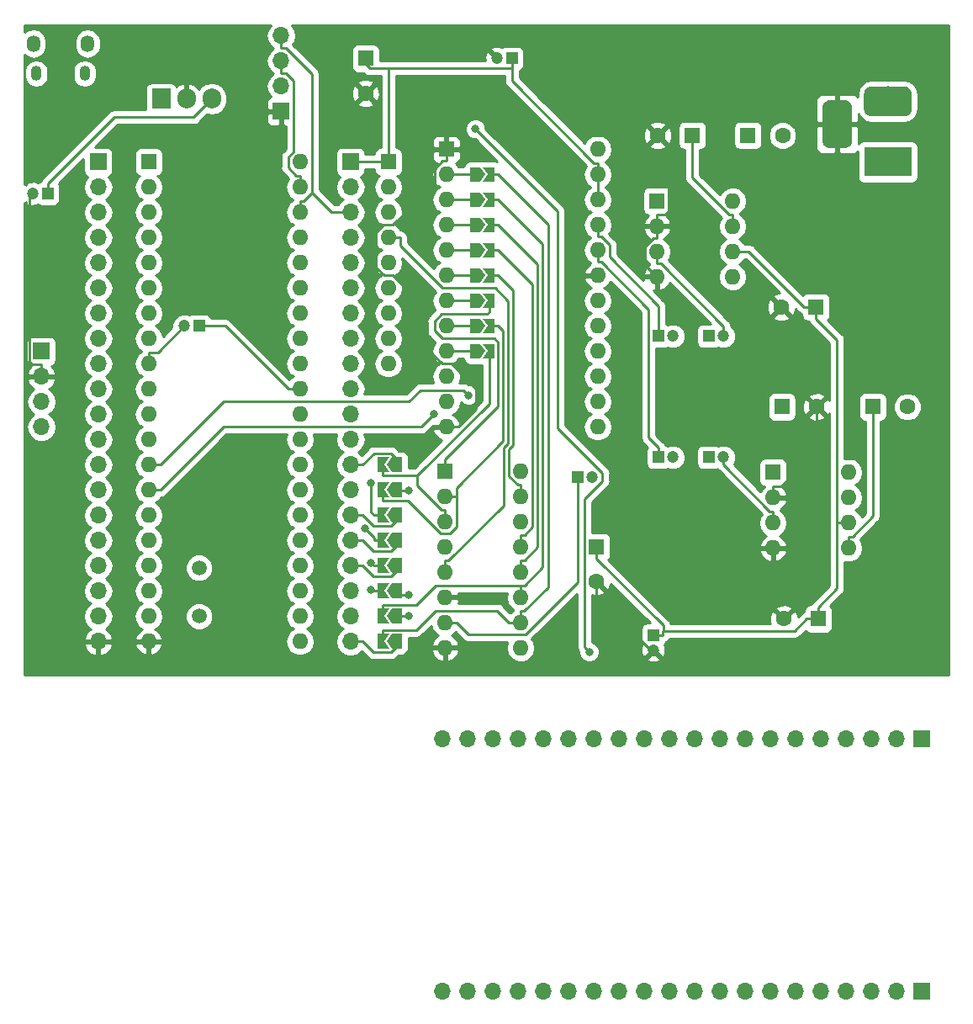
<source format=gbr>
G04 #@! TF.GenerationSoftware,KiCad,Pcbnew,(5.0.1)-4*
G04 #@! TF.CreationDate,2018-12-08T14:01:11+08:00*
G04 #@! TF.ProjectId,VGMPlayer,56474D506C617965722E6B696361645F,rev?*
G04 #@! TF.SameCoordinates,Original*
G04 #@! TF.FileFunction,Copper,L2,Bot,Signal*
G04 #@! TF.FilePolarity,Positive*
%FSLAX46Y46*%
G04 Gerber Fmt 4.6, Leading zero omitted, Abs format (unit mm)*
G04 Created by KiCad (PCBNEW (5.0.1)-4) date 8/12/2018 14:01:11*
%MOMM*%
%LPD*%
G01*
G04 APERTURE LIST*
G04 #@! TA.AperFunction,ComponentPad*
%ADD10R,1.700000X1.700000*%
G04 #@! TD*
G04 #@! TA.AperFunction,ComponentPad*
%ADD11O,1.700000X1.700000*%
G04 #@! TD*
G04 #@! TA.AperFunction,Conductor*
%ADD12C,0.100000*%
G04 #@! TD*
G04 #@! TA.AperFunction,ComponentPad*
%ADD13C,3.000000*%
G04 #@! TD*
G04 #@! TA.AperFunction,ComponentPad*
%ADD14R,4.800000X3.000000*%
G04 #@! TD*
G04 #@! TA.AperFunction,ComponentPad*
%ADD15C,1.600000*%
G04 #@! TD*
G04 #@! TA.AperFunction,ComponentPad*
%ADD16R,1.600000X1.600000*%
G04 #@! TD*
G04 #@! TA.AperFunction,ComponentPad*
%ADD17O,1.350000X1.700000*%
G04 #@! TD*
G04 #@! TA.AperFunction,ComponentPad*
%ADD18O,1.100000X1.500000*%
G04 #@! TD*
G04 #@! TA.AperFunction,SMDPad,CuDef*
%ADD19C,0.300000*%
G04 #@! TD*
G04 #@! TA.AperFunction,ComponentPad*
%ADD20C,1.200000*%
G04 #@! TD*
G04 #@! TA.AperFunction,ComponentPad*
%ADD21R,1.200000X1.200000*%
G04 #@! TD*
G04 #@! TA.AperFunction,ComponentPad*
%ADD22O,1.600000X1.600000*%
G04 #@! TD*
G04 #@! TA.AperFunction,ComponentPad*
%ADD23O,1.905000X2.000000*%
G04 #@! TD*
G04 #@! TA.AperFunction,ComponentPad*
%ADD24R,1.905000X2.000000*%
G04 #@! TD*
G04 #@! TA.AperFunction,ComponentPad*
%ADD25C,1.500000*%
G04 #@! TD*
G04 #@! TA.AperFunction,ViaPad*
%ADD26C,0.800000*%
G04 #@! TD*
G04 #@! TA.AperFunction,Conductor*
%ADD27C,0.250000*%
G04 #@! TD*
G04 #@! TA.AperFunction,Conductor*
%ADD28C,0.254000*%
G04 #@! TD*
G04 APERTURE END LIST*
D10*
G04 #@! TO.P,J5,1*
G04 #@! TO.N,Net-(J5-Pad1)*
X143907320Y-158369000D03*
D11*
G04 #@! TO.P,J5,2*
G04 #@! TO.N,Net-(D17-Pad1)*
X141367320Y-158369000D03*
G04 #@! TO.P,J5,3*
G04 #@! TO.N,Net-(D18-Pad1)*
X138827320Y-158369000D03*
G04 #@! TO.P,J5,4*
G04 #@! TO.N,Net-(D19-Pad1)*
X136287320Y-158369000D03*
G04 #@! TO.P,J5,5*
G04 #@! TO.N,Net-(D20-Pad1)*
X133747320Y-158369000D03*
G04 #@! TO.P,J5,6*
G04 #@! TO.N,Net-(D21-Pad1)*
X131207320Y-158369000D03*
G04 #@! TO.P,J5,7*
G04 #@! TO.N,Net-(D22-Pad1)*
X128667320Y-158369000D03*
G04 #@! TO.P,J5,8*
G04 #@! TO.N,Net-(D23-Pad1)*
X126127320Y-158369000D03*
G04 #@! TO.P,J5,9*
G04 #@! TO.N,Net-(D24-Pad1)*
X123587320Y-158369000D03*
G04 #@! TO.P,J5,10*
G04 #@! TO.N,Net-(J5-Pad10)*
X121047320Y-158369000D03*
G04 #@! TO.P,J5,11*
G04 #@! TO.N,Net-(J5-Pad11)*
X118507320Y-158369000D03*
G04 #@! TO.P,J5,12*
G04 #@! TO.N,Net-(J5-Pad12)*
X115967320Y-158369000D03*
G04 #@! TO.P,J5,13*
G04 #@! TO.N,Net-(D25-Pad1)*
X113427320Y-158369000D03*
G04 #@! TO.P,J5,14*
G04 #@! TO.N,Net-(D26-Pad1)*
X110887320Y-158369000D03*
G04 #@! TO.P,J5,15*
G04 #@! TO.N,Net-(D27-Pad1)*
X108347320Y-158369000D03*
G04 #@! TO.P,J5,16*
G04 #@! TO.N,Net-(D28-Pad1)*
X105807320Y-158369000D03*
G04 #@! TO.P,J5,17*
G04 #@! TO.N,Net-(D29-Pad1)*
X103267320Y-158369000D03*
G04 #@! TO.P,J5,18*
G04 #@! TO.N,Net-(D30-Pad1)*
X100727320Y-158369000D03*
G04 #@! TO.P,J5,19*
G04 #@! TO.N,Net-(D31-Pad1)*
X98187320Y-158369000D03*
G04 #@! TO.P,J5,20*
G04 #@! TO.N,Net-(D32-Pad1)*
X95647320Y-158369000D03*
G04 #@! TD*
D10*
G04 #@! TO.P,J4,1*
G04 #@! TO.N,Net-(D1-Pad1)*
X143907320Y-132969000D03*
D11*
G04 #@! TO.P,J4,2*
G04 #@! TO.N,Net-(D2-Pad1)*
X141367320Y-132969000D03*
G04 #@! TO.P,J4,3*
G04 #@! TO.N,Net-(D3-Pad1)*
X138827320Y-132969000D03*
G04 #@! TO.P,J4,4*
G04 #@! TO.N,Net-(D4-Pad1)*
X136287320Y-132969000D03*
G04 #@! TO.P,J4,5*
G04 #@! TO.N,Net-(D5-Pad1)*
X133747320Y-132969000D03*
G04 #@! TO.P,J4,6*
G04 #@! TO.N,Net-(D6-Pad1)*
X131207320Y-132969000D03*
G04 #@! TO.P,J4,7*
G04 #@! TO.N,Net-(D7-Pad1)*
X128667320Y-132969000D03*
G04 #@! TO.P,J4,8*
G04 #@! TO.N,Net-(D8-Pad1)*
X126127320Y-132969000D03*
G04 #@! TO.P,J4,9*
G04 #@! TO.N,Net-(J4-Pad9)*
X123587320Y-132969000D03*
G04 #@! TO.P,J4,10*
G04 #@! TO.N,Net-(D9-Pad1)*
X121047320Y-132969000D03*
G04 #@! TO.P,J4,11*
G04 #@! TO.N,Net-(D10-Pad1)*
X118507320Y-132969000D03*
G04 #@! TO.P,J4,12*
G04 #@! TO.N,Net-(D11-Pad1)*
X115967320Y-132969000D03*
G04 #@! TO.P,J4,13*
G04 #@! TO.N,Net-(D12-Pad1)*
X113427320Y-132969000D03*
G04 #@! TO.P,J4,14*
G04 #@! TO.N,Net-(D13-Pad1)*
X110887320Y-132969000D03*
G04 #@! TO.P,J4,15*
G04 #@! TO.N,Net-(D14-Pad1)*
X108347320Y-132969000D03*
G04 #@! TO.P,J4,16*
G04 #@! TO.N,Net-(D15-Pad1)*
X105807320Y-132969000D03*
G04 #@! TO.P,J4,17*
G04 #@! TO.N,Net-(D16-Pad1)*
X103267320Y-132969000D03*
G04 #@! TO.P,J4,18*
G04 #@! TO.N,Net-(J4-Pad18)*
X100727320Y-132969000D03*
G04 #@! TO.P,J4,19*
G04 #@! TO.N,Net-(J4-Pad19)*
X98187320Y-132969000D03*
G04 #@! TO.P,J4,20*
G04 #@! TO.N,Net-(J4-Pad20)*
X95647320Y-132969000D03*
G04 #@! TD*
D12*
G04 #@! TO.N,GND*
G04 #@! TO.C,U6*
G36*
X136205513Y-68723611D02*
X136278318Y-68734411D01*
X136349714Y-68752295D01*
X136419013Y-68777090D01*
X136485548Y-68808559D01*
X136548678Y-68846398D01*
X136607795Y-68890242D01*
X136662330Y-68939670D01*
X136711758Y-68994205D01*
X136755602Y-69053322D01*
X136793441Y-69116452D01*
X136824910Y-69182987D01*
X136849705Y-69252286D01*
X136867589Y-69323682D01*
X136878389Y-69396487D01*
X136882000Y-69470000D01*
X136882000Y-72770000D01*
X136878389Y-72843513D01*
X136867589Y-72916318D01*
X136849705Y-72987714D01*
X136824910Y-73057013D01*
X136793441Y-73123548D01*
X136755602Y-73186678D01*
X136711758Y-73245795D01*
X136662330Y-73300330D01*
X136607795Y-73349758D01*
X136548678Y-73393602D01*
X136485548Y-73431441D01*
X136419013Y-73462910D01*
X136349714Y-73487705D01*
X136278318Y-73505589D01*
X136205513Y-73516389D01*
X136132000Y-73520000D01*
X134632000Y-73520000D01*
X134558487Y-73516389D01*
X134485682Y-73505589D01*
X134414286Y-73487705D01*
X134344987Y-73462910D01*
X134278452Y-73431441D01*
X134215322Y-73393602D01*
X134156205Y-73349758D01*
X134101670Y-73300330D01*
X134052242Y-73245795D01*
X134008398Y-73186678D01*
X133970559Y-73123548D01*
X133939090Y-73057013D01*
X133914295Y-72987714D01*
X133896411Y-72916318D01*
X133885611Y-72843513D01*
X133882000Y-72770000D01*
X133882000Y-69470000D01*
X133885611Y-69396487D01*
X133896411Y-69323682D01*
X133914295Y-69252286D01*
X133939090Y-69182987D01*
X133970559Y-69116452D01*
X134008398Y-69053322D01*
X134052242Y-68994205D01*
X134101670Y-68939670D01*
X134156205Y-68890242D01*
X134215322Y-68846398D01*
X134278452Y-68808559D01*
X134344987Y-68777090D01*
X134414286Y-68752295D01*
X134485682Y-68734411D01*
X134558487Y-68723611D01*
X134632000Y-68720000D01*
X136132000Y-68720000D01*
X136205513Y-68723611D01*
X136205513Y-68723611D01*
G37*
D13*
G04 #@! TD*
G04 #@! TO.P,U6,3*
G04 #@! TO.N,GND*
X135382000Y-71120000D03*
D14*
G04 #@! TO.P,U6,1*
G04 #@! TO.N,Net-(C21-Pad2)*
X140462000Y-74930000D03*
D12*
G04 #@! TD*
G04 #@! TO.N,Net-(C22-Pad2)*
G04 #@! TO.C,U6*
G36*
X142185513Y-67333611D02*
X142258318Y-67344411D01*
X142329714Y-67362295D01*
X142399013Y-67387090D01*
X142465548Y-67418559D01*
X142528678Y-67456398D01*
X142587795Y-67500242D01*
X142642330Y-67549670D01*
X142691758Y-67604205D01*
X142735602Y-67663322D01*
X142773441Y-67726452D01*
X142804910Y-67792987D01*
X142829705Y-67862286D01*
X142847589Y-67933682D01*
X142858389Y-68006487D01*
X142862000Y-68080000D01*
X142862000Y-69580000D01*
X142858389Y-69653513D01*
X142847589Y-69726318D01*
X142829705Y-69797714D01*
X142804910Y-69867013D01*
X142773441Y-69933548D01*
X142735602Y-69996678D01*
X142691758Y-70055795D01*
X142642330Y-70110330D01*
X142587795Y-70159758D01*
X142528678Y-70203602D01*
X142465548Y-70241441D01*
X142399013Y-70272910D01*
X142329714Y-70297705D01*
X142258318Y-70315589D01*
X142185513Y-70326389D01*
X142112000Y-70330000D01*
X138812000Y-70330000D01*
X138738487Y-70326389D01*
X138665682Y-70315589D01*
X138594286Y-70297705D01*
X138524987Y-70272910D01*
X138458452Y-70241441D01*
X138395322Y-70203602D01*
X138336205Y-70159758D01*
X138281670Y-70110330D01*
X138232242Y-70055795D01*
X138188398Y-69996678D01*
X138150559Y-69933548D01*
X138119090Y-69867013D01*
X138094295Y-69797714D01*
X138076411Y-69726318D01*
X138065611Y-69653513D01*
X138062000Y-69580000D01*
X138062000Y-68080000D01*
X138065611Y-68006487D01*
X138076411Y-67933682D01*
X138094295Y-67862286D01*
X138119090Y-67792987D01*
X138150559Y-67726452D01*
X138188398Y-67663322D01*
X138232242Y-67604205D01*
X138281670Y-67549670D01*
X138336205Y-67500242D01*
X138395322Y-67456398D01*
X138458452Y-67418559D01*
X138524987Y-67387090D01*
X138594286Y-67362295D01*
X138665682Y-67344411D01*
X138738487Y-67333611D01*
X138812000Y-67330000D01*
X142112000Y-67330000D01*
X142185513Y-67333611D01*
X142185513Y-67333611D01*
G37*
D13*
G04 #@! TO.P,U6,2*
G04 #@! TO.N,Net-(C22-Pad2)*
X140462000Y-68830000D03*
G04 #@! TD*
D15*
G04 #@! TO.P,C23,2*
G04 #@! TO.N,GND*
X87884000Y-68016000D03*
D16*
G04 #@! TO.P,C23,1*
G04 #@! TO.N,VCC*
X87884000Y-64516000D03*
G04 #@! TD*
D17*
G04 #@! TO.P,J1,6*
G04 #@! TO.N,Net-(J1-Pad6)*
X54445000Y-63020000D03*
X59905000Y-63020000D03*
D18*
X54755000Y-66020000D03*
X59595000Y-66020000D03*
G04 #@! TD*
D19*
G04 #@! TO.P,JP2,1*
G04 #@! TO.N,P2.6*
X91049000Y-107914000D03*
D12*
G04 #@! TD*
G04 #@! TO.N,P2.6*
G04 #@! TO.C,JP2*
G36*
X90049000Y-107914000D02*
X90549000Y-107164000D01*
X91549000Y-107164000D01*
X91549000Y-108664000D01*
X90549000Y-108664000D01*
X90049000Y-107914000D01*
X90049000Y-107914000D01*
G37*
D19*
G04 #@! TO.P,JP2,2*
G04 #@! TO.N,SN_D6*
X89599000Y-107914000D03*
D12*
G04 #@! TD*
G04 #@! TO.N,SN_D6*
G04 #@! TO.C,JP2*
G36*
X89099000Y-107164000D02*
X90249000Y-107164000D01*
X89749000Y-107914000D01*
X90249000Y-108664000D01*
X89099000Y-108664000D01*
X89099000Y-107164000D01*
X89099000Y-107164000D01*
G37*
D19*
G04 #@! TO.P,JP16,1*
G04 #@! TO.N,YM_D0*
X98909400Y-76200000D03*
D12*
G04 #@! TD*
G04 #@! TO.N,YM_D0*
G04 #@! TO.C,JP16*
G36*
X99909400Y-76200000D02*
X99409400Y-76950000D01*
X98409400Y-76950000D01*
X98409400Y-75450000D01*
X99409400Y-75450000D01*
X99909400Y-76200000D01*
X99909400Y-76200000D01*
G37*
D19*
G04 #@! TO.P,JP16,2*
G04 #@! TO.N,SN_D0*
X100359400Y-76200000D03*
D12*
G04 #@! TD*
G04 #@! TO.N,SN_D0*
G04 #@! TO.C,JP16*
G36*
X100859400Y-76950000D02*
X99709400Y-76950000D01*
X100209400Y-76200000D01*
X99709400Y-75450000D01*
X100859400Y-75450000D01*
X100859400Y-76950000D01*
X100859400Y-76950000D01*
G37*
D19*
G04 #@! TO.P,JP15,1*
G04 #@! TO.N,YM_D1*
X98909400Y-78740000D03*
D12*
G04 #@! TD*
G04 #@! TO.N,YM_D1*
G04 #@! TO.C,JP15*
G36*
X99909400Y-78740000D02*
X99409400Y-79490000D01*
X98409400Y-79490000D01*
X98409400Y-77990000D01*
X99409400Y-77990000D01*
X99909400Y-78740000D01*
X99909400Y-78740000D01*
G37*
D19*
G04 #@! TO.P,JP15,2*
G04 #@! TO.N,SN_D1*
X100359400Y-78740000D03*
D12*
G04 #@! TD*
G04 #@! TO.N,SN_D1*
G04 #@! TO.C,JP15*
G36*
X100859400Y-79490000D02*
X99709400Y-79490000D01*
X100209400Y-78740000D01*
X99709400Y-77990000D01*
X100859400Y-77990000D01*
X100859400Y-79490000D01*
X100859400Y-79490000D01*
G37*
D19*
G04 #@! TO.P,JP14,1*
G04 #@! TO.N,YM_D2*
X98909400Y-81280000D03*
D12*
G04 #@! TD*
G04 #@! TO.N,YM_D2*
G04 #@! TO.C,JP14*
G36*
X99909400Y-81280000D02*
X99409400Y-82030000D01*
X98409400Y-82030000D01*
X98409400Y-80530000D01*
X99409400Y-80530000D01*
X99909400Y-81280000D01*
X99909400Y-81280000D01*
G37*
D19*
G04 #@! TO.P,JP14,2*
G04 #@! TO.N,SN_D2*
X100359400Y-81280000D03*
D12*
G04 #@! TD*
G04 #@! TO.N,SN_D2*
G04 #@! TO.C,JP14*
G36*
X100859400Y-82030000D02*
X99709400Y-82030000D01*
X100209400Y-81280000D01*
X99709400Y-80530000D01*
X100859400Y-80530000D01*
X100859400Y-82030000D01*
X100859400Y-82030000D01*
G37*
D19*
G04 #@! TO.P,JP13,1*
G04 #@! TO.N,YM_D3*
X98909400Y-83820000D03*
D12*
G04 #@! TD*
G04 #@! TO.N,YM_D3*
G04 #@! TO.C,JP13*
G36*
X99909400Y-83820000D02*
X99409400Y-84570000D01*
X98409400Y-84570000D01*
X98409400Y-83070000D01*
X99409400Y-83070000D01*
X99909400Y-83820000D01*
X99909400Y-83820000D01*
G37*
D19*
G04 #@! TO.P,JP13,2*
G04 #@! TO.N,SN_D3*
X100359400Y-83820000D03*
D12*
G04 #@! TD*
G04 #@! TO.N,SN_D3*
G04 #@! TO.C,JP13*
G36*
X100859400Y-84570000D02*
X99709400Y-84570000D01*
X100209400Y-83820000D01*
X99709400Y-83070000D01*
X100859400Y-83070000D01*
X100859400Y-84570000D01*
X100859400Y-84570000D01*
G37*
D19*
G04 #@! TO.P,JP12,1*
G04 #@! TO.N,YM_D4*
X98909400Y-86360000D03*
D12*
G04 #@! TD*
G04 #@! TO.N,YM_D4*
G04 #@! TO.C,JP12*
G36*
X99909400Y-86360000D02*
X99409400Y-87110000D01*
X98409400Y-87110000D01*
X98409400Y-85610000D01*
X99409400Y-85610000D01*
X99909400Y-86360000D01*
X99909400Y-86360000D01*
G37*
D19*
G04 #@! TO.P,JP12,2*
G04 #@! TO.N,SN_D4*
X100359400Y-86360000D03*
D12*
G04 #@! TD*
G04 #@! TO.N,SN_D4*
G04 #@! TO.C,JP12*
G36*
X100859400Y-87110000D02*
X99709400Y-87110000D01*
X100209400Y-86360000D01*
X99709400Y-85610000D01*
X100859400Y-85610000D01*
X100859400Y-87110000D01*
X100859400Y-87110000D01*
G37*
D19*
G04 #@! TO.P,JP11,1*
G04 #@! TO.N,YM_D5*
X98909400Y-88900000D03*
D12*
G04 #@! TD*
G04 #@! TO.N,YM_D5*
G04 #@! TO.C,JP11*
G36*
X99909400Y-88900000D02*
X99409400Y-89650000D01*
X98409400Y-89650000D01*
X98409400Y-88150000D01*
X99409400Y-88150000D01*
X99909400Y-88900000D01*
X99909400Y-88900000D01*
G37*
D19*
G04 #@! TO.P,JP11,2*
G04 #@! TO.N,SN_D5*
X100359400Y-88900000D03*
D12*
G04 #@! TD*
G04 #@! TO.N,SN_D5*
G04 #@! TO.C,JP11*
G36*
X100859400Y-89650000D02*
X99709400Y-89650000D01*
X100209400Y-88900000D01*
X99709400Y-88150000D01*
X100859400Y-88150000D01*
X100859400Y-89650000D01*
X100859400Y-89650000D01*
G37*
D19*
G04 #@! TO.P,JP1,1*
G04 #@! TO.N,P2.7*
X91049000Y-105374000D03*
D12*
G04 #@! TD*
G04 #@! TO.N,P2.7*
G04 #@! TO.C,JP1*
G36*
X90049000Y-105374000D02*
X90549000Y-104624000D01*
X91549000Y-104624000D01*
X91549000Y-106124000D01*
X90549000Y-106124000D01*
X90049000Y-105374000D01*
X90049000Y-105374000D01*
G37*
D19*
G04 #@! TO.P,JP1,2*
G04 #@! TO.N,SN_D7*
X89599000Y-105374000D03*
D12*
G04 #@! TD*
G04 #@! TO.N,SN_D7*
G04 #@! TO.C,JP1*
G36*
X89099000Y-104624000D02*
X90249000Y-104624000D01*
X89749000Y-105374000D01*
X90249000Y-106124000D01*
X89099000Y-106124000D01*
X89099000Y-104624000D01*
X89099000Y-104624000D01*
G37*
D19*
G04 #@! TO.P,JP4,1*
G04 #@! TO.N,P2.4*
X91049000Y-112994000D03*
D12*
G04 #@! TD*
G04 #@! TO.N,P2.4*
G04 #@! TO.C,JP4*
G36*
X90049000Y-112994000D02*
X90549000Y-112244000D01*
X91549000Y-112244000D01*
X91549000Y-113744000D01*
X90549000Y-113744000D01*
X90049000Y-112994000D01*
X90049000Y-112994000D01*
G37*
D19*
G04 #@! TO.P,JP4,2*
G04 #@! TO.N,SN_D4*
X89599000Y-112994000D03*
D12*
G04 #@! TD*
G04 #@! TO.N,SN_D4*
G04 #@! TO.C,JP4*
G36*
X89099000Y-112244000D02*
X90249000Y-112244000D01*
X89749000Y-112994000D01*
X90249000Y-113744000D01*
X89099000Y-113744000D01*
X89099000Y-112244000D01*
X89099000Y-112244000D01*
G37*
D19*
G04 #@! TO.P,JP5,1*
G04 #@! TO.N,P2.3*
X91049000Y-115534000D03*
D12*
G04 #@! TD*
G04 #@! TO.N,P2.3*
G04 #@! TO.C,JP5*
G36*
X90049000Y-115534000D02*
X90549000Y-114784000D01*
X91549000Y-114784000D01*
X91549000Y-116284000D01*
X90549000Y-116284000D01*
X90049000Y-115534000D01*
X90049000Y-115534000D01*
G37*
D19*
G04 #@! TO.P,JP5,2*
G04 #@! TO.N,SN_D3*
X89599000Y-115534000D03*
D12*
G04 #@! TD*
G04 #@! TO.N,SN_D3*
G04 #@! TO.C,JP5*
G36*
X89099000Y-114784000D02*
X90249000Y-114784000D01*
X89749000Y-115534000D01*
X90249000Y-116284000D01*
X89099000Y-116284000D01*
X89099000Y-114784000D01*
X89099000Y-114784000D01*
G37*
D19*
G04 #@! TO.P,JP6,1*
G04 #@! TO.N,P2.2*
X91049000Y-118074000D03*
D12*
G04 #@! TD*
G04 #@! TO.N,P2.2*
G04 #@! TO.C,JP6*
G36*
X90049000Y-118074000D02*
X90549000Y-117324000D01*
X91549000Y-117324000D01*
X91549000Y-118824000D01*
X90549000Y-118824000D01*
X90049000Y-118074000D01*
X90049000Y-118074000D01*
G37*
D19*
G04 #@! TO.P,JP6,2*
G04 #@! TO.N,SN_D2*
X89599000Y-118074000D03*
D12*
G04 #@! TD*
G04 #@! TO.N,SN_D2*
G04 #@! TO.C,JP6*
G36*
X89099000Y-117324000D02*
X90249000Y-117324000D01*
X89749000Y-118074000D01*
X90249000Y-118824000D01*
X89099000Y-118824000D01*
X89099000Y-117324000D01*
X89099000Y-117324000D01*
G37*
D19*
G04 #@! TO.P,JP7,1*
G04 #@! TO.N,P2.1*
X91049000Y-120614000D03*
D12*
G04 #@! TD*
G04 #@! TO.N,P2.1*
G04 #@! TO.C,JP7*
G36*
X90049000Y-120614000D02*
X90549000Y-119864000D01*
X91549000Y-119864000D01*
X91549000Y-121364000D01*
X90549000Y-121364000D01*
X90049000Y-120614000D01*
X90049000Y-120614000D01*
G37*
D19*
G04 #@! TO.P,JP7,2*
G04 #@! TO.N,SN_D1*
X89599000Y-120614000D03*
D12*
G04 #@! TD*
G04 #@! TO.N,SN_D1*
G04 #@! TO.C,JP7*
G36*
X89099000Y-119864000D02*
X90249000Y-119864000D01*
X89749000Y-120614000D01*
X90249000Y-121364000D01*
X89099000Y-121364000D01*
X89099000Y-119864000D01*
X89099000Y-119864000D01*
G37*
D19*
G04 #@! TO.P,JP8,1*
G04 #@! TO.N,P2.0*
X91049000Y-123154000D03*
D12*
G04 #@! TD*
G04 #@! TO.N,P2.0*
G04 #@! TO.C,JP8*
G36*
X90049000Y-123154000D02*
X90549000Y-122404000D01*
X91549000Y-122404000D01*
X91549000Y-123904000D01*
X90549000Y-123904000D01*
X90049000Y-123154000D01*
X90049000Y-123154000D01*
G37*
D19*
G04 #@! TO.P,JP8,2*
G04 #@! TO.N,SN_D0*
X89599000Y-123154000D03*
D12*
G04 #@! TD*
G04 #@! TO.N,SN_D0*
G04 #@! TO.C,JP8*
G36*
X89099000Y-122404000D02*
X90249000Y-122404000D01*
X89749000Y-123154000D01*
X90249000Y-123904000D01*
X89099000Y-123904000D01*
X89099000Y-122404000D01*
X89099000Y-122404000D01*
G37*
D19*
G04 #@! TO.P,JP9,1*
G04 #@! TO.N,YM_D7*
X98909400Y-93980000D03*
D12*
G04 #@! TD*
G04 #@! TO.N,YM_D7*
G04 #@! TO.C,JP9*
G36*
X99909400Y-93980000D02*
X99409400Y-94730000D01*
X98409400Y-94730000D01*
X98409400Y-93230000D01*
X99409400Y-93230000D01*
X99909400Y-93980000D01*
X99909400Y-93980000D01*
G37*
D19*
G04 #@! TO.P,JP9,2*
G04 #@! TO.N,SN_D7*
X100359400Y-93980000D03*
D12*
G04 #@! TD*
G04 #@! TO.N,SN_D7*
G04 #@! TO.C,JP9*
G36*
X100859400Y-94730000D02*
X99709400Y-94730000D01*
X100209400Y-93980000D01*
X99709400Y-93230000D01*
X100859400Y-93230000D01*
X100859400Y-94730000D01*
X100859400Y-94730000D01*
G37*
D19*
G04 #@! TO.P,JP10,1*
G04 #@! TO.N,YM_D6*
X98909400Y-91440000D03*
D12*
G04 #@! TD*
G04 #@! TO.N,YM_D6*
G04 #@! TO.C,JP10*
G36*
X99909400Y-91440000D02*
X99409400Y-92190000D01*
X98409400Y-92190000D01*
X98409400Y-90690000D01*
X99409400Y-90690000D01*
X99909400Y-91440000D01*
X99909400Y-91440000D01*
G37*
D19*
G04 #@! TO.P,JP10,2*
G04 #@! TO.N,SN_D6*
X100359400Y-91440000D03*
D12*
G04 #@! TD*
G04 #@! TO.N,SN_D6*
G04 #@! TO.C,JP10*
G36*
X100859400Y-92190000D02*
X99709400Y-92190000D01*
X100209400Y-91440000D01*
X99709400Y-90690000D01*
X100859400Y-90690000D01*
X100859400Y-92190000D01*
X100859400Y-92190000D01*
G37*
D19*
G04 #@! TO.P,JP3,1*
G04 #@! TO.N,P2.5*
X91049000Y-110454000D03*
D12*
G04 #@! TD*
G04 #@! TO.N,P2.5*
G04 #@! TO.C,JP3*
G36*
X90049000Y-110454000D02*
X90549000Y-109704000D01*
X91549000Y-109704000D01*
X91549000Y-111204000D01*
X90549000Y-111204000D01*
X90049000Y-110454000D01*
X90049000Y-110454000D01*
G37*
D19*
G04 #@! TO.P,JP3,2*
G04 #@! TO.N,SN_D5*
X89599000Y-110454000D03*
D12*
G04 #@! TD*
G04 #@! TO.N,SN_D5*
G04 #@! TO.C,JP3*
G36*
X89099000Y-109704000D02*
X90249000Y-109704000D01*
X89749000Y-110454000D01*
X90249000Y-111204000D01*
X89099000Y-111204000D01*
X89099000Y-109704000D01*
X89099000Y-109704000D01*
G37*
D20*
G04 #@! TO.P,C28,2*
G04 #@! TO.N,GND*
X116840000Y-124055000D03*
D21*
G04 #@! TO.P,C28,1*
G04 #@! TO.N,VCC*
X116840000Y-122555000D03*
G04 #@! TD*
D20*
G04 #@! TO.P,C27,2*
G04 #@! TO.N,GND*
X101116000Y-64516000D03*
D21*
G04 #@! TO.P,C27,1*
G04 #@! TO.N,VCC*
X102616000Y-64516000D03*
G04 #@! TD*
D20*
G04 #@! TO.P,C16,2*
G04 #@! TO.N,GND*
X54380000Y-78105000D03*
D21*
G04 #@! TO.P,C16,1*
G04 #@! TO.N,VCC*
X55880000Y-78105000D03*
G04 #@! TD*
D20*
G04 #@! TO.P,C12,2*
G04 #@! TO.N,Net-(C12-Pad2)*
X123928000Y-104648000D03*
D21*
G04 #@! TO.P,C12,1*
G04 #@! TO.N,Net-(C12-Pad1)*
X122428000Y-104648000D03*
G04 #@! TD*
D20*
G04 #@! TO.P,C5,2*
G04 #@! TO.N,Net-(C5-Pad2)*
X118848000Y-92456000D03*
D21*
G04 #@! TO.P,C5,1*
G04 #@! TO.N,YM_MOL*
X117348000Y-92456000D03*
G04 #@! TD*
D20*
G04 #@! TO.P,C7,2*
G04 #@! TO.N,Net-(C7-Pad2)*
X110720000Y-106680000D03*
D21*
G04 #@! TO.P,C7,1*
G04 #@! TO.N,SN_OUT*
X109220000Y-106680000D03*
G04 #@! TD*
D20*
G04 #@! TO.P,C2,2*
G04 #@! TO.N,RST*
X69620000Y-91440000D03*
D21*
G04 #@! TO.P,C2,1*
G04 #@! TO.N,VCC*
X71120000Y-91440000D03*
G04 #@! TD*
D20*
G04 #@! TO.P,C11,2*
G04 #@! TO.N,Net-(C11-Pad2)*
X123928000Y-92456000D03*
D21*
G04 #@! TO.P,C11,1*
G04 #@! TO.N,Net-(C11-Pad1)*
X122428000Y-92456000D03*
G04 #@! TD*
D20*
G04 #@! TO.P,C6,2*
G04 #@! TO.N,Net-(C6-Pad2)*
X118848000Y-104648000D03*
D21*
G04 #@! TO.P,C6,1*
G04 #@! TO.N,YM_MOR*
X117348000Y-104648000D03*
G04 #@! TD*
D15*
G04 #@! TO.P,C17,2*
G04 #@! TO.N,GND*
X117277000Y-72263000D03*
D16*
G04 #@! TO.P,C17,1*
G04 #@! TO.N,Net-(C17-Pad1)*
X120777000Y-72263000D03*
G04 #@! TD*
D15*
G04 #@! TO.P,C18,2*
G04 #@! TO.N,GND*
X133294000Y-99568000D03*
D16*
G04 #@! TO.P,C18,1*
G04 #@! TO.N,Net-(C18-Pad1)*
X129794000Y-99568000D03*
G04 #@! TD*
D15*
G04 #@! TO.P,C21,2*
G04 #@! TO.N,Net-(C21-Pad2)*
X129865000Y-72263000D03*
D16*
G04 #@! TO.P,C21,1*
G04 #@! TO.N,Net-(C19-Pad2)*
X126365000Y-72263000D03*
G04 #@! TD*
D15*
G04 #@! TO.P,C22,2*
G04 #@! TO.N,Net-(C22-Pad2)*
X142438000Y-99568000D03*
D16*
G04 #@! TO.P,C22,1*
G04 #@! TO.N,Net-(C20-Pad2)*
X138938000Y-99568000D03*
G04 #@! TD*
D15*
G04 #@! TO.P,C24,2*
G04 #@! TO.N,GND*
X111125000Y-117165000D03*
D16*
G04 #@! TO.P,C24,1*
G04 #@! TO.N,VCC*
X111125000Y-113665000D03*
G04 #@! TD*
D15*
G04 #@! TO.P,C15,2*
G04 #@! TO.N,GND*
X129977000Y-120904000D03*
D16*
G04 #@! TO.P,C15,1*
G04 #@! TO.N,VCC*
X133477000Y-120904000D03*
G04 #@! TD*
D15*
G04 #@! TO.P,C14,2*
G04 #@! TO.N,GND*
X129723000Y-89535000D03*
D16*
G04 #@! TO.P,C14,1*
G04 #@! TO.N,VCC*
X133223000Y-89535000D03*
G04 #@! TD*
D11*
G04 #@! TO.P,J2,20*
G04 #@! TO.N,GND*
X60960000Y-123190000D03*
G04 #@! TO.P,J2,19*
G04 #@! TO.N,XTAL1*
X60960000Y-120650000D03*
G04 #@! TO.P,J2,18*
G04 #@! TO.N,XTAL2*
X60960000Y-118110000D03*
G04 #@! TO.P,J2,17*
G04 #@! TO.N,YM_IC*
X60960000Y-115570000D03*
G04 #@! TO.P,J2,16*
G04 #@! TO.N,YM_A1*
X60960000Y-113030000D03*
G04 #@! TO.P,J2,15*
G04 #@! TO.N,YM_A0*
X60960000Y-110490000D03*
G04 #@! TO.P,J2,14*
G04 #@! TO.N,YM_RD*
X60960000Y-107950000D03*
G04 #@! TO.P,J2,13*
G04 #@! TO.N,YM_WR*
X60960000Y-105410000D03*
G04 #@! TO.P,J2,12*
G04 #@! TO.N,YM_CS*
X60960000Y-102870000D03*
G04 #@! TO.P,J2,11*
G04 #@! TO.N,TXD*
X60960000Y-100330000D03*
G04 #@! TO.P,J2,10*
G04 #@! TO.N,RXD*
X60960000Y-97790000D03*
G04 #@! TO.P,J2,9*
G04 #@! TO.N,RST*
X60960000Y-95250000D03*
G04 #@! TO.P,J2,8*
G04 #@! TO.N,YM_D7*
X60960000Y-92710000D03*
G04 #@! TO.P,J2,7*
G04 #@! TO.N,YM_D6*
X60960000Y-90170000D03*
G04 #@! TO.P,J2,6*
G04 #@! TO.N,YM_D5*
X60960000Y-87630000D03*
G04 #@! TO.P,J2,5*
G04 #@! TO.N,YM_D4*
X60960000Y-85090000D03*
G04 #@! TO.P,J2,4*
G04 #@! TO.N,YM_D3*
X60960000Y-82550000D03*
G04 #@! TO.P,J2,3*
G04 #@! TO.N,YM_D2*
X60960000Y-80010000D03*
G04 #@! TO.P,J2,2*
G04 #@! TO.N,YM_D1*
X60960000Y-77470000D03*
D10*
G04 #@! TO.P,J2,1*
G04 #@! TO.N,YM_D0*
X60960000Y-74930000D03*
G04 #@! TD*
D22*
G04 #@! TO.P,U8,16*
G04 #@! TO.N,VCC*
X103505000Y-106045000D03*
G04 #@! TO.P,U8,8*
G04 #@! TO.N,GND*
X95885000Y-123825000D03*
G04 #@! TO.P,U8,15*
G04 #@! TO.N,SN_D4*
X103505000Y-108585000D03*
G04 #@! TO.P,U8,7*
G04 #@! TO.N,SN_OUT*
X95885000Y-121285000D03*
G04 #@! TO.P,U8,14*
G04 #@! TO.N,Net-(U10-Pad6)*
X103505000Y-111125000D03*
G04 #@! TO.P,U8,6*
G04 #@! TO.N,GND*
X95885000Y-118745000D03*
G04 #@! TO.P,U8,13*
G04 #@! TO.N,SN_D3*
X103505000Y-113665000D03*
G04 #@! TO.P,U8,5*
G04 #@! TO.N,SN_WR*
X95885000Y-116205000D03*
G04 #@! TO.P,U8,12*
G04 #@! TO.N,SN_D2*
X103505000Y-116205000D03*
G04 #@! TO.P,U8,4*
G04 #@! TO.N,READY*
X95885000Y-113665000D03*
G04 #@! TO.P,U8,11*
G04 #@! TO.N,SN_D1*
X103505000Y-118745000D03*
G04 #@! TO.P,U8,3*
G04 #@! TO.N,SN_D7*
X95885000Y-111125000D03*
G04 #@! TO.P,U8,10*
G04 #@! TO.N,SN_D0*
X103505000Y-121285000D03*
G04 #@! TO.P,U8,2*
G04 #@! TO.N,SN_D6*
X95885000Y-108585000D03*
G04 #@! TO.P,U8,9*
G04 #@! TO.N,Net-(U8-Pad9)*
X103505000Y-123825000D03*
D16*
G04 #@! TO.P,U8,1*
G04 #@! TO.N,SN_D5*
X95885000Y-106045000D03*
G04 #@! TD*
D11*
G04 #@! TO.P,J3,20*
G04 #@! TO.N,P2.0*
X86360000Y-123190000D03*
G04 #@! TO.P,J3,19*
G04 #@! TO.N,P2.1*
X86360000Y-120650000D03*
G04 #@! TO.P,J3,18*
G04 #@! TO.N,P2.2*
X86360000Y-118110000D03*
G04 #@! TO.P,J3,17*
G04 #@! TO.N,P2.3*
X86360000Y-115570000D03*
G04 #@! TO.P,J3,16*
G04 #@! TO.N,P2.4*
X86360000Y-113030000D03*
G04 #@! TO.P,J3,15*
G04 #@! TO.N,P2.5*
X86360000Y-110490000D03*
G04 #@! TO.P,J3,14*
G04 #@! TO.N,P2.6*
X86360000Y-107950000D03*
G04 #@! TO.P,J3,13*
G04 #@! TO.N,P2.7*
X86360000Y-105410000D03*
G04 #@! TO.P,J3,12*
G04 #@! TO.N,PSEN*
X86360000Y-102870000D03*
G04 #@! TO.P,J3,11*
G04 #@! TO.N,ALE*
X86360000Y-100330000D03*
G04 #@! TO.P,J3,10*
G04 #@! TO.N,EA*
X86360000Y-97790000D03*
G04 #@! TO.P,J3,9*
G04 #@! TO.N,P0.7*
X86360000Y-95250000D03*
G04 #@! TO.P,J3,8*
G04 #@! TO.N,P0.6*
X86360000Y-92710000D03*
G04 #@! TO.P,J3,7*
G04 #@! TO.N,P0.5*
X86360000Y-90170000D03*
G04 #@! TO.P,J3,6*
G04 #@! TO.N,P0.4*
X86360000Y-87630000D03*
G04 #@! TO.P,J3,5*
G04 #@! TO.N,P0.3*
X86360000Y-85090000D03*
G04 #@! TO.P,J3,4*
G04 #@! TO.N,SN_WR*
X86360000Y-82550000D03*
G04 #@! TO.P,J3,3*
G04 #@! TO.N,I2C_SDA*
X86360000Y-80010000D03*
G04 #@! TO.P,J3,2*
G04 #@! TO.N,I2C_SCK*
X86360000Y-77470000D03*
D10*
G04 #@! TO.P,J3,1*
G04 #@! TO.N,VCC*
X86360000Y-74930000D03*
G04 #@! TD*
D22*
G04 #@! TO.P,U7,24*
G04 #@! TO.N,Net-(U7-Pad24)*
X111252000Y-73660000D03*
G04 #@! TO.P,U7,12*
G04 #@! TO.N,GND*
X96012000Y-101600000D03*
G04 #@! TO.P,U7,23*
G04 #@! TO.N,VCC*
X111252000Y-76200000D03*
G04 #@! TO.P,U7,11*
G04 #@! TO.N,YM_IC*
X96012000Y-99060000D03*
G04 #@! TO.P,U7,22*
G04 #@! TO.N,VCC*
X111252000Y-78740000D03*
G04 #@! TO.P,U7,10*
G04 #@! TO.N,Net-(U7-Pad10)*
X96012000Y-96520000D03*
G04 #@! TO.P,U7,21*
G04 #@! TO.N,YM_MOL*
X111252000Y-81280000D03*
G04 #@! TO.P,U7,9*
G04 #@! TO.N,YM_D7*
X96012000Y-93980000D03*
G04 #@! TO.P,U7,20*
G04 #@! TO.N,YM_MOR*
X111252000Y-83820000D03*
G04 #@! TO.P,U7,8*
G04 #@! TO.N,YM_D6*
X96012000Y-91440000D03*
G04 #@! TO.P,U7,19*
G04 #@! TO.N,GND*
X111252000Y-86360000D03*
G04 #@! TO.P,U7,7*
G04 #@! TO.N,YM_D5*
X96012000Y-88900000D03*
G04 #@! TO.P,U7,18*
G04 #@! TO.N,YM_A1*
X111252000Y-88900000D03*
G04 #@! TO.P,U7,6*
G04 #@! TO.N,YM_D4*
X96012000Y-86360000D03*
G04 #@! TO.P,U7,17*
G04 #@! TO.N,YM_A0*
X111252000Y-91440000D03*
G04 #@! TO.P,U7,5*
G04 #@! TO.N,YM_D3*
X96012000Y-83820000D03*
G04 #@! TO.P,U7,16*
G04 #@! TO.N,YM_RD*
X111252000Y-93980000D03*
G04 #@! TO.P,U7,4*
G04 #@! TO.N,YM_D2*
X96012000Y-81280000D03*
G04 #@! TO.P,U7,15*
G04 #@! TO.N,YM_WR*
X111252000Y-96520000D03*
G04 #@! TO.P,U7,3*
G04 #@! TO.N,YM_D1*
X96012000Y-78740000D03*
G04 #@! TO.P,U7,14*
G04 #@! TO.N,YM_CS*
X111252000Y-99060000D03*
G04 #@! TO.P,U7,2*
G04 #@! TO.N,YM_D0*
X96012000Y-76200000D03*
G04 #@! TO.P,U7,13*
G04 #@! TO.N,IRQ*
X111252000Y-101600000D03*
D16*
G04 #@! TO.P,U7,1*
G04 #@! TO.N,GND*
X96012000Y-73660000D03*
G04 #@! TD*
D22*
G04 #@! TO.P,U1,40*
G04 #@! TO.N,VCC*
X81280000Y-74930000D03*
G04 #@! TO.P,U1,20*
G04 #@! TO.N,GND*
X66040000Y-123190000D03*
G04 #@! TO.P,U1,39*
G04 #@! TO.N,I2C_SCK*
X81280000Y-77470000D03*
G04 #@! TO.P,U1,19*
G04 #@! TO.N,XTAL1*
X66040000Y-120650000D03*
G04 #@! TO.P,U1,38*
G04 #@! TO.N,I2C_SDA*
X81280000Y-80010000D03*
G04 #@! TO.P,U1,18*
G04 #@! TO.N,XTAL2*
X66040000Y-118110000D03*
G04 #@! TO.P,U1,37*
G04 #@! TO.N,SN_WR*
X81280000Y-82550000D03*
G04 #@! TO.P,U1,17*
G04 #@! TO.N,YM_IC*
X66040000Y-115570000D03*
G04 #@! TO.P,U1,36*
G04 #@! TO.N,P0.3*
X81280000Y-85090000D03*
G04 #@! TO.P,U1,16*
G04 #@! TO.N,YM_A1*
X66040000Y-113030000D03*
G04 #@! TO.P,U1,35*
G04 #@! TO.N,P0.4*
X81280000Y-87630000D03*
G04 #@! TO.P,U1,15*
G04 #@! TO.N,YM_A0*
X66040000Y-110490000D03*
G04 #@! TO.P,U1,34*
G04 #@! TO.N,P0.5*
X81280000Y-90170000D03*
G04 #@! TO.P,U1,14*
G04 #@! TO.N,YM_RD*
X66040000Y-107950000D03*
G04 #@! TO.P,U1,33*
G04 #@! TO.N,P0.6*
X81280000Y-92710000D03*
G04 #@! TO.P,U1,13*
G04 #@! TO.N,YM_WR*
X66040000Y-105410000D03*
G04 #@! TO.P,U1,32*
G04 #@! TO.N,P0.7*
X81280000Y-95250000D03*
G04 #@! TO.P,U1,12*
G04 #@! TO.N,YM_CS*
X66040000Y-102870000D03*
G04 #@! TO.P,U1,31*
G04 #@! TO.N,VCC*
X81280000Y-97790000D03*
G04 #@! TO.P,U1,11*
G04 #@! TO.N,TXD*
X66040000Y-100330000D03*
G04 #@! TO.P,U1,30*
G04 #@! TO.N,ALE*
X81280000Y-100330000D03*
G04 #@! TO.P,U1,10*
G04 #@! TO.N,RXD*
X66040000Y-97790000D03*
G04 #@! TO.P,U1,29*
G04 #@! TO.N,PSEN*
X81280000Y-102870000D03*
G04 #@! TO.P,U1,9*
G04 #@! TO.N,RST*
X66040000Y-95250000D03*
G04 #@! TO.P,U1,28*
G04 #@! TO.N,P2.7*
X81280000Y-105410000D03*
G04 #@! TO.P,U1,8*
G04 #@! TO.N,YM_D7*
X66040000Y-92710000D03*
G04 #@! TO.P,U1,27*
G04 #@! TO.N,P2.6*
X81280000Y-107950000D03*
G04 #@! TO.P,U1,7*
G04 #@! TO.N,YM_D6*
X66040000Y-90170000D03*
G04 #@! TO.P,U1,26*
G04 #@! TO.N,P2.5*
X81280000Y-110490000D03*
G04 #@! TO.P,U1,6*
G04 #@! TO.N,YM_D5*
X66040000Y-87630000D03*
G04 #@! TO.P,U1,25*
G04 #@! TO.N,P2.4*
X81280000Y-113030000D03*
G04 #@! TO.P,U1,5*
G04 #@! TO.N,YM_D4*
X66040000Y-85090000D03*
G04 #@! TO.P,U1,24*
G04 #@! TO.N,P2.3*
X81280000Y-115570000D03*
G04 #@! TO.P,U1,4*
G04 #@! TO.N,YM_D3*
X66040000Y-82550000D03*
G04 #@! TO.P,U1,23*
G04 #@! TO.N,P2.2*
X81280000Y-118110000D03*
G04 #@! TO.P,U1,3*
G04 #@! TO.N,YM_D2*
X66040000Y-80010000D03*
G04 #@! TO.P,U1,22*
G04 #@! TO.N,P2.1*
X81280000Y-120650000D03*
G04 #@! TO.P,U1,2*
G04 #@! TO.N,YM_D1*
X66040000Y-77470000D03*
G04 #@! TO.P,U1,21*
G04 #@! TO.N,P2.0*
X81280000Y-123190000D03*
D16*
G04 #@! TO.P,U1,1*
G04 #@! TO.N,YM_D0*
X66040000Y-74930000D03*
G04 #@! TD*
D23*
G04 #@! TO.P,U2,3*
G04 #@! TO.N,VCC*
X72390000Y-68580000D03*
G04 #@! TO.P,U2,2*
G04 #@! TO.N,GND*
X69850000Y-68580000D03*
D24*
G04 #@! TO.P,U2,1*
G04 #@! TO.N,+5V*
X67310000Y-68580000D03*
G04 #@! TD*
D11*
G04 #@! TO.P,U5,4*
G04 #@! TO.N,I2C_SDA*
X79375000Y-62230000D03*
G04 #@! TO.P,U5,3*
G04 #@! TO.N,I2C_SCK*
X79375000Y-64770000D03*
G04 #@! TO.P,U5,2*
G04 #@! TO.N,VCC*
X79375000Y-67310000D03*
D10*
G04 #@! TO.P,U5,1*
G04 #@! TO.N,GND*
X79375000Y-69850000D03*
G04 #@! TD*
D11*
G04 #@! TO.P,U11,4*
G04 #@! TO.N,TXD*
X55245000Y-101600000D03*
G04 #@! TO.P,U11,3*
G04 #@! TO.N,RXD*
X55245000Y-99060000D03*
G04 #@! TO.P,U11,2*
G04 #@! TO.N,GND*
X55245000Y-96520000D03*
D10*
G04 #@! TO.P,U11,1*
G04 #@! TO.N,VCC*
X55245000Y-93980000D03*
G04 #@! TD*
D25*
G04 #@! TO.P,Y1,2*
G04 #@! TO.N,XTAL1*
X71120000Y-120650000D03*
G04 #@! TO.P,Y1,1*
G04 #@! TO.N,XTAL2*
X71120000Y-115770000D03*
G04 #@! TD*
D22*
G04 #@! TO.P,U4,8*
G04 #@! TO.N,Net-(U4-Pad8)*
X136525000Y-106172000D03*
G04 #@! TO.P,U4,4*
G04 #@! TO.N,GND*
X128905000Y-113792000D03*
G04 #@! TO.P,U4,7*
G04 #@! TO.N,Net-(C18-Pad1)*
X136525000Y-108712000D03*
G04 #@! TO.P,U4,3*
G04 #@! TO.N,Net-(C12-Pad2)*
X128905000Y-111252000D03*
G04 #@! TO.P,U4,6*
G04 #@! TO.N,VCC*
X136525000Y-111252000D03*
G04 #@! TO.P,U4,2*
G04 #@! TO.N,GND*
X128905000Y-108712000D03*
G04 #@! TO.P,U4,5*
G04 #@! TO.N,Net-(C20-Pad2)*
X136525000Y-113792000D03*
D16*
G04 #@! TO.P,U4,1*
G04 #@! TO.N,Net-(U4-Pad1)*
X128905000Y-106172000D03*
G04 #@! TD*
D22*
G04 #@! TO.P,U3,8*
G04 #@! TO.N,Net-(U3-Pad8)*
X124841000Y-78867000D03*
G04 #@! TO.P,U3,4*
G04 #@! TO.N,GND*
X117221000Y-86487000D03*
G04 #@! TO.P,U3,7*
G04 #@! TO.N,Net-(C17-Pad1)*
X124841000Y-81407000D03*
G04 #@! TO.P,U3,3*
G04 #@! TO.N,Net-(C11-Pad2)*
X117221000Y-83947000D03*
G04 #@! TO.P,U3,6*
G04 #@! TO.N,VCC*
X124841000Y-83947000D03*
G04 #@! TO.P,U3,2*
G04 #@! TO.N,GND*
X117221000Y-81407000D03*
G04 #@! TO.P,U3,5*
G04 #@! TO.N,Net-(C19-Pad2)*
X124841000Y-86487000D03*
D16*
G04 #@! TO.P,U3,1*
G04 #@! TO.N,Net-(U3-Pad1)*
X117221000Y-78867000D03*
G04 #@! TD*
D22*
G04 #@! TO.P,RN1,9*
G04 #@! TO.N,P0.7*
X90170000Y-95250000D03*
G04 #@! TO.P,RN1,8*
G04 #@! TO.N,P0.6*
X90170000Y-92710000D03*
G04 #@! TO.P,RN1,7*
G04 #@! TO.N,P0.5*
X90170000Y-90170000D03*
G04 #@! TO.P,RN1,6*
G04 #@! TO.N,P0.4*
X90170000Y-87630000D03*
G04 #@! TO.P,RN1,5*
G04 #@! TO.N,P0.3*
X90170000Y-85090000D03*
G04 #@! TO.P,RN1,4*
G04 #@! TO.N,SN_WR*
X90170000Y-82550000D03*
G04 #@! TO.P,RN1,3*
G04 #@! TO.N,I2C_SDA*
X90170000Y-80010000D03*
G04 #@! TO.P,RN1,2*
G04 #@! TO.N,I2C_SCK*
X90170000Y-77470000D03*
D16*
G04 #@! TO.P,RN1,1*
G04 #@! TO.N,VCC*
X90170000Y-74930000D03*
G04 #@! TD*
D26*
G04 #@! TO.N,GND*
X71120000Y-82550000D03*
G04 #@! TO.N,IIC_SDA*
X110400300Y-124240300D03*
X98935000Y-71607100D03*
G04 #@! TO.N,SN_D2*
X88445100Y-117955300D03*
G04 #@! TO.N,SN_D3*
X88448200Y-115237900D03*
G04 #@! TO.N,SN_D4*
X87795900Y-111843600D03*
G04 #@! TO.N,SN_D5*
X88445100Y-107261100D03*
G04 #@! TO.N,YM_WR*
X98247400Y-98396100D03*
G04 #@! TO.N,YM_RD*
X94761000Y-100330000D03*
G04 #@! TO.N,P2.1*
X92199900Y-120650000D03*
G04 #@! TO.N,P2.2*
X92208500Y-118514700D03*
G04 #@! TO.N,P2.6*
X92200200Y-108036400D03*
G04 #@! TD*
D27*
G04 #@! TO.N,VCC*
X133223000Y-89535000D02*
X132047700Y-89535000D01*
X124841000Y-83947000D02*
X126459700Y-83947000D01*
X126459700Y-83947000D02*
X132047700Y-89535000D01*
X135349600Y-111252000D02*
X135349600Y-117856100D01*
X135349600Y-117856100D02*
X133477000Y-119728700D01*
X135474800Y-111252000D02*
X135349600Y-111252000D01*
X133223000Y-90710300D02*
X135349600Y-92836900D01*
X135349600Y-92836900D02*
X135349600Y-111252000D01*
X133477000Y-120904000D02*
X133477000Y-119728700D01*
X136525000Y-111252000D02*
X135474800Y-111252000D01*
X133477000Y-120904000D02*
X132301700Y-120904000D01*
X117844200Y-122119500D02*
X131086200Y-122119500D01*
X131086200Y-122119500D02*
X132301700Y-120904000D01*
X117844200Y-122119500D02*
X117844200Y-121559500D01*
X117844200Y-121559500D02*
X111125000Y-114840300D01*
X117815300Y-122555000D02*
X117815300Y-122148400D01*
X117815300Y-122148400D02*
X117844200Y-122119500D01*
X133223000Y-89535000D02*
X133223000Y-90710300D01*
X116840000Y-122555000D02*
X117815300Y-122555000D01*
X111125000Y-113665000D02*
X111125000Y-114840300D01*
X90170000Y-74930000D02*
X87585300Y-74930000D01*
X90170000Y-74930000D02*
X90170000Y-65516200D01*
X86360000Y-74930000D02*
X87585300Y-74930000D01*
X90170000Y-65516200D02*
X102616000Y-65516200D01*
X87884000Y-65103600D02*
X88296600Y-65516200D01*
X88296600Y-65516200D02*
X90170000Y-65516200D01*
X102616000Y-65516200D02*
X102616000Y-66754000D01*
X102616000Y-66754000D02*
X110886700Y-75024700D01*
X110886700Y-75024700D02*
X111252000Y-75024700D01*
X102616000Y-64516000D02*
X102616000Y-65516200D01*
X87884000Y-64516000D02*
X87884000Y-65103600D01*
X81280000Y-97790000D02*
X80104700Y-97790000D01*
X80104700Y-97790000D02*
X73754700Y-91440000D01*
X73754700Y-91440000D02*
X71120000Y-91440000D01*
X55880000Y-78105000D02*
X55880000Y-77129700D01*
X72390000Y-68580000D02*
X70558700Y-70411300D01*
X70558700Y-70411300D02*
X62598400Y-70411300D01*
X62598400Y-70411300D02*
X55880000Y-77129700D01*
X111252000Y-76200000D02*
X111252000Y-75024700D01*
X111252000Y-78740000D02*
X111252000Y-76200000D01*
G04 #@! TO.N,I2C_SCK*
X81280000Y-77470000D02*
X81280000Y-76294700D01*
X79375000Y-64770000D02*
X79375000Y-65995300D01*
X79375000Y-65995300D02*
X79834500Y-65995300D01*
X79834500Y-65995300D02*
X80600400Y-66761200D01*
X80600400Y-66761200D02*
X80600400Y-73913000D01*
X80600400Y-73913000D02*
X80086600Y-74426800D01*
X80086600Y-74426800D02*
X80086600Y-75466600D01*
X80086600Y-75466600D02*
X80914700Y-76294700D01*
X80914700Y-76294700D02*
X81280000Y-76294700D01*
G04 #@! TO.N,I2C_SDA*
X82474000Y-78006000D02*
X81645300Y-78834700D01*
X81645300Y-78834700D02*
X81280000Y-78834700D01*
X79375000Y-63455300D02*
X79834500Y-63455300D01*
X79834500Y-63455300D02*
X82474000Y-66094800D01*
X82474000Y-66094800D02*
X82474000Y-78006000D01*
X86360000Y-80010000D02*
X84478000Y-80010000D01*
X84478000Y-80010000D02*
X82474000Y-78006000D01*
X81280000Y-80010000D02*
X81280000Y-78834700D01*
X79375000Y-62230000D02*
X79375000Y-63455300D01*
G04 #@! TO.N,SN_WR*
X95885000Y-115029700D02*
X96250300Y-115029700D01*
X96250300Y-115029700D02*
X101772700Y-109507300D01*
X101772700Y-109507300D02*
X101772700Y-103705600D01*
X101772700Y-103705600D02*
X102235300Y-103243000D01*
X102235300Y-103243000D02*
X102235300Y-88940800D01*
X102235300Y-88940800D02*
X100924500Y-87630000D01*
X100924500Y-87630000D02*
X95617300Y-87630000D01*
X95617300Y-87630000D02*
X91345300Y-83358000D01*
X91345300Y-83358000D02*
X91345300Y-82550000D01*
X95885000Y-116205000D02*
X95885000Y-115029700D01*
X90170000Y-82550000D02*
X91345300Y-82550000D01*
G04 #@! TO.N,GND*
X96012000Y-74835300D02*
X95644600Y-74835300D01*
X95644600Y-74835300D02*
X94836700Y-75643200D01*
X94836700Y-75643200D02*
X94836700Y-77091200D01*
X94836700Y-77091200D02*
X90647900Y-81280000D01*
X90647900Y-81280000D02*
X89717900Y-81280000D01*
X89717900Y-81280000D02*
X88961500Y-82036400D01*
X88961500Y-82036400D02*
X88961500Y-85545400D01*
X88961500Y-85545400D02*
X89776100Y-86360000D01*
X89776100Y-86360000D02*
X90585100Y-86360000D01*
X90585100Y-86360000D02*
X93456600Y-89231500D01*
X93456600Y-89231500D02*
X93456600Y-93110900D01*
X93456600Y-93110900D02*
X95595700Y-95250000D01*
X95595700Y-95250000D02*
X96517200Y-95250000D01*
X96517200Y-95250000D02*
X99022900Y-97755700D01*
X99022900Y-97755700D02*
X99022900Y-99764400D01*
X99022900Y-99764400D02*
X97187300Y-101600000D01*
X96012000Y-101600000D02*
X97187300Y-101600000D01*
X96012000Y-73660000D02*
X96012000Y-74835300D01*
X55245000Y-96520000D02*
X55245000Y-95294700D01*
X54380000Y-78105000D02*
X54019600Y-78465400D01*
X54019600Y-78465400D02*
X54019600Y-95025500D01*
X54019600Y-95025500D02*
X54288800Y-95294700D01*
X54288800Y-95294700D02*
X55245000Y-95294700D01*
X128905000Y-107536700D02*
X129736200Y-107536700D01*
X129736200Y-107536700D02*
X133294000Y-103978900D01*
X133294000Y-103978900D02*
X133294000Y-99568000D01*
X128905000Y-108712000D02*
X128905000Y-107536700D01*
X116840000Y-124055000D02*
X116596000Y-124055000D01*
X116596000Y-124055000D02*
X111125000Y-118584000D01*
X111125000Y-118584000D02*
X111125000Y-117165000D01*
X117221000Y-81407000D02*
X117221000Y-82582300D01*
X117221000Y-86487000D02*
X116027000Y-85293000D01*
X116027000Y-85293000D02*
X116027000Y-83411000D01*
X116027000Y-83411000D02*
X116855700Y-82582300D01*
X116855700Y-82582300D02*
X117221000Y-82582300D01*
X117221000Y-81407000D02*
X117221000Y-80231700D01*
X117221000Y-80231700D02*
X118029000Y-80231700D01*
X118029000Y-80231700D02*
X118396400Y-79864300D01*
X118396400Y-79864300D02*
X118396400Y-73382400D01*
X118396400Y-73382400D02*
X117277000Y-72263000D01*
G04 #@! TO.N,SN_OUT*
X95885000Y-121285000D02*
X97060300Y-121285000D01*
X109220000Y-106680000D02*
X109220000Y-107655300D01*
X109220000Y-107655300D02*
X109220000Y-117239200D01*
X109220000Y-117239200D02*
X103983600Y-122475600D01*
X103983600Y-122475600D02*
X98250900Y-122475600D01*
X98250900Y-122475600D02*
X97060300Y-121285000D01*
G04 #@! TO.N,YM_MOL*
X117348000Y-91480700D02*
X117348000Y-89412300D01*
X117348000Y-89412300D02*
X112427300Y-84491600D01*
X112427300Y-84491600D02*
X112427300Y-83263200D01*
X112427300Y-83263200D02*
X111619400Y-82455300D01*
X111619400Y-82455300D02*
X111252000Y-82455300D01*
X117348000Y-92456000D02*
X117348000Y-91480700D01*
X111252000Y-81280000D02*
X111252000Y-82455300D01*
G04 #@! TO.N,YM_MOR*
X117348000Y-104648000D02*
X117348000Y-103672700D01*
X111252000Y-83820000D02*
X111252000Y-84995300D01*
X111252000Y-84995300D02*
X111612800Y-84995300D01*
X111612800Y-84995300D02*
X116372700Y-89755200D01*
X116372700Y-89755200D02*
X116372700Y-102697400D01*
X116372700Y-102697400D02*
X117348000Y-103672700D01*
G04 #@! TO.N,IIC_SDA*
X98935000Y-71607100D02*
X107210900Y-79883000D01*
X107210900Y-79883000D02*
X107210900Y-101710400D01*
X107210900Y-101710400D02*
X111735900Y-106235400D01*
X111735900Y-106235400D02*
X111735900Y-107043700D01*
X111735900Y-107043700D02*
X109922200Y-108857400D01*
X109922200Y-108857400D02*
X109922200Y-123762200D01*
X109922200Y-123762200D02*
X110400300Y-124240300D01*
G04 #@! TO.N,Net-(C11-Pad2)*
X117221000Y-83947000D02*
X117221000Y-85122300D01*
X117221000Y-85122300D02*
X117588300Y-85122300D01*
X117588300Y-85122300D02*
X123928000Y-91462000D01*
X123928000Y-91462000D02*
X123928000Y-92456000D01*
G04 #@! TO.N,Net-(C17-Pad1)*
X124841000Y-81407000D02*
X124841000Y-80231700D01*
X124841000Y-80231700D02*
X124473700Y-80231700D01*
X124473700Y-80231700D02*
X120777000Y-76535000D01*
X120777000Y-76535000D02*
X120777000Y-72263000D01*
G04 #@! TO.N,Net-(C12-Pad2)*
X128905000Y-111252000D02*
X128905000Y-110076700D01*
X128905000Y-110076700D02*
X128592100Y-110076700D01*
X128592100Y-110076700D02*
X123928000Y-105412600D01*
X123928000Y-105412600D02*
X123928000Y-104648000D01*
G04 #@! TO.N,Net-(C20-Pad2)*
X136525000Y-113792000D02*
X136525000Y-112616700D01*
X136525000Y-112616700D02*
X136892300Y-112616700D01*
X136892300Y-112616700D02*
X138938000Y-110571000D01*
X138938000Y-110571000D02*
X138938000Y-99568000D01*
G04 #@! TO.N,YM_D0*
X96012000Y-76200000D02*
X98909400Y-76200000D01*
G04 #@! TO.N,SN_D0*
X103505000Y-121285000D02*
X103505000Y-120109700D01*
X100359400Y-76200000D02*
X101234700Y-76200000D01*
X101234700Y-76200000D02*
X106272500Y-81237800D01*
X106272500Y-81237800D02*
X106272500Y-117707500D01*
X106272500Y-117707500D02*
X103870300Y-120109700D01*
X103870300Y-120109700D02*
X103505000Y-120109700D01*
X89599000Y-123154000D02*
X89599000Y-122028700D01*
X103505000Y-121285000D02*
X102329700Y-121285000D01*
X102329700Y-121285000D02*
X101123500Y-120078800D01*
X101123500Y-120078800D02*
X94941000Y-120078800D01*
X94941000Y-120078800D02*
X92991100Y-122028700D01*
X92991100Y-122028700D02*
X89599000Y-122028700D01*
G04 #@! TO.N,YM_D1*
X96012000Y-78740000D02*
X98909400Y-78740000D01*
G04 #@! TO.N,SN_D1*
X101234700Y-78740000D02*
X105712700Y-83218000D01*
X105712700Y-83218000D02*
X105712700Y-115729300D01*
X105712700Y-115729300D02*
X103872400Y-117569600D01*
X103872400Y-117569600D02*
X103505000Y-117569600D01*
X103505000Y-117569600D02*
X103505000Y-117569700D01*
X103505000Y-117569700D02*
X94910100Y-117569700D01*
X94910100Y-117569700D02*
X92991100Y-119488700D01*
X92991100Y-119488700D02*
X89599000Y-119488700D01*
X103505000Y-118745000D02*
X103505000Y-117569700D01*
X89599000Y-120614000D02*
X89599000Y-119488700D01*
X100359400Y-78740000D02*
X101234700Y-78740000D01*
G04 #@! TO.N,YM_D2*
X96012000Y-81280000D02*
X98909400Y-81280000D01*
G04 #@! TO.N,SN_D2*
X100359400Y-81280000D02*
X101234700Y-81280000D01*
X103505000Y-116205000D02*
X103505000Y-115029700D01*
X103505000Y-115029700D02*
X103872300Y-115029700D01*
X103872300Y-115029700D02*
X105200300Y-113701700D01*
X105200300Y-113701700D02*
X105200300Y-85245600D01*
X105200300Y-85245600D02*
X101234700Y-81280000D01*
X89599000Y-118074000D02*
X88723700Y-118074000D01*
X88445100Y-117955300D02*
X88605000Y-117955300D01*
X88605000Y-117955300D02*
X88723700Y-118074000D01*
G04 #@! TO.N,YM_D3*
X96012000Y-83820000D02*
X98909400Y-83820000D01*
G04 #@! TO.N,SN_D3*
X88723700Y-115534000D02*
X88448200Y-115258500D01*
X88448200Y-115258500D02*
X88448200Y-115237900D01*
X89599000Y-115534000D02*
X88723700Y-115534000D01*
X101234700Y-83820000D02*
X104687600Y-87272900D01*
X104687600Y-87272900D02*
X104687600Y-111674400D01*
X104687600Y-111674400D02*
X103872300Y-112489700D01*
X103872300Y-112489700D02*
X103505000Y-112489700D01*
X100359400Y-83820000D02*
X101234700Y-83820000D01*
X103505000Y-113665000D02*
X103505000Y-112489700D01*
G04 #@! TO.N,YM_D4*
X96012000Y-86360000D02*
X98909400Y-86360000D01*
G04 #@! TO.N,SN_D4*
X103505000Y-107409700D02*
X103207600Y-107409700D01*
X103207600Y-107409700D02*
X102329700Y-106531800D01*
X102329700Y-106531800D02*
X102329700Y-103856200D01*
X102329700Y-103856200D02*
X102735600Y-103450300D01*
X102735600Y-103450300D02*
X102735600Y-87860900D01*
X102735600Y-87860900D02*
X101234700Y-86360000D01*
X89599000Y-112994000D02*
X88723700Y-112994000D01*
X88723700Y-112994000D02*
X88723700Y-112771400D01*
X88723700Y-112771400D02*
X87795900Y-111843600D01*
X100359400Y-86360000D02*
X101234700Y-86360000D01*
X103505000Y-108585000D02*
X103505000Y-107409700D01*
G04 #@! TO.N,YM_D5*
X96012000Y-88900000D02*
X98909400Y-88900000D01*
G04 #@! TO.N,SN_D5*
X100359400Y-88900000D02*
X100359400Y-90025300D01*
X95885000Y-106045000D02*
X95885000Y-104869700D01*
X95885000Y-104869700D02*
X101234700Y-99520000D01*
X101234700Y-99520000D02*
X101234700Y-93065900D01*
X101234700Y-93065900D02*
X100878800Y-92710000D01*
X100878800Y-92710000D02*
X95577400Y-92710000D01*
X95577400Y-92710000D02*
X94814300Y-91946900D01*
X94814300Y-91946900D02*
X94814300Y-90966700D01*
X94814300Y-90966700D02*
X95541000Y-90240000D01*
X95541000Y-90240000D02*
X100144700Y-90240000D01*
X100144700Y-90240000D02*
X100359400Y-90025300D01*
X89599000Y-110454000D02*
X88723700Y-110454000D01*
X88445100Y-107261100D02*
X88445100Y-110175400D01*
X88445100Y-110175400D02*
X88723700Y-110454000D01*
G04 #@! TO.N,YM_D6*
X96012000Y-91440000D02*
X98909400Y-91440000D01*
G04 #@! TO.N,SN_D6*
X97060300Y-108585000D02*
X97060300Y-107710400D01*
X97060300Y-107710400D02*
X101735000Y-103035700D01*
X101735000Y-103035700D02*
X101735000Y-91940300D01*
X101735000Y-91940300D02*
X101234700Y-91440000D01*
X97060300Y-108585000D02*
X97060300Y-111631500D01*
X97060300Y-111631500D02*
X96347500Y-112344300D01*
X96347500Y-112344300D02*
X95429100Y-112344300D01*
X95429100Y-112344300D02*
X92124100Y-109039300D01*
X92124100Y-109039300D02*
X89599000Y-109039300D01*
X100359400Y-91440000D02*
X101234700Y-91440000D01*
X95885000Y-108585000D02*
X97060300Y-108585000D01*
X89599000Y-107914000D02*
X89599000Y-109039300D01*
G04 #@! TO.N,YM_D7*
X96012000Y-93980000D02*
X98909400Y-93980000D01*
G04 #@! TO.N,SN_D7*
X93096500Y-106499300D02*
X93096500Y-107476900D01*
X93096500Y-107476900D02*
X95569300Y-109949700D01*
X95569300Y-109949700D02*
X95885000Y-109949700D01*
X100359400Y-93980000D02*
X100359400Y-99236400D01*
X100359400Y-99236400D02*
X93096500Y-106499300D01*
X93096500Y-106499300D02*
X89599000Y-106499300D01*
X89599000Y-105374000D02*
X89599000Y-106499300D01*
X95885000Y-111125000D02*
X95885000Y-109949700D01*
G04 #@! TO.N,YM_WR*
X67215300Y-105410000D02*
X73565300Y-99060000D01*
X73565300Y-99060000D02*
X92254800Y-99060000D01*
X92254800Y-99060000D02*
X93431500Y-97883300D01*
X93431500Y-97883300D02*
X97734600Y-97883300D01*
X97734600Y-97883300D02*
X98247400Y-98396100D01*
X66040000Y-105410000D02*
X67215300Y-105410000D01*
G04 #@! TO.N,YM_RD*
X67215300Y-107950000D02*
X73565300Y-101600000D01*
X73565300Y-101600000D02*
X93491000Y-101600000D01*
X93491000Y-101600000D02*
X94761000Y-100330000D01*
X66040000Y-107950000D02*
X67215300Y-107950000D01*
G04 #@! TO.N,RST*
X66040000Y-95250000D02*
X66040000Y-94074700D01*
X66040000Y-94074700D02*
X66985300Y-94074700D01*
X66985300Y-94074700D02*
X69620000Y-91440000D01*
G04 #@! TO.N,P2.0*
X86360000Y-123190000D02*
X87585300Y-123190000D01*
X87585300Y-123190000D02*
X88674700Y-124279400D01*
X88674700Y-124279400D02*
X90449200Y-124279400D01*
X90449200Y-124279400D02*
X91049000Y-123679600D01*
X91049000Y-123679600D02*
X91049000Y-123154000D01*
G04 #@! TO.N,P2.1*
X91049000Y-120614000D02*
X92163900Y-120614000D01*
X92163900Y-120614000D02*
X92199900Y-120650000D01*
G04 #@! TO.N,P2.2*
X91049000Y-118074000D02*
X91489600Y-118514600D01*
X91489600Y-118514600D02*
X92208500Y-118514600D01*
X92208500Y-118514600D02*
X92208500Y-118514700D01*
G04 #@! TO.N,P2.3*
X86360000Y-115570000D02*
X87585300Y-115570000D01*
X87585300Y-115570000D02*
X88676000Y-116660700D01*
X88676000Y-116660700D02*
X90443400Y-116660700D01*
X90443400Y-116660700D02*
X91049000Y-116055100D01*
X91049000Y-116055100D02*
X91049000Y-115534000D01*
G04 #@! TO.N,P2.4*
X86360000Y-113030000D02*
X87585300Y-113030000D01*
X87585300Y-113030000D02*
X88674700Y-114119400D01*
X88674700Y-114119400D02*
X90449200Y-114119400D01*
X90449200Y-114119400D02*
X91049000Y-113519600D01*
X91049000Y-113519600D02*
X91049000Y-112994000D01*
G04 #@! TO.N,P2.5*
X86360000Y-110490000D02*
X87585300Y-110490000D01*
X87585300Y-110490000D02*
X88674700Y-111579400D01*
X88674700Y-111579400D02*
X90449200Y-111579400D01*
X90449200Y-111579400D02*
X91049000Y-110979600D01*
X91049000Y-110979600D02*
X91049000Y-110454000D01*
G04 #@! TO.N,P2.6*
X91049000Y-107914000D02*
X91171400Y-108036400D01*
X91171400Y-108036400D02*
X92200200Y-108036400D01*
G04 #@! TO.N,P2.7*
X86360000Y-105410000D02*
X87585300Y-105410000D01*
X87585300Y-105410000D02*
X88746700Y-104248600D01*
X88746700Y-104248600D02*
X90449200Y-104248600D01*
X90449200Y-104248600D02*
X91049000Y-104848400D01*
X91049000Y-104848400D02*
X91049000Y-105374000D01*
G04 #@! TD*
D28*
G04 #@! TO.N,GND*
G36*
X77976161Y-61650582D02*
X77860908Y-62230000D01*
X77976161Y-62809418D01*
X78304375Y-63300625D01*
X78602761Y-63500000D01*
X78304375Y-63699375D01*
X77976161Y-64190582D01*
X77860908Y-64770000D01*
X77976161Y-65349418D01*
X78304375Y-65840625D01*
X78602761Y-66040000D01*
X78304375Y-66239375D01*
X77976161Y-66730582D01*
X77860908Y-67310000D01*
X77976161Y-67889418D01*
X78304375Y-68380625D01*
X78326033Y-68395096D01*
X78165302Y-68461673D01*
X77986673Y-68640301D01*
X77890000Y-68873690D01*
X77890000Y-69564250D01*
X78048750Y-69723000D01*
X79248000Y-69723000D01*
X79248000Y-69703000D01*
X79502000Y-69703000D01*
X79502000Y-69723000D01*
X79522000Y-69723000D01*
X79522000Y-69977000D01*
X79502000Y-69977000D01*
X79502000Y-71176250D01*
X79660750Y-71335000D01*
X79840401Y-71335000D01*
X79840401Y-73598197D01*
X79602130Y-73836469D01*
X79538671Y-73878871D01*
X79370696Y-74130264D01*
X79326600Y-74351949D01*
X79326600Y-74351953D01*
X79311712Y-74426800D01*
X79326600Y-74501648D01*
X79326601Y-75391749D01*
X79311712Y-75466600D01*
X79370697Y-75763137D01*
X79402162Y-75810227D01*
X79538672Y-76014529D01*
X79602128Y-76056929D01*
X80139358Y-76594160D01*
X79928260Y-76910091D01*
X79816887Y-77470000D01*
X79928260Y-78029909D01*
X80245423Y-78504577D01*
X80532607Y-78696467D01*
X80512634Y-78796878D01*
X80245423Y-78975423D01*
X79928260Y-79450091D01*
X79816887Y-80010000D01*
X79928260Y-80569909D01*
X80245423Y-81044577D01*
X80597758Y-81280000D01*
X80245423Y-81515423D01*
X79928260Y-81990091D01*
X79816887Y-82550000D01*
X79928260Y-83109909D01*
X80245423Y-83584577D01*
X80597758Y-83820000D01*
X80245423Y-84055423D01*
X79928260Y-84530091D01*
X79816887Y-85090000D01*
X79928260Y-85649909D01*
X80245423Y-86124577D01*
X80597758Y-86360000D01*
X80245423Y-86595423D01*
X79928260Y-87070091D01*
X79816887Y-87630000D01*
X79928260Y-88189909D01*
X80245423Y-88664577D01*
X80597758Y-88900000D01*
X80245423Y-89135423D01*
X79928260Y-89610091D01*
X79816887Y-90170000D01*
X79928260Y-90729909D01*
X80245423Y-91204577D01*
X80597758Y-91440000D01*
X80245423Y-91675423D01*
X79928260Y-92150091D01*
X79816887Y-92710000D01*
X79928260Y-93269909D01*
X80245423Y-93744577D01*
X80597758Y-93980000D01*
X80245423Y-94215423D01*
X79928260Y-94690091D01*
X79816887Y-95250000D01*
X79928260Y-95809909D01*
X80245423Y-96284577D01*
X80597758Y-96520000D01*
X80245423Y-96755423D01*
X80205169Y-96815667D01*
X74345031Y-90955530D01*
X74302629Y-90892071D01*
X74051237Y-90724096D01*
X73829552Y-90680000D01*
X73829547Y-90680000D01*
X73754700Y-90665112D01*
X73679853Y-90680000D01*
X72335614Y-90680000D01*
X72318157Y-90592235D01*
X72177809Y-90382191D01*
X71967765Y-90241843D01*
X71720000Y-90192560D01*
X70520000Y-90192560D01*
X70272235Y-90241843D01*
X70150683Y-90323062D01*
X69865657Y-90205000D01*
X69374343Y-90205000D01*
X68920429Y-90393018D01*
X68573018Y-90740429D01*
X68385000Y-91194343D01*
X68385000Y-91600198D01*
X67465299Y-92519899D01*
X67391740Y-92150091D01*
X67074577Y-91675423D01*
X66722242Y-91440000D01*
X67074577Y-91204577D01*
X67391740Y-90729909D01*
X67503113Y-90170000D01*
X67391740Y-89610091D01*
X67074577Y-89135423D01*
X66722242Y-88900000D01*
X67074577Y-88664577D01*
X67391740Y-88189909D01*
X67503113Y-87630000D01*
X67391740Y-87070091D01*
X67074577Y-86595423D01*
X66722242Y-86360000D01*
X67074577Y-86124577D01*
X67391740Y-85649909D01*
X67503113Y-85090000D01*
X67391740Y-84530091D01*
X67074577Y-84055423D01*
X66722242Y-83820000D01*
X67074577Y-83584577D01*
X67391740Y-83109909D01*
X67503113Y-82550000D01*
X67391740Y-81990091D01*
X67074577Y-81515423D01*
X66722242Y-81280000D01*
X67074577Y-81044577D01*
X67391740Y-80569909D01*
X67503113Y-80010000D01*
X67391740Y-79450091D01*
X67074577Y-78975423D01*
X66722242Y-78740000D01*
X67074577Y-78504577D01*
X67391740Y-78029909D01*
X67503113Y-77470000D01*
X67391740Y-76910091D01*
X67074577Y-76435423D01*
X66953894Y-76354785D01*
X67087765Y-76328157D01*
X67297809Y-76187809D01*
X67438157Y-75977765D01*
X67487440Y-75730000D01*
X67487440Y-74130000D01*
X67438157Y-73882235D01*
X67297809Y-73672191D01*
X67087765Y-73531843D01*
X66840000Y-73482560D01*
X65240000Y-73482560D01*
X64992235Y-73531843D01*
X64782191Y-73672191D01*
X64641843Y-73882235D01*
X64592560Y-74130000D01*
X64592560Y-75730000D01*
X64641843Y-75977765D01*
X64782191Y-76187809D01*
X64992235Y-76328157D01*
X65126106Y-76354785D01*
X65005423Y-76435423D01*
X64688260Y-76910091D01*
X64576887Y-77470000D01*
X64688260Y-78029909D01*
X65005423Y-78504577D01*
X65357758Y-78740000D01*
X65005423Y-78975423D01*
X64688260Y-79450091D01*
X64576887Y-80010000D01*
X64688260Y-80569909D01*
X65005423Y-81044577D01*
X65357758Y-81280000D01*
X65005423Y-81515423D01*
X64688260Y-81990091D01*
X64576887Y-82550000D01*
X64688260Y-83109909D01*
X65005423Y-83584577D01*
X65357758Y-83820000D01*
X65005423Y-84055423D01*
X64688260Y-84530091D01*
X64576887Y-85090000D01*
X64688260Y-85649909D01*
X65005423Y-86124577D01*
X65357758Y-86360000D01*
X65005423Y-86595423D01*
X64688260Y-87070091D01*
X64576887Y-87630000D01*
X64688260Y-88189909D01*
X65005423Y-88664577D01*
X65357758Y-88900000D01*
X65005423Y-89135423D01*
X64688260Y-89610091D01*
X64576887Y-90170000D01*
X64688260Y-90729909D01*
X65005423Y-91204577D01*
X65357758Y-91440000D01*
X65005423Y-91675423D01*
X64688260Y-92150091D01*
X64576887Y-92710000D01*
X64688260Y-93269909D01*
X65005423Y-93744577D01*
X65292607Y-93936467D01*
X65272634Y-94036878D01*
X65005423Y-94215423D01*
X64688260Y-94690091D01*
X64576887Y-95250000D01*
X64688260Y-95809909D01*
X65005423Y-96284577D01*
X65357758Y-96520000D01*
X65005423Y-96755423D01*
X64688260Y-97230091D01*
X64576887Y-97790000D01*
X64688260Y-98349909D01*
X65005423Y-98824577D01*
X65357758Y-99060000D01*
X65005423Y-99295423D01*
X64688260Y-99770091D01*
X64576887Y-100330000D01*
X64688260Y-100889909D01*
X65005423Y-101364577D01*
X65357758Y-101600000D01*
X65005423Y-101835423D01*
X64688260Y-102310091D01*
X64576887Y-102870000D01*
X64688260Y-103429909D01*
X65005423Y-103904577D01*
X65357758Y-104140000D01*
X65005423Y-104375423D01*
X64688260Y-104850091D01*
X64576887Y-105410000D01*
X64688260Y-105969909D01*
X65005423Y-106444577D01*
X65357758Y-106680000D01*
X65005423Y-106915423D01*
X64688260Y-107390091D01*
X64576887Y-107950000D01*
X64688260Y-108509909D01*
X65005423Y-108984577D01*
X65357758Y-109220000D01*
X65005423Y-109455423D01*
X64688260Y-109930091D01*
X64576887Y-110490000D01*
X64688260Y-111049909D01*
X65005423Y-111524577D01*
X65357758Y-111760000D01*
X65005423Y-111995423D01*
X64688260Y-112470091D01*
X64576887Y-113030000D01*
X64688260Y-113589909D01*
X65005423Y-114064577D01*
X65357758Y-114300000D01*
X65005423Y-114535423D01*
X64688260Y-115010091D01*
X64576887Y-115570000D01*
X64688260Y-116129909D01*
X65005423Y-116604577D01*
X65357758Y-116840000D01*
X65005423Y-117075423D01*
X64688260Y-117550091D01*
X64576887Y-118110000D01*
X64688260Y-118669909D01*
X65005423Y-119144577D01*
X65357758Y-119380000D01*
X65005423Y-119615423D01*
X64688260Y-120090091D01*
X64576887Y-120650000D01*
X64688260Y-121209909D01*
X65005423Y-121684577D01*
X65389108Y-121940947D01*
X65184866Y-122037611D01*
X64808959Y-122452577D01*
X64648096Y-122840961D01*
X64770085Y-123063000D01*
X65913000Y-123063000D01*
X65913000Y-123043000D01*
X66167000Y-123043000D01*
X66167000Y-123063000D01*
X67309915Y-123063000D01*
X67431904Y-122840961D01*
X67271041Y-122452577D01*
X66895134Y-122037611D01*
X66690892Y-121940947D01*
X67074577Y-121684577D01*
X67391740Y-121209909D01*
X67503113Y-120650000D01*
X67448314Y-120374506D01*
X69735000Y-120374506D01*
X69735000Y-120925494D01*
X69945853Y-121434540D01*
X70335460Y-121824147D01*
X70844506Y-122035000D01*
X71395494Y-122035000D01*
X71904540Y-121824147D01*
X72294147Y-121434540D01*
X72505000Y-120925494D01*
X72505000Y-120374506D01*
X72294147Y-119865460D01*
X71904540Y-119475853D01*
X71395494Y-119265000D01*
X70844506Y-119265000D01*
X70335460Y-119475853D01*
X69945853Y-119865460D01*
X69735000Y-120374506D01*
X67448314Y-120374506D01*
X67391740Y-120090091D01*
X67074577Y-119615423D01*
X66722242Y-119380000D01*
X67074577Y-119144577D01*
X67391740Y-118669909D01*
X67503113Y-118110000D01*
X67391740Y-117550091D01*
X67074577Y-117075423D01*
X66722242Y-116840000D01*
X67074577Y-116604577D01*
X67391740Y-116129909D01*
X67503113Y-115570000D01*
X67488097Y-115494506D01*
X69735000Y-115494506D01*
X69735000Y-116045494D01*
X69945853Y-116554540D01*
X70335460Y-116944147D01*
X70844506Y-117155000D01*
X71395494Y-117155000D01*
X71904540Y-116944147D01*
X72294147Y-116554540D01*
X72505000Y-116045494D01*
X72505000Y-115494506D01*
X72294147Y-114985460D01*
X71904540Y-114595853D01*
X71395494Y-114385000D01*
X70844506Y-114385000D01*
X70335460Y-114595853D01*
X69945853Y-114985460D01*
X69735000Y-115494506D01*
X67488097Y-115494506D01*
X67391740Y-115010091D01*
X67074577Y-114535423D01*
X66722242Y-114300000D01*
X67074577Y-114064577D01*
X67391740Y-113589909D01*
X67503113Y-113030000D01*
X67391740Y-112470091D01*
X67074577Y-111995423D01*
X66722242Y-111760000D01*
X67074577Y-111524577D01*
X67391740Y-111049909D01*
X67503113Y-110490000D01*
X67391740Y-109930091D01*
X67074577Y-109455423D01*
X66722242Y-109220000D01*
X67074577Y-108984577D01*
X67253123Y-108717365D01*
X67290147Y-108710000D01*
X67290152Y-108710000D01*
X67511837Y-108665904D01*
X67763229Y-108497929D01*
X67805631Y-108434470D01*
X73880102Y-102360000D01*
X79918332Y-102360000D01*
X79816887Y-102870000D01*
X79928260Y-103429909D01*
X80245423Y-103904577D01*
X80597758Y-104140000D01*
X80245423Y-104375423D01*
X79928260Y-104850091D01*
X79816887Y-105410000D01*
X79928260Y-105969909D01*
X80245423Y-106444577D01*
X80597758Y-106680000D01*
X80245423Y-106915423D01*
X79928260Y-107390091D01*
X79816887Y-107950000D01*
X79928260Y-108509909D01*
X80245423Y-108984577D01*
X80597758Y-109220000D01*
X80245423Y-109455423D01*
X79928260Y-109930091D01*
X79816887Y-110490000D01*
X79928260Y-111049909D01*
X80245423Y-111524577D01*
X80597758Y-111760000D01*
X80245423Y-111995423D01*
X79928260Y-112470091D01*
X79816887Y-113030000D01*
X79928260Y-113589909D01*
X80245423Y-114064577D01*
X80597758Y-114300000D01*
X80245423Y-114535423D01*
X79928260Y-115010091D01*
X79816887Y-115570000D01*
X79928260Y-116129909D01*
X80245423Y-116604577D01*
X80597758Y-116840000D01*
X80245423Y-117075423D01*
X79928260Y-117550091D01*
X79816887Y-118110000D01*
X79928260Y-118669909D01*
X80245423Y-119144577D01*
X80597758Y-119380000D01*
X80245423Y-119615423D01*
X79928260Y-120090091D01*
X79816887Y-120650000D01*
X79928260Y-121209909D01*
X80245423Y-121684577D01*
X80597758Y-121920000D01*
X80245423Y-122155423D01*
X79928260Y-122630091D01*
X79816887Y-123190000D01*
X79928260Y-123749909D01*
X80245423Y-124224577D01*
X80720091Y-124541740D01*
X81138667Y-124625000D01*
X81421333Y-124625000D01*
X81839909Y-124541740D01*
X82314577Y-124224577D01*
X82631740Y-123749909D01*
X82743113Y-123190000D01*
X82631740Y-122630091D01*
X82314577Y-122155423D01*
X81962242Y-121920000D01*
X82314577Y-121684577D01*
X82631740Y-121209909D01*
X82743113Y-120650000D01*
X82631740Y-120090091D01*
X82314577Y-119615423D01*
X81962242Y-119380000D01*
X82314577Y-119144577D01*
X82631740Y-118669909D01*
X82743113Y-118110000D01*
X82631740Y-117550091D01*
X82314577Y-117075423D01*
X81962242Y-116840000D01*
X82314577Y-116604577D01*
X82631740Y-116129909D01*
X82743113Y-115570000D01*
X82631740Y-115010091D01*
X82314577Y-114535423D01*
X81962242Y-114300000D01*
X82314577Y-114064577D01*
X82631740Y-113589909D01*
X82743113Y-113030000D01*
X82631740Y-112470091D01*
X82314577Y-111995423D01*
X81962242Y-111760000D01*
X82314577Y-111524577D01*
X82631740Y-111049909D01*
X82743113Y-110490000D01*
X82631740Y-109930091D01*
X82314577Y-109455423D01*
X81962242Y-109220000D01*
X82314577Y-108984577D01*
X82631740Y-108509909D01*
X82743113Y-107950000D01*
X82631740Y-107390091D01*
X82314577Y-106915423D01*
X81962242Y-106680000D01*
X82314577Y-106444577D01*
X82631740Y-105969909D01*
X82743113Y-105410000D01*
X82631740Y-104850091D01*
X82314577Y-104375423D01*
X81962242Y-104140000D01*
X82314577Y-103904577D01*
X82631740Y-103429909D01*
X82743113Y-102870000D01*
X82641668Y-102360000D01*
X84947353Y-102360000D01*
X84845908Y-102870000D01*
X84961161Y-103449418D01*
X85289375Y-103940625D01*
X85587761Y-104140000D01*
X85289375Y-104339375D01*
X84961161Y-104830582D01*
X84845908Y-105410000D01*
X84961161Y-105989418D01*
X85289375Y-106480625D01*
X85587761Y-106680000D01*
X85289375Y-106879375D01*
X84961161Y-107370582D01*
X84845908Y-107950000D01*
X84961161Y-108529418D01*
X85289375Y-109020625D01*
X85587761Y-109220000D01*
X85289375Y-109419375D01*
X84961161Y-109910582D01*
X84845908Y-110490000D01*
X84961161Y-111069418D01*
X85289375Y-111560625D01*
X85587761Y-111760000D01*
X85289375Y-111959375D01*
X84961161Y-112450582D01*
X84845908Y-113030000D01*
X84961161Y-113609418D01*
X85289375Y-114100625D01*
X85587761Y-114300000D01*
X85289375Y-114499375D01*
X84961161Y-114990582D01*
X84845908Y-115570000D01*
X84961161Y-116149418D01*
X85289375Y-116640625D01*
X85587761Y-116840000D01*
X85289375Y-117039375D01*
X84961161Y-117530582D01*
X84845908Y-118110000D01*
X84961161Y-118689418D01*
X85289375Y-119180625D01*
X85587761Y-119380000D01*
X85289375Y-119579375D01*
X84961161Y-120070582D01*
X84845908Y-120650000D01*
X84961161Y-121229418D01*
X85289375Y-121720625D01*
X85587761Y-121920000D01*
X85289375Y-122119375D01*
X84961161Y-122610582D01*
X84845908Y-123190000D01*
X84961161Y-123769418D01*
X85289375Y-124260625D01*
X85780582Y-124588839D01*
X86213744Y-124675000D01*
X86506256Y-124675000D01*
X86939418Y-124588839D01*
X87430625Y-124260625D01*
X87490906Y-124170408D01*
X88084371Y-124763873D01*
X88126771Y-124827329D01*
X88378163Y-124995304D01*
X88599848Y-125039400D01*
X88599852Y-125039400D01*
X88674699Y-125054288D01*
X88749546Y-125039400D01*
X90374353Y-125039400D01*
X90449200Y-125054288D01*
X90524047Y-125039400D01*
X90524052Y-125039400D01*
X90745737Y-124995304D01*
X90997129Y-124827329D01*
X91039530Y-124763871D01*
X91251962Y-124551440D01*
X91549000Y-124551440D01*
X91796765Y-124502157D01*
X92006809Y-124361809D01*
X92132273Y-124174039D01*
X94493096Y-124174039D01*
X94653959Y-124562423D01*
X95029866Y-124977389D01*
X95535959Y-125216914D01*
X95758000Y-125095629D01*
X95758000Y-123952000D01*
X96012000Y-123952000D01*
X96012000Y-125095629D01*
X96234041Y-125216914D01*
X96740134Y-124977389D01*
X97116041Y-124562423D01*
X97276904Y-124174039D01*
X97154915Y-123952000D01*
X96012000Y-123952000D01*
X95758000Y-123952000D01*
X94615085Y-123952000D01*
X94493096Y-124174039D01*
X92132273Y-124174039D01*
X92147157Y-124151765D01*
X92196440Y-123904000D01*
X92196440Y-122788700D01*
X92916253Y-122788700D01*
X92991100Y-122803588D01*
X93065947Y-122788700D01*
X93065952Y-122788700D01*
X93287637Y-122744604D01*
X93539029Y-122576629D01*
X93581431Y-122513170D01*
X94486213Y-121608388D01*
X94533260Y-121844909D01*
X94850423Y-122319577D01*
X95234108Y-122575947D01*
X95029866Y-122672611D01*
X94653959Y-123087577D01*
X94493096Y-123475961D01*
X94615085Y-123698000D01*
X95758000Y-123698000D01*
X95758000Y-123678000D01*
X96012000Y-123678000D01*
X96012000Y-123698000D01*
X97154915Y-123698000D01*
X97276904Y-123475961D01*
X97116041Y-123087577D01*
X96740134Y-122672611D01*
X96535892Y-122575947D01*
X96919577Y-122319577D01*
X96959831Y-122259332D01*
X97660571Y-122960073D01*
X97702971Y-123023529D01*
X97766427Y-123065929D01*
X97954362Y-123191504D01*
X98002505Y-123201080D01*
X98176048Y-123235600D01*
X98176052Y-123235600D01*
X98250900Y-123250488D01*
X98325748Y-123235600D01*
X102172965Y-123235600D01*
X102153260Y-123265091D01*
X102041887Y-123825000D01*
X102153260Y-124384909D01*
X102470423Y-124859577D01*
X102945091Y-125176740D01*
X103363667Y-125260000D01*
X103646333Y-125260000D01*
X104064909Y-125176740D01*
X104539577Y-124859577D01*
X104856740Y-124384909D01*
X104968113Y-123825000D01*
X104856740Y-123265091D01*
X104621288Y-122912713D01*
X109162201Y-118371801D01*
X109162201Y-123687348D01*
X109147312Y-123762200D01*
X109206297Y-124058737D01*
X109327614Y-124240300D01*
X109365300Y-124296701D01*
X109365300Y-124446174D01*
X109522869Y-124826580D01*
X109814020Y-125117731D01*
X110194426Y-125275300D01*
X110606174Y-125275300D01*
X110986580Y-125117731D01*
X111186576Y-124917735D01*
X116156870Y-124917735D01*
X116206383Y-125143164D01*
X116671036Y-125302807D01*
X117161413Y-125272482D01*
X117473617Y-125143164D01*
X117523130Y-124917735D01*
X116840000Y-124234605D01*
X116156870Y-124917735D01*
X111186576Y-124917735D01*
X111277731Y-124826580D01*
X111435300Y-124446174D01*
X111435300Y-124034426D01*
X111277731Y-123654020D01*
X110986580Y-123362869D01*
X110682200Y-123236791D01*
X110682200Y-118530723D01*
X110908223Y-118611965D01*
X111478454Y-118584778D01*
X111879005Y-118418864D01*
X111953139Y-118172745D01*
X111125000Y-117344605D01*
X111110858Y-117358748D01*
X110931253Y-117179143D01*
X110945395Y-117165000D01*
X110931253Y-117150858D01*
X111110858Y-116971252D01*
X111125000Y-116985395D01*
X111139143Y-116971253D01*
X111318748Y-117150858D01*
X111304605Y-117165000D01*
X112132745Y-117993139D01*
X112378864Y-117919005D01*
X112571965Y-117381777D01*
X112570978Y-117361080D01*
X116517458Y-121307560D01*
X116240000Y-121307560D01*
X115992235Y-121356843D01*
X115782191Y-121497191D01*
X115641843Y-121707235D01*
X115592560Y-121955000D01*
X115592560Y-123155000D01*
X115641843Y-123402765D01*
X115718709Y-123517802D01*
X115592193Y-123886036D01*
X115622518Y-124376413D01*
X115751836Y-124688617D01*
X115977265Y-124738130D01*
X116660395Y-124055000D01*
X116646253Y-124040858D01*
X116825858Y-123861253D01*
X116840000Y-123875395D01*
X116854143Y-123861253D01*
X117033748Y-124040858D01*
X117019605Y-124055000D01*
X117702735Y-124738130D01*
X117928164Y-124688617D01*
X118087807Y-124223964D01*
X118057482Y-123733587D01*
X117965495Y-123511510D01*
X118038157Y-123402765D01*
X118062431Y-123280732D01*
X118111837Y-123270904D01*
X118363229Y-123102929D01*
X118512520Y-122879500D01*
X131011353Y-122879500D01*
X131086200Y-122894388D01*
X131161047Y-122879500D01*
X131161052Y-122879500D01*
X131382737Y-122835404D01*
X131634129Y-122667429D01*
X131676531Y-122603970D01*
X132178937Y-122101565D01*
X132219191Y-122161809D01*
X132429235Y-122302157D01*
X132677000Y-122351440D01*
X134277000Y-122351440D01*
X134524765Y-122302157D01*
X134734809Y-122161809D01*
X134875157Y-121951765D01*
X134924440Y-121704000D01*
X134924440Y-120104000D01*
X134875157Y-119856235D01*
X134734809Y-119646191D01*
X134674565Y-119605937D01*
X135834076Y-118446427D01*
X135897529Y-118404029D01*
X135939927Y-118340576D01*
X135939929Y-118340574D01*
X136052068Y-118172745D01*
X136065504Y-118152637D01*
X136109600Y-117930952D01*
X136109600Y-117930948D01*
X136124488Y-117856101D01*
X136109600Y-117781254D01*
X136109600Y-115172485D01*
X136383667Y-115227000D01*
X136666333Y-115227000D01*
X137084909Y-115143740D01*
X137559577Y-114826577D01*
X137876740Y-114351909D01*
X137988113Y-113792000D01*
X137876740Y-113232091D01*
X137666443Y-112917359D01*
X139422473Y-111161329D01*
X139485929Y-111118929D01*
X139579025Y-110979601D01*
X139653904Y-110867538D01*
X139682338Y-110724588D01*
X139698000Y-110645852D01*
X139698000Y-110645848D01*
X139712888Y-110571000D01*
X139698000Y-110496152D01*
X139698000Y-101015440D01*
X139738000Y-101015440D01*
X139985765Y-100966157D01*
X140195809Y-100825809D01*
X140336157Y-100615765D01*
X140385440Y-100368000D01*
X140385440Y-99282561D01*
X141003000Y-99282561D01*
X141003000Y-99853439D01*
X141221466Y-100380862D01*
X141625138Y-100784534D01*
X142152561Y-101003000D01*
X142723439Y-101003000D01*
X143250862Y-100784534D01*
X143654534Y-100380862D01*
X143873000Y-99853439D01*
X143873000Y-99282561D01*
X143654534Y-98755138D01*
X143250862Y-98351466D01*
X142723439Y-98133000D01*
X142152561Y-98133000D01*
X141625138Y-98351466D01*
X141221466Y-98755138D01*
X141003000Y-99282561D01*
X140385440Y-99282561D01*
X140385440Y-98768000D01*
X140336157Y-98520235D01*
X140195809Y-98310191D01*
X139985765Y-98169843D01*
X139738000Y-98120560D01*
X138138000Y-98120560D01*
X137890235Y-98169843D01*
X137680191Y-98310191D01*
X137539843Y-98520235D01*
X137490560Y-98768000D01*
X137490560Y-100368000D01*
X137539843Y-100615765D01*
X137680191Y-100825809D01*
X137890235Y-100966157D01*
X138138000Y-101015440D01*
X138178001Y-101015440D01*
X138178000Y-110256198D01*
X137822814Y-110611385D01*
X137559577Y-110217423D01*
X137207242Y-109982000D01*
X137559577Y-109746577D01*
X137876740Y-109271909D01*
X137988113Y-108712000D01*
X137876740Y-108152091D01*
X137559577Y-107677423D01*
X137207242Y-107442000D01*
X137559577Y-107206577D01*
X137876740Y-106731909D01*
X137988113Y-106172000D01*
X137876740Y-105612091D01*
X137559577Y-105137423D01*
X137084909Y-104820260D01*
X136666333Y-104737000D01*
X136383667Y-104737000D01*
X136109600Y-104791515D01*
X136109600Y-92911748D01*
X136124488Y-92836900D01*
X136109600Y-92762052D01*
X136109600Y-92762048D01*
X136065504Y-92540363D01*
X135897529Y-92288971D01*
X135834073Y-92246571D01*
X134420565Y-90833063D01*
X134480809Y-90792809D01*
X134621157Y-90582765D01*
X134670440Y-90335000D01*
X134670440Y-88735000D01*
X134621157Y-88487235D01*
X134480809Y-88277191D01*
X134270765Y-88136843D01*
X134023000Y-88087560D01*
X132423000Y-88087560D01*
X132175235Y-88136843D01*
X131965191Y-88277191D01*
X131924937Y-88337435D01*
X127050031Y-83462530D01*
X127007629Y-83399071D01*
X126756237Y-83231096D01*
X126534552Y-83187000D01*
X126534547Y-83187000D01*
X126459700Y-83172112D01*
X126384853Y-83187000D01*
X126059043Y-83187000D01*
X125875577Y-82912423D01*
X125523242Y-82677000D01*
X125875577Y-82441577D01*
X126192740Y-81966909D01*
X126304113Y-81407000D01*
X126192740Y-80847091D01*
X125875577Y-80372423D01*
X125608366Y-80193878D01*
X125588393Y-80093467D01*
X125875577Y-79901577D01*
X126192740Y-79426909D01*
X126304113Y-78867000D01*
X126192740Y-78307091D01*
X125875577Y-77832423D01*
X125400909Y-77515260D01*
X124982333Y-77432000D01*
X124699667Y-77432000D01*
X124281091Y-77515260D01*
X123806423Y-77832423D01*
X123543186Y-78226385D01*
X121537000Y-76220199D01*
X121537000Y-73710440D01*
X121577000Y-73710440D01*
X121824765Y-73661157D01*
X122034809Y-73520809D01*
X122175157Y-73310765D01*
X122224440Y-73063000D01*
X122224440Y-71463000D01*
X124917560Y-71463000D01*
X124917560Y-73063000D01*
X124966843Y-73310765D01*
X125107191Y-73520809D01*
X125317235Y-73661157D01*
X125565000Y-73710440D01*
X127165000Y-73710440D01*
X127412765Y-73661157D01*
X127622809Y-73520809D01*
X127763157Y-73310765D01*
X127812440Y-73063000D01*
X127812440Y-71977561D01*
X128430000Y-71977561D01*
X128430000Y-72548439D01*
X128648466Y-73075862D01*
X129052138Y-73479534D01*
X129579561Y-73698000D01*
X130150439Y-73698000D01*
X130677862Y-73479534D01*
X131081534Y-73075862D01*
X131300000Y-72548439D01*
X131300000Y-71977561D01*
X131081534Y-71450138D01*
X131037146Y-71405750D01*
X133247000Y-71405750D01*
X133247000Y-73646309D01*
X133343673Y-73879698D01*
X133522301Y-74058327D01*
X133755690Y-74155000D01*
X135096250Y-74155000D01*
X135255000Y-73996250D01*
X135255000Y-71247000D01*
X135509000Y-71247000D01*
X135509000Y-73996250D01*
X135667750Y-74155000D01*
X137008310Y-74155000D01*
X137241699Y-74058327D01*
X137414560Y-73885465D01*
X137414560Y-76430000D01*
X137463843Y-76677765D01*
X137604191Y-76887809D01*
X137814235Y-77028157D01*
X138062000Y-77077440D01*
X142862000Y-77077440D01*
X143109765Y-77028157D01*
X143319809Y-76887809D01*
X143460157Y-76677765D01*
X143509440Y-76430000D01*
X143509440Y-73430000D01*
X143460157Y-73182235D01*
X143319809Y-72972191D01*
X143109765Y-72831843D01*
X142862000Y-72782560D01*
X138062000Y-72782560D01*
X137814235Y-72831843D01*
X137604191Y-72972191D01*
X137517000Y-73102681D01*
X137517000Y-71405750D01*
X137358250Y-71247000D01*
X135509000Y-71247000D01*
X135255000Y-71247000D01*
X133405750Y-71247000D01*
X133247000Y-71405750D01*
X131037146Y-71405750D01*
X130677862Y-71046466D01*
X130150439Y-70828000D01*
X129579561Y-70828000D01*
X129052138Y-71046466D01*
X128648466Y-71450138D01*
X128430000Y-71977561D01*
X127812440Y-71977561D01*
X127812440Y-71463000D01*
X127763157Y-71215235D01*
X127622809Y-71005191D01*
X127412765Y-70864843D01*
X127165000Y-70815560D01*
X125565000Y-70815560D01*
X125317235Y-70864843D01*
X125107191Y-71005191D01*
X124966843Y-71215235D01*
X124917560Y-71463000D01*
X122224440Y-71463000D01*
X122175157Y-71215235D01*
X122034809Y-71005191D01*
X121824765Y-70864843D01*
X121577000Y-70815560D01*
X119977000Y-70815560D01*
X119729235Y-70864843D01*
X119519191Y-71005191D01*
X119378843Y-71215235D01*
X119329560Y-71463000D01*
X119329560Y-73063000D01*
X119378843Y-73310765D01*
X119519191Y-73520809D01*
X119729235Y-73661157D01*
X119977000Y-73710440D01*
X120017001Y-73710440D01*
X120017000Y-76460153D01*
X120002112Y-76535000D01*
X120017000Y-76609847D01*
X120017000Y-76609851D01*
X120061096Y-76831536D01*
X120229071Y-77082929D01*
X120292530Y-77125331D01*
X123699557Y-80532359D01*
X123489260Y-80847091D01*
X123377887Y-81407000D01*
X123489260Y-81966909D01*
X123806423Y-82441577D01*
X124158758Y-82677000D01*
X123806423Y-82912423D01*
X123489260Y-83387091D01*
X123377887Y-83947000D01*
X123489260Y-84506909D01*
X123806423Y-84981577D01*
X124158758Y-85217000D01*
X123806423Y-85452423D01*
X123489260Y-85927091D01*
X123377887Y-86487000D01*
X123489260Y-87046909D01*
X123806423Y-87521577D01*
X124281091Y-87838740D01*
X124699667Y-87922000D01*
X124982333Y-87922000D01*
X125400909Y-87838740D01*
X125875577Y-87521577D01*
X126192740Y-87046909D01*
X126304113Y-86487000D01*
X126192740Y-85927091D01*
X125875577Y-85452423D01*
X125523242Y-85217000D01*
X125875577Y-84981577D01*
X126059043Y-84707000D01*
X126144899Y-84707000D01*
X129544766Y-88106868D01*
X129369546Y-88115222D01*
X128968995Y-88281136D01*
X128894861Y-88527255D01*
X129723000Y-89355395D01*
X129737142Y-89341252D01*
X129916748Y-89520858D01*
X129902605Y-89535000D01*
X130730745Y-90363139D01*
X130976864Y-90289005D01*
X131169965Y-89751777D01*
X131168978Y-89731081D01*
X131457373Y-90019476D01*
X131499771Y-90082929D01*
X131563224Y-90125327D01*
X131563226Y-90125329D01*
X131655805Y-90187188D01*
X131751163Y-90250904D01*
X131775560Y-90255757D01*
X131775560Y-90335000D01*
X131824843Y-90582765D01*
X131965191Y-90792809D01*
X132175235Y-90933157D01*
X132423000Y-90982440D01*
X132502244Y-90982440D01*
X132507097Y-91006837D01*
X132632385Y-91194343D01*
X132675072Y-91258229D01*
X132738528Y-91300629D01*
X134589600Y-93151702D01*
X134589600Y-98914755D01*
X134547864Y-98813995D01*
X134301745Y-98739861D01*
X133473605Y-99568000D01*
X134301745Y-100396139D01*
X134547864Y-100322005D01*
X134589600Y-100205890D01*
X134589601Y-111177143D01*
X134574711Y-111252000D01*
X134589600Y-111326851D01*
X134589601Y-117541296D01*
X132992528Y-119138371D01*
X132929072Y-119180771D01*
X132886672Y-119244227D01*
X132886671Y-119244228D01*
X132786733Y-119393796D01*
X132761097Y-119432163D01*
X132756244Y-119456560D01*
X132677000Y-119456560D01*
X132429235Y-119505843D01*
X132219191Y-119646191D01*
X132078843Y-119856235D01*
X132029560Y-120104000D01*
X132029560Y-120183243D01*
X132005163Y-120188096D01*
X131753771Y-120356071D01*
X131711371Y-120419527D01*
X131405132Y-120725766D01*
X131396778Y-120550546D01*
X131230864Y-120149995D01*
X130984745Y-120075861D01*
X130156605Y-120904000D01*
X130170748Y-120918142D01*
X129991143Y-121097748D01*
X129977000Y-121083605D01*
X129962858Y-121097748D01*
X129783252Y-120918142D01*
X129797395Y-120904000D01*
X128969255Y-120075861D01*
X128723136Y-120149995D01*
X128530035Y-120687223D01*
X128557222Y-121257454D01*
X128599491Y-121359500D01*
X118579306Y-121359500D01*
X118568975Y-121307560D01*
X118560104Y-121262962D01*
X118434529Y-121075027D01*
X118392129Y-121011571D01*
X118328673Y-120969171D01*
X117255757Y-119896255D01*
X129148861Y-119896255D01*
X129977000Y-120724395D01*
X130805139Y-119896255D01*
X130731005Y-119650136D01*
X130193777Y-119457035D01*
X129623546Y-119484222D01*
X129222995Y-119650136D01*
X129148861Y-119896255D01*
X117255757Y-119896255D01*
X112322565Y-114963063D01*
X112382809Y-114922809D01*
X112523157Y-114712765D01*
X112572440Y-114465000D01*
X112572440Y-114141039D01*
X127513096Y-114141039D01*
X127673959Y-114529423D01*
X128049866Y-114944389D01*
X128555959Y-115183914D01*
X128778000Y-115062629D01*
X128778000Y-113919000D01*
X129032000Y-113919000D01*
X129032000Y-115062629D01*
X129254041Y-115183914D01*
X129760134Y-114944389D01*
X130136041Y-114529423D01*
X130296904Y-114141039D01*
X130174915Y-113919000D01*
X129032000Y-113919000D01*
X128778000Y-113919000D01*
X127635085Y-113919000D01*
X127513096Y-114141039D01*
X112572440Y-114141039D01*
X112572440Y-112865000D01*
X112523157Y-112617235D01*
X112382809Y-112407191D01*
X112172765Y-112266843D01*
X111925000Y-112217560D01*
X110682200Y-112217560D01*
X110682200Y-109172201D01*
X112220373Y-107634029D01*
X112283829Y-107591629D01*
X112451804Y-107340237D01*
X112495900Y-107118552D01*
X112495900Y-107118548D01*
X112510788Y-107043701D01*
X112495900Y-106968854D01*
X112495900Y-106310246D01*
X112510788Y-106235399D01*
X112495900Y-106160552D01*
X112495900Y-106160548D01*
X112451804Y-105938863D01*
X112389860Y-105846157D01*
X112326229Y-105750926D01*
X112326227Y-105750924D01*
X112283829Y-105687471D01*
X112220376Y-105645073D01*
X107970900Y-101395599D01*
X107970900Y-79957846D01*
X107985788Y-79882999D01*
X107970900Y-79808152D01*
X107970900Y-79808148D01*
X107926804Y-79586463D01*
X107758829Y-79335071D01*
X107695373Y-79292671D01*
X99970000Y-71567299D01*
X99970000Y-71401226D01*
X99812431Y-71020820D01*
X99521280Y-70729669D01*
X99140874Y-70572100D01*
X98729126Y-70572100D01*
X98348720Y-70729669D01*
X98057569Y-71020820D01*
X97900000Y-71401226D01*
X97900000Y-71812974D01*
X98057569Y-72193380D01*
X98348720Y-72484531D01*
X98729126Y-72642100D01*
X98895199Y-72642100D01*
X101104390Y-74851291D01*
X100859400Y-74802560D01*
X99709400Y-74802560D01*
X99590455Y-74838574D01*
X99409400Y-74802560D01*
X98409400Y-74802560D01*
X98161635Y-74851843D01*
X97951591Y-74992191D01*
X97811243Y-75202235D01*
X97763949Y-75440000D01*
X97230043Y-75440000D01*
X97046577Y-75165423D01*
X96940082Y-75094265D01*
X97171698Y-74998327D01*
X97350327Y-74819699D01*
X97447000Y-74586310D01*
X97447000Y-73945750D01*
X97288250Y-73787000D01*
X96139000Y-73787000D01*
X96139000Y-73807000D01*
X95885000Y-73807000D01*
X95885000Y-73787000D01*
X94735750Y-73787000D01*
X94577000Y-73945750D01*
X94577000Y-74586310D01*
X94673673Y-74819699D01*
X94852302Y-74998327D01*
X95083918Y-75094265D01*
X94977423Y-75165423D01*
X94660260Y-75640091D01*
X94548887Y-76200000D01*
X94660260Y-76759909D01*
X94977423Y-77234577D01*
X95329758Y-77470000D01*
X94977423Y-77705423D01*
X94660260Y-78180091D01*
X94548887Y-78740000D01*
X94660260Y-79299909D01*
X94977423Y-79774577D01*
X95329758Y-80010000D01*
X94977423Y-80245423D01*
X94660260Y-80720091D01*
X94548887Y-81280000D01*
X94660260Y-81839909D01*
X94977423Y-82314577D01*
X95329758Y-82550000D01*
X94977423Y-82785423D01*
X94660260Y-83260091D01*
X94548887Y-83820000D01*
X94660260Y-84379909D01*
X94977423Y-84854577D01*
X95329758Y-85090000D01*
X94977423Y-85325423D01*
X94741143Y-85679041D01*
X92105300Y-83043199D01*
X92105300Y-82624852D01*
X92120189Y-82550000D01*
X92061204Y-82253463D01*
X91893229Y-82002071D01*
X91641837Y-81834096D01*
X91420152Y-81790000D01*
X91383122Y-81782634D01*
X91204577Y-81515423D01*
X90852242Y-81280000D01*
X91204577Y-81044577D01*
X91521740Y-80569909D01*
X91633113Y-80010000D01*
X91521740Y-79450091D01*
X91204577Y-78975423D01*
X90852242Y-78740000D01*
X91204577Y-78504577D01*
X91521740Y-78029909D01*
X91633113Y-77470000D01*
X91521740Y-76910091D01*
X91204577Y-76435423D01*
X91083894Y-76354785D01*
X91217765Y-76328157D01*
X91427809Y-76187809D01*
X91568157Y-75977765D01*
X91617440Y-75730000D01*
X91617440Y-74130000D01*
X91568157Y-73882235D01*
X91427809Y-73672191D01*
X91217765Y-73531843D01*
X90970000Y-73482560D01*
X90930000Y-73482560D01*
X90930000Y-72733690D01*
X94577000Y-72733690D01*
X94577000Y-73374250D01*
X94735750Y-73533000D01*
X95885000Y-73533000D01*
X95885000Y-72383750D01*
X96139000Y-72383750D01*
X96139000Y-73533000D01*
X97288250Y-73533000D01*
X97447000Y-73374250D01*
X97447000Y-72733690D01*
X97350327Y-72500301D01*
X97171698Y-72321673D01*
X96938309Y-72225000D01*
X96297750Y-72225000D01*
X96139000Y-72383750D01*
X95885000Y-72383750D01*
X95726250Y-72225000D01*
X95085691Y-72225000D01*
X94852302Y-72321673D01*
X94673673Y-72500301D01*
X94577000Y-72733690D01*
X90930000Y-72733690D01*
X90930000Y-66276200D01*
X101856001Y-66276200D01*
X101856001Y-66679149D01*
X101841112Y-66754000D01*
X101856001Y-66828852D01*
X101900097Y-67050537D01*
X102068072Y-67301929D01*
X102131528Y-67344329D01*
X110111358Y-75324160D01*
X109900260Y-75640091D01*
X109788887Y-76200000D01*
X109900260Y-76759909D01*
X110217423Y-77234577D01*
X110492001Y-77418044D01*
X110492000Y-77521956D01*
X110217423Y-77705423D01*
X109900260Y-78180091D01*
X109788887Y-78740000D01*
X109900260Y-79299909D01*
X110217423Y-79774577D01*
X110569758Y-80010000D01*
X110217423Y-80245423D01*
X109900260Y-80720091D01*
X109788887Y-81280000D01*
X109900260Y-81839909D01*
X110217423Y-82314577D01*
X110484634Y-82493122D01*
X110504607Y-82593533D01*
X110217423Y-82785423D01*
X109900260Y-83260091D01*
X109788887Y-83820000D01*
X109900260Y-84379909D01*
X110217423Y-84854577D01*
X110484634Y-85033122D01*
X110508804Y-85154633D01*
X110396866Y-85207611D01*
X110020959Y-85622577D01*
X109860096Y-86010961D01*
X109982085Y-86233000D01*
X111125000Y-86233000D01*
X111125000Y-86213000D01*
X111379000Y-86213000D01*
X111379000Y-86233000D01*
X111399000Y-86233000D01*
X111399000Y-86487000D01*
X111379000Y-86487000D01*
X111379000Y-86507000D01*
X111125000Y-86507000D01*
X111125000Y-86487000D01*
X109982085Y-86487000D01*
X109860096Y-86709039D01*
X110020959Y-87097423D01*
X110396866Y-87512389D01*
X110601108Y-87609053D01*
X110217423Y-87865423D01*
X109900260Y-88340091D01*
X109788887Y-88900000D01*
X109900260Y-89459909D01*
X110217423Y-89934577D01*
X110569758Y-90170000D01*
X110217423Y-90405423D01*
X109900260Y-90880091D01*
X109788887Y-91440000D01*
X109900260Y-91999909D01*
X110217423Y-92474577D01*
X110569758Y-92710000D01*
X110217423Y-92945423D01*
X109900260Y-93420091D01*
X109788887Y-93980000D01*
X109900260Y-94539909D01*
X110217423Y-95014577D01*
X110569758Y-95250000D01*
X110217423Y-95485423D01*
X109900260Y-95960091D01*
X109788887Y-96520000D01*
X109900260Y-97079909D01*
X110217423Y-97554577D01*
X110569758Y-97790000D01*
X110217423Y-98025423D01*
X109900260Y-98500091D01*
X109788887Y-99060000D01*
X109900260Y-99619909D01*
X110217423Y-100094577D01*
X110569758Y-100330000D01*
X110217423Y-100565423D01*
X109900260Y-101040091D01*
X109788887Y-101600000D01*
X109900260Y-102159909D01*
X110217423Y-102634577D01*
X110692091Y-102951740D01*
X111110667Y-103035000D01*
X111393333Y-103035000D01*
X111811909Y-102951740D01*
X112286577Y-102634577D01*
X112603740Y-102159909D01*
X112715113Y-101600000D01*
X112603740Y-101040091D01*
X112286577Y-100565423D01*
X111934242Y-100330000D01*
X112286577Y-100094577D01*
X112603740Y-99619909D01*
X112715113Y-99060000D01*
X112603740Y-98500091D01*
X112286577Y-98025423D01*
X111934242Y-97790000D01*
X112286577Y-97554577D01*
X112603740Y-97079909D01*
X112715113Y-96520000D01*
X112603740Y-95960091D01*
X112286577Y-95485423D01*
X111934242Y-95250000D01*
X112286577Y-95014577D01*
X112603740Y-94539909D01*
X112715113Y-93980000D01*
X112603740Y-93420091D01*
X112286577Y-92945423D01*
X111934242Y-92710000D01*
X112286577Y-92474577D01*
X112603740Y-91999909D01*
X112715113Y-91440000D01*
X112603740Y-90880091D01*
X112286577Y-90405423D01*
X111934242Y-90170000D01*
X112286577Y-89934577D01*
X112603740Y-89459909D01*
X112715113Y-88900000D01*
X112603740Y-88340091D01*
X112286577Y-87865423D01*
X111902892Y-87609053D01*
X112107134Y-87512389D01*
X112483041Y-87097423D01*
X112529047Y-86986348D01*
X115612700Y-90070002D01*
X115612701Y-102622548D01*
X115597812Y-102697400D01*
X115656797Y-102993937D01*
X115766201Y-103157671D01*
X115824772Y-103245329D01*
X115888227Y-103287729D01*
X116250336Y-103649838D01*
X116149843Y-103800235D01*
X116100560Y-104048000D01*
X116100560Y-105248000D01*
X116149843Y-105495765D01*
X116290191Y-105705809D01*
X116500235Y-105846157D01*
X116748000Y-105895440D01*
X117948000Y-105895440D01*
X118195765Y-105846157D01*
X118317317Y-105764938D01*
X118602343Y-105883000D01*
X119093657Y-105883000D01*
X119547571Y-105694982D01*
X119894982Y-105347571D01*
X120083000Y-104893657D01*
X120083000Y-104402343D01*
X119936226Y-104048000D01*
X121180560Y-104048000D01*
X121180560Y-105248000D01*
X121229843Y-105495765D01*
X121370191Y-105705809D01*
X121580235Y-105846157D01*
X121828000Y-105895440D01*
X123028000Y-105895440D01*
X123275765Y-105846157D01*
X123295043Y-105833276D01*
X123380071Y-105960529D01*
X123443530Y-106002931D01*
X127785346Y-110344749D01*
X127553260Y-110692091D01*
X127441887Y-111252000D01*
X127553260Y-111811909D01*
X127870423Y-112286577D01*
X128254108Y-112542947D01*
X128049866Y-112639611D01*
X127673959Y-113054577D01*
X127513096Y-113442961D01*
X127635085Y-113665000D01*
X128778000Y-113665000D01*
X128778000Y-113645000D01*
X129032000Y-113645000D01*
X129032000Y-113665000D01*
X130174915Y-113665000D01*
X130296904Y-113442961D01*
X130136041Y-113054577D01*
X129760134Y-112639611D01*
X129555892Y-112542947D01*
X129939577Y-112286577D01*
X130256740Y-111811909D01*
X130368113Y-111252000D01*
X130256740Y-110692091D01*
X129939577Y-110217423D01*
X129672366Y-110038878D01*
X129648196Y-109917367D01*
X129760134Y-109864389D01*
X130136041Y-109449423D01*
X130296904Y-109061039D01*
X130174915Y-108839000D01*
X129032000Y-108839000D01*
X129032000Y-108859000D01*
X128778000Y-108859000D01*
X128778000Y-108839000D01*
X128758000Y-108839000D01*
X128758000Y-108585000D01*
X128778000Y-108585000D01*
X128778000Y-108565000D01*
X129032000Y-108565000D01*
X129032000Y-108585000D01*
X130174915Y-108585000D01*
X130296904Y-108362961D01*
X130136041Y-107974577D01*
X129797639Y-107601013D01*
X129952765Y-107570157D01*
X130162809Y-107429809D01*
X130303157Y-107219765D01*
X130352440Y-106972000D01*
X130352440Y-105372000D01*
X130303157Y-105124235D01*
X130162809Y-104914191D01*
X129952765Y-104773843D01*
X129705000Y-104724560D01*
X128105000Y-104724560D01*
X127857235Y-104773843D01*
X127647191Y-104914191D01*
X127506843Y-105124235D01*
X127457560Y-105372000D01*
X127457560Y-106972000D01*
X127506843Y-107219765D01*
X127647191Y-107429809D01*
X127857235Y-107570157D01*
X128012361Y-107601013D01*
X127673959Y-107974577D01*
X127641983Y-108051780D01*
X124956377Y-105366176D01*
X124974982Y-105347571D01*
X125163000Y-104893657D01*
X125163000Y-104402343D01*
X124974982Y-103948429D01*
X124627571Y-103601018D01*
X124173657Y-103413000D01*
X123682343Y-103413000D01*
X123397317Y-103531062D01*
X123275765Y-103449843D01*
X123028000Y-103400560D01*
X121828000Y-103400560D01*
X121580235Y-103449843D01*
X121370191Y-103590191D01*
X121229843Y-103800235D01*
X121180560Y-104048000D01*
X119936226Y-104048000D01*
X119894982Y-103948429D01*
X119547571Y-103601018D01*
X119093657Y-103413000D01*
X118602343Y-103413000D01*
X118317317Y-103531062D01*
X118195765Y-103449843D01*
X118073732Y-103425569D01*
X118063904Y-103376163D01*
X118018540Y-103308271D01*
X117938329Y-103188226D01*
X117938327Y-103188224D01*
X117895929Y-103124771D01*
X117832475Y-103082373D01*
X117132700Y-102382598D01*
X117132700Y-98768000D01*
X128346560Y-98768000D01*
X128346560Y-100368000D01*
X128395843Y-100615765D01*
X128536191Y-100825809D01*
X128746235Y-100966157D01*
X128994000Y-101015440D01*
X130594000Y-101015440D01*
X130841765Y-100966157D01*
X131051809Y-100825809D01*
X131192157Y-100615765D01*
X131200117Y-100575745D01*
X132465861Y-100575745D01*
X132539995Y-100821864D01*
X133077223Y-101014965D01*
X133647454Y-100987778D01*
X134048005Y-100821864D01*
X134122139Y-100575745D01*
X133294000Y-99747605D01*
X132465861Y-100575745D01*
X131200117Y-100575745D01*
X131241440Y-100368000D01*
X131241440Y-99351223D01*
X131847035Y-99351223D01*
X131874222Y-99921454D01*
X132040136Y-100322005D01*
X132286255Y-100396139D01*
X133114395Y-99568000D01*
X132286255Y-98739861D01*
X132040136Y-98813995D01*
X131847035Y-99351223D01*
X131241440Y-99351223D01*
X131241440Y-98768000D01*
X131200118Y-98560255D01*
X132465861Y-98560255D01*
X133294000Y-99388395D01*
X134122139Y-98560255D01*
X134048005Y-98314136D01*
X133510777Y-98121035D01*
X132940546Y-98148222D01*
X132539995Y-98314136D01*
X132465861Y-98560255D01*
X131200118Y-98560255D01*
X131192157Y-98520235D01*
X131051809Y-98310191D01*
X130841765Y-98169843D01*
X130594000Y-98120560D01*
X128994000Y-98120560D01*
X128746235Y-98169843D01*
X128536191Y-98310191D01*
X128395843Y-98520235D01*
X128346560Y-98768000D01*
X117132700Y-98768000D01*
X117132700Y-93703440D01*
X117948000Y-93703440D01*
X118195765Y-93654157D01*
X118317317Y-93572938D01*
X118602343Y-93691000D01*
X119093657Y-93691000D01*
X119547571Y-93502982D01*
X119894982Y-93155571D01*
X120083000Y-92701657D01*
X120083000Y-92210343D01*
X119894982Y-91756429D01*
X119547571Y-91409018D01*
X119093657Y-91221000D01*
X118602343Y-91221000D01*
X118317317Y-91339062D01*
X118195765Y-91257843D01*
X118108000Y-91240386D01*
X118108000Y-89487148D01*
X118122888Y-89412300D01*
X118108000Y-89337452D01*
X118108000Y-89337448D01*
X118063904Y-89115763D01*
X118063904Y-89115762D01*
X117938329Y-88927827D01*
X117895929Y-88864371D01*
X117832473Y-88821971D01*
X116883249Y-87872747D01*
X117094000Y-87757629D01*
X117094000Y-86614000D01*
X115951085Y-86614000D01*
X115835282Y-86824780D01*
X113187300Y-84176799D01*
X113187300Y-83947000D01*
X115757887Y-83947000D01*
X115869260Y-84506909D01*
X116186423Y-84981577D01*
X116453634Y-85160122D01*
X116477804Y-85281633D01*
X116365866Y-85334611D01*
X115989959Y-85749577D01*
X115829096Y-86137961D01*
X115951085Y-86360000D01*
X117094000Y-86360000D01*
X117094000Y-86340000D01*
X117348000Y-86340000D01*
X117348000Y-86360000D01*
X117368000Y-86360000D01*
X117368000Y-86614000D01*
X117348000Y-86614000D01*
X117348000Y-87757629D01*
X117570041Y-87878914D01*
X118076134Y-87639389D01*
X118452041Y-87224423D01*
X118499950Y-87108752D01*
X122599758Y-91208560D01*
X121828000Y-91208560D01*
X121580235Y-91257843D01*
X121370191Y-91398191D01*
X121229843Y-91608235D01*
X121180560Y-91856000D01*
X121180560Y-93056000D01*
X121229843Y-93303765D01*
X121370191Y-93513809D01*
X121580235Y-93654157D01*
X121828000Y-93703440D01*
X123028000Y-93703440D01*
X123275765Y-93654157D01*
X123397317Y-93572938D01*
X123682343Y-93691000D01*
X124173657Y-93691000D01*
X124627571Y-93502982D01*
X124974982Y-93155571D01*
X125163000Y-92701657D01*
X125163000Y-92210343D01*
X124974982Y-91756429D01*
X124699182Y-91480629D01*
X124702888Y-91462000D01*
X124688000Y-91387152D01*
X124688000Y-91387148D01*
X124643904Y-91165463D01*
X124643904Y-91165462D01*
X124518329Y-90977527D01*
X124475929Y-90914071D01*
X124412473Y-90871671D01*
X124083547Y-90542745D01*
X128894861Y-90542745D01*
X128968995Y-90788864D01*
X129506223Y-90981965D01*
X130076454Y-90954778D01*
X130477005Y-90788864D01*
X130551139Y-90542745D01*
X129723000Y-89714605D01*
X128894861Y-90542745D01*
X124083547Y-90542745D01*
X122859025Y-89318223D01*
X128276035Y-89318223D01*
X128303222Y-89888454D01*
X128469136Y-90289005D01*
X128715255Y-90363139D01*
X129543395Y-89535000D01*
X128715255Y-88706861D01*
X128469136Y-88780995D01*
X128276035Y-89318223D01*
X122859025Y-89318223D01*
X118362443Y-84821641D01*
X118572740Y-84506909D01*
X118684113Y-83947000D01*
X118572740Y-83387091D01*
X118255577Y-82912423D01*
X117871892Y-82656053D01*
X118076134Y-82559389D01*
X118452041Y-82144423D01*
X118612904Y-81756039D01*
X118490915Y-81534000D01*
X117348000Y-81534000D01*
X117348000Y-81554000D01*
X117094000Y-81554000D01*
X117094000Y-81534000D01*
X115951085Y-81534000D01*
X115829096Y-81756039D01*
X115989959Y-82144423D01*
X116365866Y-82559389D01*
X116570108Y-82656053D01*
X116186423Y-82912423D01*
X115869260Y-83387091D01*
X115757887Y-83947000D01*
X113187300Y-83947000D01*
X113187300Y-83338046D01*
X113202188Y-83263199D01*
X113187300Y-83188352D01*
X113187300Y-83188348D01*
X113143204Y-82966663D01*
X112975229Y-82715271D01*
X112911773Y-82672871D01*
X112393483Y-82154581D01*
X112603740Y-81839909D01*
X112715113Y-81280000D01*
X112603740Y-80720091D01*
X112286577Y-80245423D01*
X111934242Y-80010000D01*
X112286577Y-79774577D01*
X112603740Y-79299909D01*
X112715113Y-78740000D01*
X112603740Y-78180091D01*
X112528176Y-78067000D01*
X115773560Y-78067000D01*
X115773560Y-79667000D01*
X115822843Y-79914765D01*
X115963191Y-80124809D01*
X116173235Y-80265157D01*
X116328361Y-80296013D01*
X115989959Y-80669577D01*
X115829096Y-81057961D01*
X115951085Y-81280000D01*
X117094000Y-81280000D01*
X117094000Y-81260000D01*
X117348000Y-81260000D01*
X117348000Y-81280000D01*
X118490915Y-81280000D01*
X118612904Y-81057961D01*
X118452041Y-80669577D01*
X118113639Y-80296013D01*
X118268765Y-80265157D01*
X118478809Y-80124809D01*
X118619157Y-79914765D01*
X118668440Y-79667000D01*
X118668440Y-78067000D01*
X118619157Y-77819235D01*
X118478809Y-77609191D01*
X118268765Y-77468843D01*
X118021000Y-77419560D01*
X116421000Y-77419560D01*
X116173235Y-77468843D01*
X115963191Y-77609191D01*
X115822843Y-77819235D01*
X115773560Y-78067000D01*
X112528176Y-78067000D01*
X112286577Y-77705423D01*
X112012000Y-77521957D01*
X112012000Y-77418043D01*
X112286577Y-77234577D01*
X112603740Y-76759909D01*
X112715113Y-76200000D01*
X112603740Y-75640091D01*
X112286577Y-75165423D01*
X112019366Y-74986878D01*
X111999393Y-74886467D01*
X112286577Y-74694577D01*
X112603740Y-74219909D01*
X112715113Y-73660000D01*
X112637686Y-73270745D01*
X116448861Y-73270745D01*
X116522995Y-73516864D01*
X117060223Y-73709965D01*
X117630454Y-73682778D01*
X118031005Y-73516864D01*
X118105139Y-73270745D01*
X117277000Y-72442605D01*
X116448861Y-73270745D01*
X112637686Y-73270745D01*
X112603740Y-73100091D01*
X112286577Y-72625423D01*
X111811909Y-72308260D01*
X111393333Y-72225000D01*
X111110667Y-72225000D01*
X110692091Y-72308260D01*
X110217423Y-72625423D01*
X109954987Y-73018186D01*
X108983024Y-72046223D01*
X115830035Y-72046223D01*
X115857222Y-72616454D01*
X116023136Y-73017005D01*
X116269255Y-73091139D01*
X117097395Y-72263000D01*
X117456605Y-72263000D01*
X118284745Y-73091139D01*
X118530864Y-73017005D01*
X118723965Y-72479777D01*
X118696778Y-71909546D01*
X118530864Y-71508995D01*
X118284745Y-71434861D01*
X117456605Y-72263000D01*
X117097395Y-72263000D01*
X116269255Y-71434861D01*
X116023136Y-71508995D01*
X115830035Y-72046223D01*
X108983024Y-72046223D01*
X108192056Y-71255255D01*
X116448861Y-71255255D01*
X117277000Y-72083395D01*
X118105139Y-71255255D01*
X118031005Y-71009136D01*
X117493777Y-70816035D01*
X116923546Y-70843222D01*
X116522995Y-71009136D01*
X116448861Y-71255255D01*
X108192056Y-71255255D01*
X105530492Y-68593691D01*
X133247000Y-68593691D01*
X133247000Y-70834250D01*
X133405750Y-70993000D01*
X135255000Y-70993000D01*
X135255000Y-68243750D01*
X135509000Y-68243750D01*
X135509000Y-70993000D01*
X137358250Y-70993000D01*
X137517000Y-70834250D01*
X137517000Y-70094999D01*
X137520934Y-70114777D01*
X137823861Y-70568139D01*
X138277223Y-70871066D01*
X138812000Y-70977440D01*
X142112000Y-70977440D01*
X142646777Y-70871066D01*
X143100139Y-70568139D01*
X143403066Y-70114777D01*
X143509440Y-69580000D01*
X143509440Y-68080000D01*
X143403066Y-67545223D01*
X143100139Y-67091861D01*
X142646777Y-66788934D01*
X142112000Y-66682560D01*
X138812000Y-66682560D01*
X138277223Y-66788934D01*
X137823861Y-67091861D01*
X137520934Y-67545223D01*
X137414560Y-68080000D01*
X137414560Y-68354535D01*
X137241699Y-68181673D01*
X137008310Y-68085000D01*
X135667750Y-68085000D01*
X135509000Y-68243750D01*
X135255000Y-68243750D01*
X135096250Y-68085000D01*
X133755690Y-68085000D01*
X133522301Y-68181673D01*
X133343673Y-68360302D01*
X133247000Y-68593691D01*
X105530492Y-68593691D01*
X103376000Y-66439199D01*
X103376000Y-65731614D01*
X103463765Y-65714157D01*
X103673809Y-65573809D01*
X103814157Y-65363765D01*
X103863440Y-65116000D01*
X103863440Y-63916000D01*
X103814157Y-63668235D01*
X103673809Y-63458191D01*
X103463765Y-63317843D01*
X103216000Y-63268560D01*
X102016000Y-63268560D01*
X101768235Y-63317843D01*
X101653198Y-63394709D01*
X101284964Y-63268193D01*
X100794587Y-63298518D01*
X100482383Y-63427836D01*
X100432870Y-63653265D01*
X101116000Y-64336395D01*
X101130143Y-64322253D01*
X101309748Y-64501858D01*
X101295605Y-64516000D01*
X101309748Y-64530143D01*
X101130143Y-64709748D01*
X101116000Y-64695605D01*
X101101858Y-64709748D01*
X100922253Y-64530143D01*
X100936395Y-64516000D01*
X100253265Y-63832870D01*
X100027836Y-63882383D01*
X99868193Y-64347036D01*
X99893496Y-64756200D01*
X90244852Y-64756200D01*
X90170000Y-64741311D01*
X90095148Y-64756200D01*
X89331440Y-64756200D01*
X89331440Y-63716000D01*
X89282157Y-63468235D01*
X89141809Y-63258191D01*
X88931765Y-63117843D01*
X88684000Y-63068560D01*
X87084000Y-63068560D01*
X86836235Y-63117843D01*
X86626191Y-63258191D01*
X86485843Y-63468235D01*
X86436560Y-63716000D01*
X86436560Y-65316000D01*
X86485843Y-65563765D01*
X86626191Y-65773809D01*
X86836235Y-65914157D01*
X87084000Y-65963440D01*
X87669039Y-65963440D01*
X87706269Y-66000670D01*
X87748671Y-66064129D01*
X88000063Y-66232104D01*
X88221748Y-66276200D01*
X88221752Y-66276200D01*
X88296600Y-66291088D01*
X88371448Y-66276200D01*
X89410001Y-66276200D01*
X89410000Y-73482560D01*
X89370000Y-73482560D01*
X89122235Y-73531843D01*
X88912191Y-73672191D01*
X88771843Y-73882235D01*
X88722560Y-74130000D01*
X88722560Y-74170000D01*
X87857440Y-74170000D01*
X87857440Y-74080000D01*
X87808157Y-73832235D01*
X87667809Y-73622191D01*
X87457765Y-73481843D01*
X87210000Y-73432560D01*
X85510000Y-73432560D01*
X85262235Y-73481843D01*
X85052191Y-73622191D01*
X84911843Y-73832235D01*
X84862560Y-74080000D01*
X84862560Y-75780000D01*
X84911843Y-76027765D01*
X85052191Y-76237809D01*
X85262235Y-76378157D01*
X85307619Y-76387184D01*
X85289375Y-76399375D01*
X84961161Y-76890582D01*
X84845908Y-77470000D01*
X84961161Y-78049418D01*
X85289375Y-78540625D01*
X85587761Y-78740000D01*
X85289375Y-78939375D01*
X85081822Y-79250000D01*
X84792802Y-79250000D01*
X83234000Y-77691199D01*
X83234000Y-69023745D01*
X87055861Y-69023745D01*
X87129995Y-69269864D01*
X87667223Y-69462965D01*
X88237454Y-69435778D01*
X88638005Y-69269864D01*
X88712139Y-69023745D01*
X87884000Y-68195605D01*
X87055861Y-69023745D01*
X83234000Y-69023745D01*
X83234000Y-67799223D01*
X86437035Y-67799223D01*
X86464222Y-68369454D01*
X86630136Y-68770005D01*
X86876255Y-68844139D01*
X87704395Y-68016000D01*
X88063605Y-68016000D01*
X88891745Y-68844139D01*
X89137864Y-68770005D01*
X89330965Y-68232777D01*
X89303778Y-67662546D01*
X89137864Y-67261995D01*
X88891745Y-67187861D01*
X88063605Y-68016000D01*
X87704395Y-68016000D01*
X86876255Y-67187861D01*
X86630136Y-67261995D01*
X86437035Y-67799223D01*
X83234000Y-67799223D01*
X83234000Y-67008255D01*
X87055861Y-67008255D01*
X87884000Y-67836395D01*
X88712139Y-67008255D01*
X88638005Y-66762136D01*
X88100777Y-66569035D01*
X87530546Y-66596222D01*
X87129995Y-66762136D01*
X87055861Y-67008255D01*
X83234000Y-67008255D01*
X83234000Y-66169648D01*
X83248888Y-66094800D01*
X83234000Y-66019952D01*
X83234000Y-66019948D01*
X83189904Y-65798263D01*
X83189904Y-65798262D01*
X83064329Y-65610327D01*
X83021929Y-65546871D01*
X82958473Y-65504471D01*
X80569393Y-63115392D01*
X80773839Y-62809418D01*
X80889092Y-62230000D01*
X80773839Y-61650582D01*
X80447379Y-61162000D01*
X146610000Y-61162000D01*
X146610001Y-126544000D01*
X53542000Y-126544000D01*
X53542000Y-123546890D01*
X59518524Y-123546890D01*
X59688355Y-123956924D01*
X60078642Y-124385183D01*
X60603108Y-124631486D01*
X60833000Y-124510819D01*
X60833000Y-123317000D01*
X61087000Y-123317000D01*
X61087000Y-124510819D01*
X61316892Y-124631486D01*
X61841358Y-124385183D01*
X62231645Y-123956924D01*
X62401476Y-123546890D01*
X62397333Y-123539039D01*
X64648096Y-123539039D01*
X64808959Y-123927423D01*
X65184866Y-124342389D01*
X65690959Y-124581914D01*
X65913000Y-124460629D01*
X65913000Y-123317000D01*
X66167000Y-123317000D01*
X66167000Y-124460629D01*
X66389041Y-124581914D01*
X66895134Y-124342389D01*
X67271041Y-123927423D01*
X67431904Y-123539039D01*
X67309915Y-123317000D01*
X66167000Y-123317000D01*
X65913000Y-123317000D01*
X64770085Y-123317000D01*
X64648096Y-123539039D01*
X62397333Y-123539039D01*
X62280155Y-123317000D01*
X61087000Y-123317000D01*
X60833000Y-123317000D01*
X59639845Y-123317000D01*
X59518524Y-123546890D01*
X53542000Y-123546890D01*
X53542000Y-99060000D01*
X53730908Y-99060000D01*
X53846161Y-99639418D01*
X54174375Y-100130625D01*
X54472761Y-100330000D01*
X54174375Y-100529375D01*
X53846161Y-101020582D01*
X53730908Y-101600000D01*
X53846161Y-102179418D01*
X54174375Y-102670625D01*
X54665582Y-102998839D01*
X55098744Y-103085000D01*
X55391256Y-103085000D01*
X55824418Y-102998839D01*
X56315625Y-102670625D01*
X56643839Y-102179418D01*
X56759092Y-101600000D01*
X56643839Y-101020582D01*
X56315625Y-100529375D01*
X56017239Y-100330000D01*
X56315625Y-100130625D01*
X56643839Y-99639418D01*
X56759092Y-99060000D01*
X56643839Y-98480582D01*
X56315625Y-97989375D01*
X55996522Y-97776157D01*
X56126358Y-97715183D01*
X56516645Y-97286924D01*
X56686476Y-96876890D01*
X56565155Y-96647000D01*
X55372000Y-96647000D01*
X55372000Y-96667000D01*
X55118000Y-96667000D01*
X55118000Y-96647000D01*
X53924845Y-96647000D01*
X53803524Y-96876890D01*
X53973355Y-97286924D01*
X54363642Y-97715183D01*
X54493478Y-97776157D01*
X54174375Y-97989375D01*
X53846161Y-98480582D01*
X53730908Y-99060000D01*
X53542000Y-99060000D01*
X53542000Y-93130000D01*
X53747560Y-93130000D01*
X53747560Y-94830000D01*
X53796843Y-95077765D01*
X53937191Y-95287809D01*
X54147235Y-95428157D01*
X54250708Y-95448739D01*
X53973355Y-95753076D01*
X53803524Y-96163110D01*
X53924845Y-96393000D01*
X55118000Y-96393000D01*
X55118000Y-96373000D01*
X55372000Y-96373000D01*
X55372000Y-96393000D01*
X56565155Y-96393000D01*
X56686476Y-96163110D01*
X56516645Y-95753076D01*
X56239292Y-95448739D01*
X56342765Y-95428157D01*
X56552809Y-95287809D01*
X56693157Y-95077765D01*
X56742440Y-94830000D01*
X56742440Y-93130000D01*
X56693157Y-92882235D01*
X56552809Y-92672191D01*
X56342765Y-92531843D01*
X56095000Y-92482560D01*
X54395000Y-92482560D01*
X54147235Y-92531843D01*
X53937191Y-92672191D01*
X53796843Y-92882235D01*
X53747560Y-93130000D01*
X53542000Y-93130000D01*
X53542000Y-79044252D01*
X53581178Y-79083430D01*
X53696871Y-78967737D01*
X53746383Y-79193164D01*
X54211036Y-79352807D01*
X54701413Y-79322482D01*
X54923490Y-79230495D01*
X55032235Y-79303157D01*
X55280000Y-79352440D01*
X56480000Y-79352440D01*
X56727765Y-79303157D01*
X56937809Y-79162809D01*
X57078157Y-78952765D01*
X57127440Y-78705000D01*
X57127440Y-77505000D01*
X57078157Y-77257235D01*
X56977664Y-77106837D01*
X59462560Y-74621942D01*
X59462560Y-75780000D01*
X59511843Y-76027765D01*
X59652191Y-76237809D01*
X59862235Y-76378157D01*
X59907619Y-76387184D01*
X59889375Y-76399375D01*
X59561161Y-76890582D01*
X59445908Y-77470000D01*
X59561161Y-78049418D01*
X59889375Y-78540625D01*
X60187761Y-78740000D01*
X59889375Y-78939375D01*
X59561161Y-79430582D01*
X59445908Y-80010000D01*
X59561161Y-80589418D01*
X59889375Y-81080625D01*
X60187761Y-81280000D01*
X59889375Y-81479375D01*
X59561161Y-81970582D01*
X59445908Y-82550000D01*
X59561161Y-83129418D01*
X59889375Y-83620625D01*
X60187761Y-83820000D01*
X59889375Y-84019375D01*
X59561161Y-84510582D01*
X59445908Y-85090000D01*
X59561161Y-85669418D01*
X59889375Y-86160625D01*
X60187761Y-86360000D01*
X59889375Y-86559375D01*
X59561161Y-87050582D01*
X59445908Y-87630000D01*
X59561161Y-88209418D01*
X59889375Y-88700625D01*
X60187761Y-88900000D01*
X59889375Y-89099375D01*
X59561161Y-89590582D01*
X59445908Y-90170000D01*
X59561161Y-90749418D01*
X59889375Y-91240625D01*
X60187761Y-91440000D01*
X59889375Y-91639375D01*
X59561161Y-92130582D01*
X59445908Y-92710000D01*
X59561161Y-93289418D01*
X59889375Y-93780625D01*
X60187761Y-93980000D01*
X59889375Y-94179375D01*
X59561161Y-94670582D01*
X59445908Y-95250000D01*
X59561161Y-95829418D01*
X59889375Y-96320625D01*
X60187761Y-96520000D01*
X59889375Y-96719375D01*
X59561161Y-97210582D01*
X59445908Y-97790000D01*
X59561161Y-98369418D01*
X59889375Y-98860625D01*
X60187761Y-99060000D01*
X59889375Y-99259375D01*
X59561161Y-99750582D01*
X59445908Y-100330000D01*
X59561161Y-100909418D01*
X59889375Y-101400625D01*
X60187761Y-101600000D01*
X59889375Y-101799375D01*
X59561161Y-102290582D01*
X59445908Y-102870000D01*
X59561161Y-103449418D01*
X59889375Y-103940625D01*
X60187761Y-104140000D01*
X59889375Y-104339375D01*
X59561161Y-104830582D01*
X59445908Y-105410000D01*
X59561161Y-105989418D01*
X59889375Y-106480625D01*
X60187761Y-106680000D01*
X59889375Y-106879375D01*
X59561161Y-107370582D01*
X59445908Y-107950000D01*
X59561161Y-108529418D01*
X59889375Y-109020625D01*
X60187761Y-109220000D01*
X59889375Y-109419375D01*
X59561161Y-109910582D01*
X59445908Y-110490000D01*
X59561161Y-111069418D01*
X59889375Y-111560625D01*
X60187761Y-111760000D01*
X59889375Y-111959375D01*
X59561161Y-112450582D01*
X59445908Y-113030000D01*
X59561161Y-113609418D01*
X59889375Y-114100625D01*
X60187761Y-114300000D01*
X59889375Y-114499375D01*
X59561161Y-114990582D01*
X59445908Y-115570000D01*
X59561161Y-116149418D01*
X59889375Y-116640625D01*
X60187761Y-116840000D01*
X59889375Y-117039375D01*
X59561161Y-117530582D01*
X59445908Y-118110000D01*
X59561161Y-118689418D01*
X59889375Y-119180625D01*
X60187761Y-119380000D01*
X59889375Y-119579375D01*
X59561161Y-120070582D01*
X59445908Y-120650000D01*
X59561161Y-121229418D01*
X59889375Y-121720625D01*
X60208478Y-121933843D01*
X60078642Y-121994817D01*
X59688355Y-122423076D01*
X59518524Y-122833110D01*
X59639845Y-123063000D01*
X60833000Y-123063000D01*
X60833000Y-123043000D01*
X61087000Y-123043000D01*
X61087000Y-123063000D01*
X62280155Y-123063000D01*
X62401476Y-122833110D01*
X62231645Y-122423076D01*
X61841358Y-121994817D01*
X61711522Y-121933843D01*
X62030625Y-121720625D01*
X62358839Y-121229418D01*
X62474092Y-120650000D01*
X62358839Y-120070582D01*
X62030625Y-119579375D01*
X61732239Y-119380000D01*
X62030625Y-119180625D01*
X62358839Y-118689418D01*
X62474092Y-118110000D01*
X62358839Y-117530582D01*
X62030625Y-117039375D01*
X61732239Y-116840000D01*
X62030625Y-116640625D01*
X62358839Y-116149418D01*
X62474092Y-115570000D01*
X62358839Y-114990582D01*
X62030625Y-114499375D01*
X61732239Y-114300000D01*
X62030625Y-114100625D01*
X62358839Y-113609418D01*
X62474092Y-113030000D01*
X62358839Y-112450582D01*
X62030625Y-111959375D01*
X61732239Y-111760000D01*
X62030625Y-111560625D01*
X62358839Y-111069418D01*
X62474092Y-110490000D01*
X62358839Y-109910582D01*
X62030625Y-109419375D01*
X61732239Y-109220000D01*
X62030625Y-109020625D01*
X62358839Y-108529418D01*
X62474092Y-107950000D01*
X62358839Y-107370582D01*
X62030625Y-106879375D01*
X61732239Y-106680000D01*
X62030625Y-106480625D01*
X62358839Y-105989418D01*
X62474092Y-105410000D01*
X62358839Y-104830582D01*
X62030625Y-104339375D01*
X61732239Y-104140000D01*
X62030625Y-103940625D01*
X62358839Y-103449418D01*
X62474092Y-102870000D01*
X62358839Y-102290582D01*
X62030625Y-101799375D01*
X61732239Y-101600000D01*
X62030625Y-101400625D01*
X62358839Y-100909418D01*
X62474092Y-100330000D01*
X62358839Y-99750582D01*
X62030625Y-99259375D01*
X61732239Y-99060000D01*
X62030625Y-98860625D01*
X62358839Y-98369418D01*
X62474092Y-97790000D01*
X62358839Y-97210582D01*
X62030625Y-96719375D01*
X61732239Y-96520000D01*
X62030625Y-96320625D01*
X62358839Y-95829418D01*
X62474092Y-95250000D01*
X62358839Y-94670582D01*
X62030625Y-94179375D01*
X61732239Y-93980000D01*
X62030625Y-93780625D01*
X62358839Y-93289418D01*
X62474092Y-92710000D01*
X62358839Y-92130582D01*
X62030625Y-91639375D01*
X61732239Y-91440000D01*
X62030625Y-91240625D01*
X62358839Y-90749418D01*
X62474092Y-90170000D01*
X62358839Y-89590582D01*
X62030625Y-89099375D01*
X61732239Y-88900000D01*
X62030625Y-88700625D01*
X62358839Y-88209418D01*
X62474092Y-87630000D01*
X62358839Y-87050582D01*
X62030625Y-86559375D01*
X61732239Y-86360000D01*
X62030625Y-86160625D01*
X62358839Y-85669418D01*
X62474092Y-85090000D01*
X62358839Y-84510582D01*
X62030625Y-84019375D01*
X61732239Y-83820000D01*
X62030625Y-83620625D01*
X62358839Y-83129418D01*
X62474092Y-82550000D01*
X62358839Y-81970582D01*
X62030625Y-81479375D01*
X61732239Y-81280000D01*
X62030625Y-81080625D01*
X62358839Y-80589418D01*
X62474092Y-80010000D01*
X62358839Y-79430582D01*
X62030625Y-78939375D01*
X61732239Y-78740000D01*
X62030625Y-78540625D01*
X62358839Y-78049418D01*
X62474092Y-77470000D01*
X62358839Y-76890582D01*
X62030625Y-76399375D01*
X62012381Y-76387184D01*
X62057765Y-76378157D01*
X62267809Y-76237809D01*
X62408157Y-76027765D01*
X62457440Y-75780000D01*
X62457440Y-74080000D01*
X62408157Y-73832235D01*
X62267809Y-73622191D01*
X62057765Y-73481843D01*
X61810000Y-73432560D01*
X60651942Y-73432560D01*
X62913203Y-71171300D01*
X70483853Y-71171300D01*
X70558700Y-71186188D01*
X70633547Y-71171300D01*
X70633552Y-71171300D01*
X70855237Y-71127204D01*
X71106629Y-70959229D01*
X71149031Y-70895770D01*
X71896805Y-70147997D01*
X72390000Y-70246100D01*
X72944764Y-70135750D01*
X77890000Y-70135750D01*
X77890000Y-70826310D01*
X77986673Y-71059699D01*
X78165302Y-71238327D01*
X78398691Y-71335000D01*
X79089250Y-71335000D01*
X79248000Y-71176250D01*
X79248000Y-69977000D01*
X78048750Y-69977000D01*
X77890000Y-70135750D01*
X72944764Y-70135750D01*
X73009411Y-70122891D01*
X73534523Y-69772023D01*
X73885391Y-69246910D01*
X73977500Y-68783849D01*
X73977500Y-68376150D01*
X73885391Y-67913089D01*
X73534523Y-67387977D01*
X73009410Y-67037109D01*
X72390000Y-66913900D01*
X71770589Y-67037109D01*
X71245477Y-67387977D01*
X71110841Y-67589474D01*
X70716924Y-67204027D01*
X70222980Y-66989437D01*
X69977000Y-67109406D01*
X69977000Y-68453000D01*
X69997000Y-68453000D01*
X69997000Y-68707000D01*
X69977000Y-68707000D01*
X69977000Y-68727000D01*
X69723000Y-68727000D01*
X69723000Y-68707000D01*
X69703000Y-68707000D01*
X69703000Y-68453000D01*
X69723000Y-68453000D01*
X69723000Y-67109406D01*
X69477020Y-66989437D01*
X68983076Y-67204027D01*
X68857255Y-67327143D01*
X68720309Y-67122191D01*
X68510265Y-66981843D01*
X68262500Y-66932560D01*
X66357500Y-66932560D01*
X66109735Y-66981843D01*
X65899691Y-67122191D01*
X65759343Y-67332235D01*
X65710060Y-67580000D01*
X65710060Y-69580000D01*
X65724242Y-69651300D01*
X62673246Y-69651300D01*
X62598399Y-69636412D01*
X62523552Y-69651300D01*
X62523548Y-69651300D01*
X62301863Y-69695396D01*
X62301861Y-69695397D01*
X62301862Y-69695397D01*
X62113926Y-69820971D01*
X62113924Y-69820973D01*
X62050471Y-69863371D01*
X62008073Y-69926824D01*
X55395528Y-76539371D01*
X55332072Y-76581771D01*
X55289672Y-76645227D01*
X55289671Y-76645228D01*
X55164097Y-76833163D01*
X55154269Y-76882569D01*
X55032235Y-76906843D01*
X54917198Y-76983709D01*
X54548964Y-76857193D01*
X54058587Y-76887518D01*
X53746383Y-77016836D01*
X53696871Y-77242263D01*
X53581178Y-77126570D01*
X53542000Y-77165748D01*
X53542000Y-65703290D01*
X53570000Y-65703290D01*
X53570000Y-66336709D01*
X53638755Y-66682363D01*
X53900663Y-67074337D01*
X54292636Y-67336245D01*
X54755000Y-67428215D01*
X55217363Y-67336245D01*
X55609337Y-67074337D01*
X55871245Y-66682364D01*
X55940000Y-66336710D01*
X55940000Y-65703291D01*
X55940000Y-65703290D01*
X58410000Y-65703290D01*
X58410000Y-66336709D01*
X58478755Y-66682363D01*
X58740663Y-67074337D01*
X59132636Y-67336245D01*
X59595000Y-67428215D01*
X60057363Y-67336245D01*
X60449337Y-67074337D01*
X60711245Y-66682364D01*
X60780000Y-66336710D01*
X60780000Y-65703291D01*
X60711245Y-65357637D01*
X60449337Y-64965663D01*
X60057364Y-64703755D01*
X59595000Y-64611785D01*
X59132637Y-64703755D01*
X58740664Y-64965663D01*
X58478755Y-65357636D01*
X58410000Y-65703290D01*
X55940000Y-65703290D01*
X55871245Y-65357637D01*
X55609337Y-64965663D01*
X55217364Y-64703755D01*
X54755000Y-64611785D01*
X54292637Y-64703755D01*
X53900664Y-64965663D01*
X53638755Y-65357636D01*
X53570000Y-65703290D01*
X53542000Y-65703290D01*
X53542000Y-64167158D01*
X53933864Y-64428993D01*
X54445000Y-64530664D01*
X54956135Y-64428993D01*
X55389457Y-64139457D01*
X55678993Y-63706136D01*
X55755000Y-63324022D01*
X55755000Y-62715979D01*
X55755000Y-62715978D01*
X58595000Y-62715978D01*
X58595000Y-63324021D01*
X58671007Y-63706135D01*
X58960543Y-64139457D01*
X59393864Y-64428993D01*
X59905000Y-64530664D01*
X60416135Y-64428993D01*
X60849457Y-64139457D01*
X61138993Y-63706136D01*
X61215000Y-63324022D01*
X61215000Y-62715979D01*
X61138993Y-62333865D01*
X60849457Y-61900543D01*
X60416136Y-61611007D01*
X59905000Y-61509336D01*
X59393865Y-61611007D01*
X58960544Y-61900543D01*
X58671007Y-62333864D01*
X58595000Y-62715978D01*
X55755000Y-62715978D01*
X55678993Y-62333865D01*
X55389457Y-61900543D01*
X54956136Y-61611007D01*
X54445000Y-61509336D01*
X53933865Y-61611007D01*
X53542000Y-61872843D01*
X53542000Y-61162000D01*
X78302621Y-61162000D01*
X77976161Y-61650582D01*
X77976161Y-61650582D01*
G37*
X77976161Y-61650582D02*
X77860908Y-62230000D01*
X77976161Y-62809418D01*
X78304375Y-63300625D01*
X78602761Y-63500000D01*
X78304375Y-63699375D01*
X77976161Y-64190582D01*
X77860908Y-64770000D01*
X77976161Y-65349418D01*
X78304375Y-65840625D01*
X78602761Y-66040000D01*
X78304375Y-66239375D01*
X77976161Y-66730582D01*
X77860908Y-67310000D01*
X77976161Y-67889418D01*
X78304375Y-68380625D01*
X78326033Y-68395096D01*
X78165302Y-68461673D01*
X77986673Y-68640301D01*
X77890000Y-68873690D01*
X77890000Y-69564250D01*
X78048750Y-69723000D01*
X79248000Y-69723000D01*
X79248000Y-69703000D01*
X79502000Y-69703000D01*
X79502000Y-69723000D01*
X79522000Y-69723000D01*
X79522000Y-69977000D01*
X79502000Y-69977000D01*
X79502000Y-71176250D01*
X79660750Y-71335000D01*
X79840401Y-71335000D01*
X79840401Y-73598197D01*
X79602130Y-73836469D01*
X79538671Y-73878871D01*
X79370696Y-74130264D01*
X79326600Y-74351949D01*
X79326600Y-74351953D01*
X79311712Y-74426800D01*
X79326600Y-74501648D01*
X79326601Y-75391749D01*
X79311712Y-75466600D01*
X79370697Y-75763137D01*
X79402162Y-75810227D01*
X79538672Y-76014529D01*
X79602128Y-76056929D01*
X80139358Y-76594160D01*
X79928260Y-76910091D01*
X79816887Y-77470000D01*
X79928260Y-78029909D01*
X80245423Y-78504577D01*
X80532607Y-78696467D01*
X80512634Y-78796878D01*
X80245423Y-78975423D01*
X79928260Y-79450091D01*
X79816887Y-80010000D01*
X79928260Y-80569909D01*
X80245423Y-81044577D01*
X80597758Y-81280000D01*
X80245423Y-81515423D01*
X79928260Y-81990091D01*
X79816887Y-82550000D01*
X79928260Y-83109909D01*
X80245423Y-83584577D01*
X80597758Y-83820000D01*
X80245423Y-84055423D01*
X79928260Y-84530091D01*
X79816887Y-85090000D01*
X79928260Y-85649909D01*
X80245423Y-86124577D01*
X80597758Y-86360000D01*
X80245423Y-86595423D01*
X79928260Y-87070091D01*
X79816887Y-87630000D01*
X79928260Y-88189909D01*
X80245423Y-88664577D01*
X80597758Y-88900000D01*
X80245423Y-89135423D01*
X79928260Y-89610091D01*
X79816887Y-90170000D01*
X79928260Y-90729909D01*
X80245423Y-91204577D01*
X80597758Y-91440000D01*
X80245423Y-91675423D01*
X79928260Y-92150091D01*
X79816887Y-92710000D01*
X79928260Y-93269909D01*
X80245423Y-93744577D01*
X80597758Y-93980000D01*
X80245423Y-94215423D01*
X79928260Y-94690091D01*
X79816887Y-95250000D01*
X79928260Y-95809909D01*
X80245423Y-96284577D01*
X80597758Y-96520000D01*
X80245423Y-96755423D01*
X80205169Y-96815667D01*
X74345031Y-90955530D01*
X74302629Y-90892071D01*
X74051237Y-90724096D01*
X73829552Y-90680000D01*
X73829547Y-90680000D01*
X73754700Y-90665112D01*
X73679853Y-90680000D01*
X72335614Y-90680000D01*
X72318157Y-90592235D01*
X72177809Y-90382191D01*
X71967765Y-90241843D01*
X71720000Y-90192560D01*
X70520000Y-90192560D01*
X70272235Y-90241843D01*
X70150683Y-90323062D01*
X69865657Y-90205000D01*
X69374343Y-90205000D01*
X68920429Y-90393018D01*
X68573018Y-90740429D01*
X68385000Y-91194343D01*
X68385000Y-91600198D01*
X67465299Y-92519899D01*
X67391740Y-92150091D01*
X67074577Y-91675423D01*
X66722242Y-91440000D01*
X67074577Y-91204577D01*
X67391740Y-90729909D01*
X67503113Y-90170000D01*
X67391740Y-89610091D01*
X67074577Y-89135423D01*
X66722242Y-88900000D01*
X67074577Y-88664577D01*
X67391740Y-88189909D01*
X67503113Y-87630000D01*
X67391740Y-87070091D01*
X67074577Y-86595423D01*
X66722242Y-86360000D01*
X67074577Y-86124577D01*
X67391740Y-85649909D01*
X67503113Y-85090000D01*
X67391740Y-84530091D01*
X67074577Y-84055423D01*
X66722242Y-83820000D01*
X67074577Y-83584577D01*
X67391740Y-83109909D01*
X67503113Y-82550000D01*
X67391740Y-81990091D01*
X67074577Y-81515423D01*
X66722242Y-81280000D01*
X67074577Y-81044577D01*
X67391740Y-80569909D01*
X67503113Y-80010000D01*
X67391740Y-79450091D01*
X67074577Y-78975423D01*
X66722242Y-78740000D01*
X67074577Y-78504577D01*
X67391740Y-78029909D01*
X67503113Y-77470000D01*
X67391740Y-76910091D01*
X67074577Y-76435423D01*
X66953894Y-76354785D01*
X67087765Y-76328157D01*
X67297809Y-76187809D01*
X67438157Y-75977765D01*
X67487440Y-75730000D01*
X67487440Y-74130000D01*
X67438157Y-73882235D01*
X67297809Y-73672191D01*
X67087765Y-73531843D01*
X66840000Y-73482560D01*
X65240000Y-73482560D01*
X64992235Y-73531843D01*
X64782191Y-73672191D01*
X64641843Y-73882235D01*
X64592560Y-74130000D01*
X64592560Y-75730000D01*
X64641843Y-75977765D01*
X64782191Y-76187809D01*
X64992235Y-76328157D01*
X65126106Y-76354785D01*
X65005423Y-76435423D01*
X64688260Y-76910091D01*
X64576887Y-77470000D01*
X64688260Y-78029909D01*
X65005423Y-78504577D01*
X65357758Y-78740000D01*
X65005423Y-78975423D01*
X64688260Y-79450091D01*
X64576887Y-80010000D01*
X64688260Y-80569909D01*
X65005423Y-81044577D01*
X65357758Y-81280000D01*
X65005423Y-81515423D01*
X64688260Y-81990091D01*
X64576887Y-82550000D01*
X64688260Y-83109909D01*
X65005423Y-83584577D01*
X65357758Y-83820000D01*
X65005423Y-84055423D01*
X64688260Y-84530091D01*
X64576887Y-85090000D01*
X64688260Y-85649909D01*
X65005423Y-86124577D01*
X65357758Y-86360000D01*
X65005423Y-86595423D01*
X64688260Y-87070091D01*
X64576887Y-87630000D01*
X64688260Y-88189909D01*
X65005423Y-88664577D01*
X65357758Y-88900000D01*
X65005423Y-89135423D01*
X64688260Y-89610091D01*
X64576887Y-90170000D01*
X64688260Y-90729909D01*
X65005423Y-91204577D01*
X65357758Y-91440000D01*
X65005423Y-91675423D01*
X64688260Y-92150091D01*
X64576887Y-92710000D01*
X64688260Y-93269909D01*
X65005423Y-93744577D01*
X65292607Y-93936467D01*
X65272634Y-94036878D01*
X65005423Y-94215423D01*
X64688260Y-94690091D01*
X64576887Y-95250000D01*
X64688260Y-95809909D01*
X65005423Y-96284577D01*
X65357758Y-96520000D01*
X65005423Y-96755423D01*
X64688260Y-97230091D01*
X64576887Y-97790000D01*
X64688260Y-98349909D01*
X65005423Y-98824577D01*
X65357758Y-99060000D01*
X65005423Y-99295423D01*
X64688260Y-99770091D01*
X64576887Y-100330000D01*
X64688260Y-100889909D01*
X65005423Y-101364577D01*
X65357758Y-101600000D01*
X65005423Y-101835423D01*
X64688260Y-102310091D01*
X64576887Y-102870000D01*
X64688260Y-103429909D01*
X65005423Y-103904577D01*
X65357758Y-104140000D01*
X65005423Y-104375423D01*
X64688260Y-104850091D01*
X64576887Y-105410000D01*
X64688260Y-105969909D01*
X65005423Y-106444577D01*
X65357758Y-106680000D01*
X65005423Y-106915423D01*
X64688260Y-107390091D01*
X64576887Y-107950000D01*
X64688260Y-108509909D01*
X65005423Y-108984577D01*
X65357758Y-109220000D01*
X65005423Y-109455423D01*
X64688260Y-109930091D01*
X64576887Y-110490000D01*
X64688260Y-111049909D01*
X65005423Y-111524577D01*
X65357758Y-111760000D01*
X65005423Y-111995423D01*
X64688260Y-112470091D01*
X64576887Y-113030000D01*
X64688260Y-113589909D01*
X65005423Y-114064577D01*
X65357758Y-114300000D01*
X65005423Y-114535423D01*
X64688260Y-115010091D01*
X64576887Y-115570000D01*
X64688260Y-116129909D01*
X65005423Y-116604577D01*
X65357758Y-116840000D01*
X65005423Y-117075423D01*
X64688260Y-117550091D01*
X64576887Y-118110000D01*
X64688260Y-118669909D01*
X65005423Y-119144577D01*
X65357758Y-119380000D01*
X65005423Y-119615423D01*
X64688260Y-120090091D01*
X64576887Y-120650000D01*
X64688260Y-121209909D01*
X65005423Y-121684577D01*
X65389108Y-121940947D01*
X65184866Y-122037611D01*
X64808959Y-122452577D01*
X64648096Y-122840961D01*
X64770085Y-123063000D01*
X65913000Y-123063000D01*
X65913000Y-123043000D01*
X66167000Y-123043000D01*
X66167000Y-123063000D01*
X67309915Y-123063000D01*
X67431904Y-122840961D01*
X67271041Y-122452577D01*
X66895134Y-122037611D01*
X66690892Y-121940947D01*
X67074577Y-121684577D01*
X67391740Y-121209909D01*
X67503113Y-120650000D01*
X67448314Y-120374506D01*
X69735000Y-120374506D01*
X69735000Y-120925494D01*
X69945853Y-121434540D01*
X70335460Y-121824147D01*
X70844506Y-122035000D01*
X71395494Y-122035000D01*
X71904540Y-121824147D01*
X72294147Y-121434540D01*
X72505000Y-120925494D01*
X72505000Y-120374506D01*
X72294147Y-119865460D01*
X71904540Y-119475853D01*
X71395494Y-119265000D01*
X70844506Y-119265000D01*
X70335460Y-119475853D01*
X69945853Y-119865460D01*
X69735000Y-120374506D01*
X67448314Y-120374506D01*
X67391740Y-120090091D01*
X67074577Y-119615423D01*
X66722242Y-119380000D01*
X67074577Y-119144577D01*
X67391740Y-118669909D01*
X67503113Y-118110000D01*
X67391740Y-117550091D01*
X67074577Y-117075423D01*
X66722242Y-116840000D01*
X67074577Y-116604577D01*
X67391740Y-116129909D01*
X67503113Y-115570000D01*
X67488097Y-115494506D01*
X69735000Y-115494506D01*
X69735000Y-116045494D01*
X69945853Y-116554540D01*
X70335460Y-116944147D01*
X70844506Y-117155000D01*
X71395494Y-117155000D01*
X71904540Y-116944147D01*
X72294147Y-116554540D01*
X72505000Y-116045494D01*
X72505000Y-115494506D01*
X72294147Y-114985460D01*
X71904540Y-114595853D01*
X71395494Y-114385000D01*
X70844506Y-114385000D01*
X70335460Y-114595853D01*
X69945853Y-114985460D01*
X69735000Y-115494506D01*
X67488097Y-115494506D01*
X67391740Y-115010091D01*
X67074577Y-114535423D01*
X66722242Y-114300000D01*
X67074577Y-114064577D01*
X67391740Y-113589909D01*
X67503113Y-113030000D01*
X67391740Y-112470091D01*
X67074577Y-111995423D01*
X66722242Y-111760000D01*
X67074577Y-111524577D01*
X67391740Y-111049909D01*
X67503113Y-110490000D01*
X67391740Y-109930091D01*
X67074577Y-109455423D01*
X66722242Y-109220000D01*
X67074577Y-108984577D01*
X67253123Y-108717365D01*
X67290147Y-108710000D01*
X67290152Y-108710000D01*
X67511837Y-108665904D01*
X67763229Y-108497929D01*
X67805631Y-108434470D01*
X73880102Y-102360000D01*
X79918332Y-102360000D01*
X79816887Y-102870000D01*
X79928260Y-103429909D01*
X80245423Y-103904577D01*
X80597758Y-104140000D01*
X80245423Y-104375423D01*
X79928260Y-104850091D01*
X79816887Y-105410000D01*
X79928260Y-105969909D01*
X80245423Y-106444577D01*
X80597758Y-106680000D01*
X80245423Y-106915423D01*
X79928260Y-107390091D01*
X79816887Y-107950000D01*
X79928260Y-108509909D01*
X80245423Y-108984577D01*
X80597758Y-109220000D01*
X80245423Y-109455423D01*
X79928260Y-109930091D01*
X79816887Y-110490000D01*
X79928260Y-111049909D01*
X80245423Y-111524577D01*
X80597758Y-111760000D01*
X80245423Y-111995423D01*
X79928260Y-112470091D01*
X79816887Y-113030000D01*
X79928260Y-113589909D01*
X80245423Y-114064577D01*
X80597758Y-114300000D01*
X80245423Y-114535423D01*
X79928260Y-115010091D01*
X79816887Y-115570000D01*
X79928260Y-116129909D01*
X80245423Y-116604577D01*
X80597758Y-116840000D01*
X80245423Y-117075423D01*
X79928260Y-117550091D01*
X79816887Y-118110000D01*
X79928260Y-118669909D01*
X80245423Y-119144577D01*
X80597758Y-119380000D01*
X80245423Y-119615423D01*
X79928260Y-120090091D01*
X79816887Y-120650000D01*
X79928260Y-121209909D01*
X80245423Y-121684577D01*
X80597758Y-121920000D01*
X80245423Y-122155423D01*
X79928260Y-122630091D01*
X79816887Y-123190000D01*
X79928260Y-123749909D01*
X80245423Y-124224577D01*
X80720091Y-124541740D01*
X81138667Y-124625000D01*
X81421333Y-124625000D01*
X81839909Y-124541740D01*
X82314577Y-124224577D01*
X82631740Y-123749909D01*
X82743113Y-123190000D01*
X82631740Y-122630091D01*
X82314577Y-122155423D01*
X81962242Y-121920000D01*
X82314577Y-121684577D01*
X82631740Y-121209909D01*
X82743113Y-120650000D01*
X82631740Y-120090091D01*
X82314577Y-119615423D01*
X81962242Y-119380000D01*
X82314577Y-119144577D01*
X82631740Y-118669909D01*
X82743113Y-118110000D01*
X82631740Y-117550091D01*
X82314577Y-117075423D01*
X81962242Y-116840000D01*
X82314577Y-116604577D01*
X82631740Y-116129909D01*
X82743113Y-115570000D01*
X82631740Y-115010091D01*
X82314577Y-114535423D01*
X81962242Y-114300000D01*
X82314577Y-114064577D01*
X82631740Y-113589909D01*
X82743113Y-113030000D01*
X82631740Y-112470091D01*
X82314577Y-111995423D01*
X81962242Y-111760000D01*
X82314577Y-111524577D01*
X82631740Y-111049909D01*
X82743113Y-110490000D01*
X82631740Y-109930091D01*
X82314577Y-109455423D01*
X81962242Y-109220000D01*
X82314577Y-108984577D01*
X82631740Y-108509909D01*
X82743113Y-107950000D01*
X82631740Y-107390091D01*
X82314577Y-106915423D01*
X81962242Y-106680000D01*
X82314577Y-106444577D01*
X82631740Y-105969909D01*
X82743113Y-105410000D01*
X82631740Y-104850091D01*
X82314577Y-104375423D01*
X81962242Y-104140000D01*
X82314577Y-103904577D01*
X82631740Y-103429909D01*
X82743113Y-102870000D01*
X82641668Y-102360000D01*
X84947353Y-102360000D01*
X84845908Y-102870000D01*
X84961161Y-103449418D01*
X85289375Y-103940625D01*
X85587761Y-104140000D01*
X85289375Y-104339375D01*
X84961161Y-104830582D01*
X84845908Y-105410000D01*
X84961161Y-105989418D01*
X85289375Y-106480625D01*
X85587761Y-106680000D01*
X85289375Y-106879375D01*
X84961161Y-107370582D01*
X84845908Y-107950000D01*
X84961161Y-108529418D01*
X85289375Y-109020625D01*
X85587761Y-109220000D01*
X85289375Y-109419375D01*
X84961161Y-109910582D01*
X84845908Y-110490000D01*
X84961161Y-111069418D01*
X85289375Y-111560625D01*
X85587761Y-111760000D01*
X85289375Y-111959375D01*
X84961161Y-112450582D01*
X84845908Y-113030000D01*
X84961161Y-113609418D01*
X85289375Y-114100625D01*
X85587761Y-114300000D01*
X85289375Y-114499375D01*
X84961161Y-114990582D01*
X84845908Y-115570000D01*
X84961161Y-116149418D01*
X85289375Y-116640625D01*
X85587761Y-116840000D01*
X85289375Y-117039375D01*
X84961161Y-117530582D01*
X84845908Y-118110000D01*
X84961161Y-118689418D01*
X85289375Y-119180625D01*
X85587761Y-119380000D01*
X85289375Y-119579375D01*
X84961161Y-120070582D01*
X84845908Y-120650000D01*
X84961161Y-121229418D01*
X85289375Y-121720625D01*
X85587761Y-121920000D01*
X85289375Y-122119375D01*
X84961161Y-122610582D01*
X84845908Y-123190000D01*
X84961161Y-123769418D01*
X85289375Y-124260625D01*
X85780582Y-124588839D01*
X86213744Y-124675000D01*
X86506256Y-124675000D01*
X86939418Y-124588839D01*
X87430625Y-124260625D01*
X87490906Y-124170408D01*
X88084371Y-124763873D01*
X88126771Y-124827329D01*
X88378163Y-124995304D01*
X88599848Y-125039400D01*
X88599852Y-125039400D01*
X88674699Y-125054288D01*
X88749546Y-125039400D01*
X90374353Y-125039400D01*
X90449200Y-125054288D01*
X90524047Y-125039400D01*
X90524052Y-125039400D01*
X90745737Y-124995304D01*
X90997129Y-124827329D01*
X91039530Y-124763871D01*
X91251962Y-124551440D01*
X91549000Y-124551440D01*
X91796765Y-124502157D01*
X92006809Y-124361809D01*
X92132273Y-124174039D01*
X94493096Y-124174039D01*
X94653959Y-124562423D01*
X95029866Y-124977389D01*
X95535959Y-125216914D01*
X95758000Y-125095629D01*
X95758000Y-123952000D01*
X96012000Y-123952000D01*
X96012000Y-125095629D01*
X96234041Y-125216914D01*
X96740134Y-124977389D01*
X97116041Y-124562423D01*
X97276904Y-124174039D01*
X97154915Y-123952000D01*
X96012000Y-123952000D01*
X95758000Y-123952000D01*
X94615085Y-123952000D01*
X94493096Y-124174039D01*
X92132273Y-124174039D01*
X92147157Y-124151765D01*
X92196440Y-123904000D01*
X92196440Y-122788700D01*
X92916253Y-122788700D01*
X92991100Y-122803588D01*
X93065947Y-122788700D01*
X93065952Y-122788700D01*
X93287637Y-122744604D01*
X93539029Y-122576629D01*
X93581431Y-122513170D01*
X94486213Y-121608388D01*
X94533260Y-121844909D01*
X94850423Y-122319577D01*
X95234108Y-122575947D01*
X95029866Y-122672611D01*
X94653959Y-123087577D01*
X94493096Y-123475961D01*
X94615085Y-123698000D01*
X95758000Y-123698000D01*
X95758000Y-123678000D01*
X96012000Y-123678000D01*
X96012000Y-123698000D01*
X97154915Y-123698000D01*
X97276904Y-123475961D01*
X97116041Y-123087577D01*
X96740134Y-122672611D01*
X96535892Y-122575947D01*
X96919577Y-122319577D01*
X96959831Y-122259332D01*
X97660571Y-122960073D01*
X97702971Y-123023529D01*
X97766427Y-123065929D01*
X97954362Y-123191504D01*
X98002505Y-123201080D01*
X98176048Y-123235600D01*
X98176052Y-123235600D01*
X98250900Y-123250488D01*
X98325748Y-123235600D01*
X102172965Y-123235600D01*
X102153260Y-123265091D01*
X102041887Y-123825000D01*
X102153260Y-124384909D01*
X102470423Y-124859577D01*
X102945091Y-125176740D01*
X103363667Y-125260000D01*
X103646333Y-125260000D01*
X104064909Y-125176740D01*
X104539577Y-124859577D01*
X104856740Y-124384909D01*
X104968113Y-123825000D01*
X104856740Y-123265091D01*
X104621288Y-122912713D01*
X109162201Y-118371801D01*
X109162201Y-123687348D01*
X109147312Y-123762200D01*
X109206297Y-124058737D01*
X109327614Y-124240300D01*
X109365300Y-124296701D01*
X109365300Y-124446174D01*
X109522869Y-124826580D01*
X109814020Y-125117731D01*
X110194426Y-125275300D01*
X110606174Y-125275300D01*
X110986580Y-125117731D01*
X111186576Y-124917735D01*
X116156870Y-124917735D01*
X116206383Y-125143164D01*
X116671036Y-125302807D01*
X117161413Y-125272482D01*
X117473617Y-125143164D01*
X117523130Y-124917735D01*
X116840000Y-124234605D01*
X116156870Y-124917735D01*
X111186576Y-124917735D01*
X111277731Y-124826580D01*
X111435300Y-124446174D01*
X111435300Y-124034426D01*
X111277731Y-123654020D01*
X110986580Y-123362869D01*
X110682200Y-123236791D01*
X110682200Y-118530723D01*
X110908223Y-118611965D01*
X111478454Y-118584778D01*
X111879005Y-118418864D01*
X111953139Y-118172745D01*
X111125000Y-117344605D01*
X111110858Y-117358748D01*
X110931253Y-117179143D01*
X110945395Y-117165000D01*
X110931253Y-117150858D01*
X111110858Y-116971252D01*
X111125000Y-116985395D01*
X111139143Y-116971253D01*
X111318748Y-117150858D01*
X111304605Y-117165000D01*
X112132745Y-117993139D01*
X112378864Y-117919005D01*
X112571965Y-117381777D01*
X112570978Y-117361080D01*
X116517458Y-121307560D01*
X116240000Y-121307560D01*
X115992235Y-121356843D01*
X115782191Y-121497191D01*
X115641843Y-121707235D01*
X115592560Y-121955000D01*
X115592560Y-123155000D01*
X115641843Y-123402765D01*
X115718709Y-123517802D01*
X115592193Y-123886036D01*
X115622518Y-124376413D01*
X115751836Y-124688617D01*
X115977265Y-124738130D01*
X116660395Y-124055000D01*
X116646253Y-124040858D01*
X116825858Y-123861253D01*
X116840000Y-123875395D01*
X116854143Y-123861253D01*
X117033748Y-124040858D01*
X117019605Y-124055000D01*
X117702735Y-124738130D01*
X117928164Y-124688617D01*
X118087807Y-124223964D01*
X118057482Y-123733587D01*
X117965495Y-123511510D01*
X118038157Y-123402765D01*
X118062431Y-123280732D01*
X118111837Y-123270904D01*
X118363229Y-123102929D01*
X118512520Y-122879500D01*
X131011353Y-122879500D01*
X131086200Y-122894388D01*
X131161047Y-122879500D01*
X131161052Y-122879500D01*
X131382737Y-122835404D01*
X131634129Y-122667429D01*
X131676531Y-122603970D01*
X132178937Y-122101565D01*
X132219191Y-122161809D01*
X132429235Y-122302157D01*
X132677000Y-122351440D01*
X134277000Y-122351440D01*
X134524765Y-122302157D01*
X134734809Y-122161809D01*
X134875157Y-121951765D01*
X134924440Y-121704000D01*
X134924440Y-120104000D01*
X134875157Y-119856235D01*
X134734809Y-119646191D01*
X134674565Y-119605937D01*
X135834076Y-118446427D01*
X135897529Y-118404029D01*
X135939927Y-118340576D01*
X135939929Y-118340574D01*
X136052068Y-118172745D01*
X136065504Y-118152637D01*
X136109600Y-117930952D01*
X136109600Y-117930948D01*
X136124488Y-117856101D01*
X136109600Y-117781254D01*
X136109600Y-115172485D01*
X136383667Y-115227000D01*
X136666333Y-115227000D01*
X137084909Y-115143740D01*
X137559577Y-114826577D01*
X137876740Y-114351909D01*
X137988113Y-113792000D01*
X137876740Y-113232091D01*
X137666443Y-112917359D01*
X139422473Y-111161329D01*
X139485929Y-111118929D01*
X139579025Y-110979601D01*
X139653904Y-110867538D01*
X139682338Y-110724588D01*
X139698000Y-110645852D01*
X139698000Y-110645848D01*
X139712888Y-110571000D01*
X139698000Y-110496152D01*
X139698000Y-101015440D01*
X139738000Y-101015440D01*
X139985765Y-100966157D01*
X140195809Y-100825809D01*
X140336157Y-100615765D01*
X140385440Y-100368000D01*
X140385440Y-99282561D01*
X141003000Y-99282561D01*
X141003000Y-99853439D01*
X141221466Y-100380862D01*
X141625138Y-100784534D01*
X142152561Y-101003000D01*
X142723439Y-101003000D01*
X143250862Y-100784534D01*
X143654534Y-100380862D01*
X143873000Y-99853439D01*
X143873000Y-99282561D01*
X143654534Y-98755138D01*
X143250862Y-98351466D01*
X142723439Y-98133000D01*
X142152561Y-98133000D01*
X141625138Y-98351466D01*
X141221466Y-98755138D01*
X141003000Y-99282561D01*
X140385440Y-99282561D01*
X140385440Y-98768000D01*
X140336157Y-98520235D01*
X140195809Y-98310191D01*
X139985765Y-98169843D01*
X139738000Y-98120560D01*
X138138000Y-98120560D01*
X137890235Y-98169843D01*
X137680191Y-98310191D01*
X137539843Y-98520235D01*
X137490560Y-98768000D01*
X137490560Y-100368000D01*
X137539843Y-100615765D01*
X137680191Y-100825809D01*
X137890235Y-100966157D01*
X138138000Y-101015440D01*
X138178001Y-101015440D01*
X138178000Y-110256198D01*
X137822814Y-110611385D01*
X137559577Y-110217423D01*
X137207242Y-109982000D01*
X137559577Y-109746577D01*
X137876740Y-109271909D01*
X137988113Y-108712000D01*
X137876740Y-108152091D01*
X137559577Y-107677423D01*
X137207242Y-107442000D01*
X137559577Y-107206577D01*
X137876740Y-106731909D01*
X137988113Y-106172000D01*
X137876740Y-105612091D01*
X137559577Y-105137423D01*
X137084909Y-104820260D01*
X136666333Y-104737000D01*
X136383667Y-104737000D01*
X136109600Y-104791515D01*
X136109600Y-92911748D01*
X136124488Y-92836900D01*
X136109600Y-92762052D01*
X136109600Y-92762048D01*
X136065504Y-92540363D01*
X135897529Y-92288971D01*
X135834073Y-92246571D01*
X134420565Y-90833063D01*
X134480809Y-90792809D01*
X134621157Y-90582765D01*
X134670440Y-90335000D01*
X134670440Y-88735000D01*
X134621157Y-88487235D01*
X134480809Y-88277191D01*
X134270765Y-88136843D01*
X134023000Y-88087560D01*
X132423000Y-88087560D01*
X132175235Y-88136843D01*
X131965191Y-88277191D01*
X131924937Y-88337435D01*
X127050031Y-83462530D01*
X127007629Y-83399071D01*
X126756237Y-83231096D01*
X126534552Y-83187000D01*
X126534547Y-83187000D01*
X126459700Y-83172112D01*
X126384853Y-83187000D01*
X126059043Y-83187000D01*
X125875577Y-82912423D01*
X125523242Y-82677000D01*
X125875577Y-82441577D01*
X126192740Y-81966909D01*
X126304113Y-81407000D01*
X126192740Y-80847091D01*
X125875577Y-80372423D01*
X125608366Y-80193878D01*
X125588393Y-80093467D01*
X125875577Y-79901577D01*
X126192740Y-79426909D01*
X126304113Y-78867000D01*
X126192740Y-78307091D01*
X125875577Y-77832423D01*
X125400909Y-77515260D01*
X124982333Y-77432000D01*
X124699667Y-77432000D01*
X124281091Y-77515260D01*
X123806423Y-77832423D01*
X123543186Y-78226385D01*
X121537000Y-76220199D01*
X121537000Y-73710440D01*
X121577000Y-73710440D01*
X121824765Y-73661157D01*
X122034809Y-73520809D01*
X122175157Y-73310765D01*
X122224440Y-73063000D01*
X122224440Y-71463000D01*
X124917560Y-71463000D01*
X124917560Y-73063000D01*
X124966843Y-73310765D01*
X125107191Y-73520809D01*
X125317235Y-73661157D01*
X125565000Y-73710440D01*
X127165000Y-73710440D01*
X127412765Y-73661157D01*
X127622809Y-73520809D01*
X127763157Y-73310765D01*
X127812440Y-73063000D01*
X127812440Y-71977561D01*
X128430000Y-71977561D01*
X128430000Y-72548439D01*
X128648466Y-73075862D01*
X129052138Y-73479534D01*
X129579561Y-73698000D01*
X130150439Y-73698000D01*
X130677862Y-73479534D01*
X131081534Y-73075862D01*
X131300000Y-72548439D01*
X131300000Y-71977561D01*
X131081534Y-71450138D01*
X131037146Y-71405750D01*
X133247000Y-71405750D01*
X133247000Y-73646309D01*
X133343673Y-73879698D01*
X133522301Y-74058327D01*
X133755690Y-74155000D01*
X135096250Y-74155000D01*
X135255000Y-73996250D01*
X135255000Y-71247000D01*
X135509000Y-71247000D01*
X135509000Y-73996250D01*
X135667750Y-74155000D01*
X137008310Y-74155000D01*
X137241699Y-74058327D01*
X137414560Y-73885465D01*
X137414560Y-76430000D01*
X137463843Y-76677765D01*
X137604191Y-76887809D01*
X137814235Y-77028157D01*
X138062000Y-77077440D01*
X142862000Y-77077440D01*
X143109765Y-77028157D01*
X143319809Y-76887809D01*
X143460157Y-76677765D01*
X143509440Y-76430000D01*
X143509440Y-73430000D01*
X143460157Y-73182235D01*
X143319809Y-72972191D01*
X143109765Y-72831843D01*
X142862000Y-72782560D01*
X138062000Y-72782560D01*
X137814235Y-72831843D01*
X137604191Y-72972191D01*
X137517000Y-73102681D01*
X137517000Y-71405750D01*
X137358250Y-71247000D01*
X135509000Y-71247000D01*
X135255000Y-71247000D01*
X133405750Y-71247000D01*
X133247000Y-71405750D01*
X131037146Y-71405750D01*
X130677862Y-71046466D01*
X130150439Y-70828000D01*
X129579561Y-70828000D01*
X129052138Y-71046466D01*
X128648466Y-71450138D01*
X128430000Y-71977561D01*
X127812440Y-71977561D01*
X127812440Y-71463000D01*
X127763157Y-71215235D01*
X127622809Y-71005191D01*
X127412765Y-70864843D01*
X127165000Y-70815560D01*
X125565000Y-70815560D01*
X125317235Y-70864843D01*
X125107191Y-71005191D01*
X124966843Y-71215235D01*
X124917560Y-71463000D01*
X122224440Y-71463000D01*
X122175157Y-71215235D01*
X122034809Y-71005191D01*
X121824765Y-70864843D01*
X121577000Y-70815560D01*
X119977000Y-70815560D01*
X119729235Y-70864843D01*
X119519191Y-71005191D01*
X119378843Y-71215235D01*
X119329560Y-71463000D01*
X119329560Y-73063000D01*
X119378843Y-73310765D01*
X119519191Y-73520809D01*
X119729235Y-73661157D01*
X119977000Y-73710440D01*
X120017001Y-73710440D01*
X120017000Y-76460153D01*
X120002112Y-76535000D01*
X120017000Y-76609847D01*
X120017000Y-76609851D01*
X120061096Y-76831536D01*
X120229071Y-77082929D01*
X120292530Y-77125331D01*
X123699557Y-80532359D01*
X123489260Y-80847091D01*
X123377887Y-81407000D01*
X123489260Y-81966909D01*
X123806423Y-82441577D01*
X124158758Y-82677000D01*
X123806423Y-82912423D01*
X123489260Y-83387091D01*
X123377887Y-83947000D01*
X123489260Y-84506909D01*
X123806423Y-84981577D01*
X124158758Y-85217000D01*
X123806423Y-85452423D01*
X123489260Y-85927091D01*
X123377887Y-86487000D01*
X123489260Y-87046909D01*
X123806423Y-87521577D01*
X124281091Y-87838740D01*
X124699667Y-87922000D01*
X124982333Y-87922000D01*
X125400909Y-87838740D01*
X125875577Y-87521577D01*
X126192740Y-87046909D01*
X126304113Y-86487000D01*
X126192740Y-85927091D01*
X125875577Y-85452423D01*
X125523242Y-85217000D01*
X125875577Y-84981577D01*
X126059043Y-84707000D01*
X126144899Y-84707000D01*
X129544766Y-88106868D01*
X129369546Y-88115222D01*
X128968995Y-88281136D01*
X128894861Y-88527255D01*
X129723000Y-89355395D01*
X129737142Y-89341252D01*
X129916748Y-89520858D01*
X129902605Y-89535000D01*
X130730745Y-90363139D01*
X130976864Y-90289005D01*
X131169965Y-89751777D01*
X131168978Y-89731081D01*
X131457373Y-90019476D01*
X131499771Y-90082929D01*
X131563224Y-90125327D01*
X131563226Y-90125329D01*
X131655805Y-90187188D01*
X131751163Y-90250904D01*
X131775560Y-90255757D01*
X131775560Y-90335000D01*
X131824843Y-90582765D01*
X131965191Y-90792809D01*
X132175235Y-90933157D01*
X132423000Y-90982440D01*
X132502244Y-90982440D01*
X132507097Y-91006837D01*
X132632385Y-91194343D01*
X132675072Y-91258229D01*
X132738528Y-91300629D01*
X134589600Y-93151702D01*
X134589600Y-98914755D01*
X134547864Y-98813995D01*
X134301745Y-98739861D01*
X133473605Y-99568000D01*
X134301745Y-100396139D01*
X134547864Y-100322005D01*
X134589600Y-100205890D01*
X134589601Y-111177143D01*
X134574711Y-111252000D01*
X134589600Y-111326851D01*
X134589601Y-117541296D01*
X132992528Y-119138371D01*
X132929072Y-119180771D01*
X132886672Y-119244227D01*
X132886671Y-119244228D01*
X132786733Y-119393796D01*
X132761097Y-119432163D01*
X132756244Y-119456560D01*
X132677000Y-119456560D01*
X132429235Y-119505843D01*
X132219191Y-119646191D01*
X132078843Y-119856235D01*
X132029560Y-120104000D01*
X132029560Y-120183243D01*
X132005163Y-120188096D01*
X131753771Y-120356071D01*
X131711371Y-120419527D01*
X131405132Y-120725766D01*
X131396778Y-120550546D01*
X131230864Y-120149995D01*
X130984745Y-120075861D01*
X130156605Y-120904000D01*
X130170748Y-120918142D01*
X129991143Y-121097748D01*
X129977000Y-121083605D01*
X129962858Y-121097748D01*
X129783252Y-120918142D01*
X129797395Y-120904000D01*
X128969255Y-120075861D01*
X128723136Y-120149995D01*
X128530035Y-120687223D01*
X128557222Y-121257454D01*
X128599491Y-121359500D01*
X118579306Y-121359500D01*
X118568975Y-121307560D01*
X118560104Y-121262962D01*
X118434529Y-121075027D01*
X118392129Y-121011571D01*
X118328673Y-120969171D01*
X117255757Y-119896255D01*
X129148861Y-119896255D01*
X129977000Y-120724395D01*
X130805139Y-119896255D01*
X130731005Y-119650136D01*
X130193777Y-119457035D01*
X129623546Y-119484222D01*
X129222995Y-119650136D01*
X129148861Y-119896255D01*
X117255757Y-119896255D01*
X112322565Y-114963063D01*
X112382809Y-114922809D01*
X112523157Y-114712765D01*
X112572440Y-114465000D01*
X112572440Y-114141039D01*
X127513096Y-114141039D01*
X127673959Y-114529423D01*
X128049866Y-114944389D01*
X128555959Y-115183914D01*
X128778000Y-115062629D01*
X128778000Y-113919000D01*
X129032000Y-113919000D01*
X129032000Y-115062629D01*
X129254041Y-115183914D01*
X129760134Y-114944389D01*
X130136041Y-114529423D01*
X130296904Y-114141039D01*
X130174915Y-113919000D01*
X129032000Y-113919000D01*
X128778000Y-113919000D01*
X127635085Y-113919000D01*
X127513096Y-114141039D01*
X112572440Y-114141039D01*
X112572440Y-112865000D01*
X112523157Y-112617235D01*
X112382809Y-112407191D01*
X112172765Y-112266843D01*
X111925000Y-112217560D01*
X110682200Y-112217560D01*
X110682200Y-109172201D01*
X112220373Y-107634029D01*
X112283829Y-107591629D01*
X112451804Y-107340237D01*
X112495900Y-107118552D01*
X112495900Y-107118548D01*
X112510788Y-107043701D01*
X112495900Y-106968854D01*
X112495900Y-106310246D01*
X112510788Y-106235399D01*
X112495900Y-106160552D01*
X112495900Y-106160548D01*
X112451804Y-105938863D01*
X112389860Y-105846157D01*
X112326229Y-105750926D01*
X112326227Y-105750924D01*
X112283829Y-105687471D01*
X112220376Y-105645073D01*
X107970900Y-101395599D01*
X107970900Y-79957846D01*
X107985788Y-79882999D01*
X107970900Y-79808152D01*
X107970900Y-79808148D01*
X107926804Y-79586463D01*
X107758829Y-79335071D01*
X107695373Y-79292671D01*
X99970000Y-71567299D01*
X99970000Y-71401226D01*
X99812431Y-71020820D01*
X99521280Y-70729669D01*
X99140874Y-70572100D01*
X98729126Y-70572100D01*
X98348720Y-70729669D01*
X98057569Y-71020820D01*
X97900000Y-71401226D01*
X97900000Y-71812974D01*
X98057569Y-72193380D01*
X98348720Y-72484531D01*
X98729126Y-72642100D01*
X98895199Y-72642100D01*
X101104390Y-74851291D01*
X100859400Y-74802560D01*
X99709400Y-74802560D01*
X99590455Y-74838574D01*
X99409400Y-74802560D01*
X98409400Y-74802560D01*
X98161635Y-74851843D01*
X97951591Y-74992191D01*
X97811243Y-75202235D01*
X97763949Y-75440000D01*
X97230043Y-75440000D01*
X97046577Y-75165423D01*
X96940082Y-75094265D01*
X97171698Y-74998327D01*
X97350327Y-74819699D01*
X97447000Y-74586310D01*
X97447000Y-73945750D01*
X97288250Y-73787000D01*
X96139000Y-73787000D01*
X96139000Y-73807000D01*
X95885000Y-73807000D01*
X95885000Y-73787000D01*
X94735750Y-73787000D01*
X94577000Y-73945750D01*
X94577000Y-74586310D01*
X94673673Y-74819699D01*
X94852302Y-74998327D01*
X95083918Y-75094265D01*
X94977423Y-75165423D01*
X94660260Y-75640091D01*
X94548887Y-76200000D01*
X94660260Y-76759909D01*
X94977423Y-77234577D01*
X95329758Y-77470000D01*
X94977423Y-77705423D01*
X94660260Y-78180091D01*
X94548887Y-78740000D01*
X94660260Y-79299909D01*
X94977423Y-79774577D01*
X95329758Y-80010000D01*
X94977423Y-80245423D01*
X94660260Y-80720091D01*
X94548887Y-81280000D01*
X94660260Y-81839909D01*
X94977423Y-82314577D01*
X95329758Y-82550000D01*
X94977423Y-82785423D01*
X94660260Y-83260091D01*
X94548887Y-83820000D01*
X94660260Y-84379909D01*
X94977423Y-84854577D01*
X95329758Y-85090000D01*
X94977423Y-85325423D01*
X94741143Y-85679041D01*
X92105300Y-83043199D01*
X92105300Y-82624852D01*
X92120189Y-82550000D01*
X92061204Y-82253463D01*
X91893229Y-82002071D01*
X91641837Y-81834096D01*
X91420152Y-81790000D01*
X91383122Y-81782634D01*
X91204577Y-81515423D01*
X90852242Y-81280000D01*
X91204577Y-81044577D01*
X91521740Y-80569909D01*
X91633113Y-80010000D01*
X91521740Y-79450091D01*
X91204577Y-78975423D01*
X90852242Y-78740000D01*
X91204577Y-78504577D01*
X91521740Y-78029909D01*
X91633113Y-77470000D01*
X91521740Y-76910091D01*
X91204577Y-76435423D01*
X91083894Y-76354785D01*
X91217765Y-76328157D01*
X91427809Y-76187809D01*
X91568157Y-75977765D01*
X91617440Y-75730000D01*
X91617440Y-74130000D01*
X91568157Y-73882235D01*
X91427809Y-73672191D01*
X91217765Y-73531843D01*
X90970000Y-73482560D01*
X90930000Y-73482560D01*
X90930000Y-72733690D01*
X94577000Y-72733690D01*
X94577000Y-73374250D01*
X94735750Y-73533000D01*
X95885000Y-73533000D01*
X95885000Y-72383750D01*
X96139000Y-72383750D01*
X96139000Y-73533000D01*
X97288250Y-73533000D01*
X97447000Y-73374250D01*
X97447000Y-72733690D01*
X97350327Y-72500301D01*
X97171698Y-72321673D01*
X96938309Y-72225000D01*
X96297750Y-72225000D01*
X96139000Y-72383750D01*
X95885000Y-72383750D01*
X95726250Y-72225000D01*
X95085691Y-72225000D01*
X94852302Y-72321673D01*
X94673673Y-72500301D01*
X94577000Y-72733690D01*
X90930000Y-72733690D01*
X90930000Y-66276200D01*
X101856001Y-66276200D01*
X101856001Y-66679149D01*
X101841112Y-66754000D01*
X101856001Y-66828852D01*
X101900097Y-67050537D01*
X102068072Y-67301929D01*
X102131528Y-67344329D01*
X110111358Y-75324160D01*
X109900260Y-75640091D01*
X109788887Y-76200000D01*
X109900260Y-76759909D01*
X110217423Y-77234577D01*
X110492001Y-77418044D01*
X110492000Y-77521956D01*
X110217423Y-77705423D01*
X109900260Y-78180091D01*
X109788887Y-78740000D01*
X109900260Y-79299909D01*
X110217423Y-79774577D01*
X110569758Y-80010000D01*
X110217423Y-80245423D01*
X109900260Y-80720091D01*
X109788887Y-81280000D01*
X109900260Y-81839909D01*
X110217423Y-82314577D01*
X110484634Y-82493122D01*
X110504607Y-82593533D01*
X110217423Y-82785423D01*
X109900260Y-83260091D01*
X109788887Y-83820000D01*
X109900260Y-84379909D01*
X110217423Y-84854577D01*
X110484634Y-85033122D01*
X110508804Y-85154633D01*
X110396866Y-85207611D01*
X110020959Y-85622577D01*
X109860096Y-86010961D01*
X109982085Y-86233000D01*
X111125000Y-86233000D01*
X111125000Y-86213000D01*
X111379000Y-86213000D01*
X111379000Y-86233000D01*
X111399000Y-86233000D01*
X111399000Y-86487000D01*
X111379000Y-86487000D01*
X111379000Y-86507000D01*
X111125000Y-86507000D01*
X111125000Y-86487000D01*
X109982085Y-86487000D01*
X109860096Y-86709039D01*
X110020959Y-87097423D01*
X110396866Y-87512389D01*
X110601108Y-87609053D01*
X110217423Y-87865423D01*
X109900260Y-88340091D01*
X109788887Y-88900000D01*
X109900260Y-89459909D01*
X110217423Y-89934577D01*
X110569758Y-90170000D01*
X110217423Y-90405423D01*
X109900260Y-90880091D01*
X109788887Y-91440000D01*
X109900260Y-91999909D01*
X110217423Y-92474577D01*
X110569758Y-92710000D01*
X110217423Y-92945423D01*
X109900260Y-93420091D01*
X109788887Y-93980000D01*
X109900260Y-94539909D01*
X110217423Y-95014577D01*
X110569758Y-95250000D01*
X110217423Y-95485423D01*
X109900260Y-95960091D01*
X109788887Y-96520000D01*
X109900260Y-97079909D01*
X110217423Y-97554577D01*
X110569758Y-97790000D01*
X110217423Y-98025423D01*
X109900260Y-98500091D01*
X109788887Y-99060000D01*
X109900260Y-99619909D01*
X110217423Y-100094577D01*
X110569758Y-100330000D01*
X110217423Y-100565423D01*
X109900260Y-101040091D01*
X109788887Y-101600000D01*
X109900260Y-102159909D01*
X110217423Y-102634577D01*
X110692091Y-102951740D01*
X111110667Y-103035000D01*
X111393333Y-103035000D01*
X111811909Y-102951740D01*
X112286577Y-102634577D01*
X112603740Y-102159909D01*
X112715113Y-101600000D01*
X112603740Y-101040091D01*
X112286577Y-100565423D01*
X111934242Y-100330000D01*
X112286577Y-100094577D01*
X112603740Y-99619909D01*
X112715113Y-99060000D01*
X112603740Y-98500091D01*
X112286577Y-98025423D01*
X111934242Y-97790000D01*
X112286577Y-97554577D01*
X112603740Y-97079909D01*
X112715113Y-96520000D01*
X112603740Y-95960091D01*
X112286577Y-95485423D01*
X111934242Y-95250000D01*
X112286577Y-95014577D01*
X112603740Y-94539909D01*
X112715113Y-93980000D01*
X112603740Y-93420091D01*
X112286577Y-92945423D01*
X111934242Y-92710000D01*
X112286577Y-92474577D01*
X112603740Y-91999909D01*
X112715113Y-91440000D01*
X112603740Y-90880091D01*
X112286577Y-90405423D01*
X111934242Y-90170000D01*
X112286577Y-89934577D01*
X112603740Y-89459909D01*
X112715113Y-88900000D01*
X112603740Y-88340091D01*
X112286577Y-87865423D01*
X111902892Y-87609053D01*
X112107134Y-87512389D01*
X112483041Y-87097423D01*
X112529047Y-86986348D01*
X115612700Y-90070002D01*
X115612701Y-102622548D01*
X115597812Y-102697400D01*
X115656797Y-102993937D01*
X115766201Y-103157671D01*
X115824772Y-103245329D01*
X115888227Y-103287729D01*
X116250336Y-103649838D01*
X116149843Y-103800235D01*
X116100560Y-104048000D01*
X116100560Y-105248000D01*
X116149843Y-105495765D01*
X116290191Y-105705809D01*
X116500235Y-105846157D01*
X116748000Y-105895440D01*
X117948000Y-105895440D01*
X118195765Y-105846157D01*
X118317317Y-105764938D01*
X118602343Y-105883000D01*
X119093657Y-105883000D01*
X119547571Y-105694982D01*
X119894982Y-105347571D01*
X120083000Y-104893657D01*
X120083000Y-104402343D01*
X119936226Y-104048000D01*
X121180560Y-104048000D01*
X121180560Y-105248000D01*
X121229843Y-105495765D01*
X121370191Y-105705809D01*
X121580235Y-105846157D01*
X121828000Y-105895440D01*
X123028000Y-105895440D01*
X123275765Y-105846157D01*
X123295043Y-105833276D01*
X123380071Y-105960529D01*
X123443530Y-106002931D01*
X127785346Y-110344749D01*
X127553260Y-110692091D01*
X127441887Y-111252000D01*
X127553260Y-111811909D01*
X127870423Y-112286577D01*
X128254108Y-112542947D01*
X128049866Y-112639611D01*
X127673959Y-113054577D01*
X127513096Y-113442961D01*
X127635085Y-113665000D01*
X128778000Y-113665000D01*
X128778000Y-113645000D01*
X129032000Y-113645000D01*
X129032000Y-113665000D01*
X130174915Y-113665000D01*
X130296904Y-113442961D01*
X130136041Y-113054577D01*
X129760134Y-112639611D01*
X129555892Y-112542947D01*
X129939577Y-112286577D01*
X130256740Y-111811909D01*
X130368113Y-111252000D01*
X130256740Y-110692091D01*
X129939577Y-110217423D01*
X129672366Y-110038878D01*
X129648196Y-109917367D01*
X129760134Y-109864389D01*
X130136041Y-109449423D01*
X130296904Y-109061039D01*
X130174915Y-108839000D01*
X129032000Y-108839000D01*
X129032000Y-108859000D01*
X128778000Y-108859000D01*
X128778000Y-108839000D01*
X128758000Y-108839000D01*
X128758000Y-108585000D01*
X128778000Y-108585000D01*
X128778000Y-108565000D01*
X129032000Y-108565000D01*
X129032000Y-108585000D01*
X130174915Y-108585000D01*
X130296904Y-108362961D01*
X130136041Y-107974577D01*
X129797639Y-107601013D01*
X129952765Y-107570157D01*
X130162809Y-107429809D01*
X130303157Y-107219765D01*
X130352440Y-106972000D01*
X130352440Y-105372000D01*
X130303157Y-105124235D01*
X130162809Y-104914191D01*
X129952765Y-104773843D01*
X129705000Y-104724560D01*
X128105000Y-104724560D01*
X127857235Y-104773843D01*
X127647191Y-104914191D01*
X127506843Y-105124235D01*
X127457560Y-105372000D01*
X127457560Y-106972000D01*
X127506843Y-107219765D01*
X127647191Y-107429809D01*
X127857235Y-107570157D01*
X128012361Y-107601013D01*
X127673959Y-107974577D01*
X127641983Y-108051780D01*
X124956377Y-105366176D01*
X124974982Y-105347571D01*
X125163000Y-104893657D01*
X125163000Y-104402343D01*
X124974982Y-103948429D01*
X124627571Y-103601018D01*
X124173657Y-103413000D01*
X123682343Y-103413000D01*
X123397317Y-103531062D01*
X123275765Y-103449843D01*
X123028000Y-103400560D01*
X121828000Y-103400560D01*
X121580235Y-103449843D01*
X121370191Y-103590191D01*
X121229843Y-103800235D01*
X121180560Y-104048000D01*
X119936226Y-104048000D01*
X119894982Y-103948429D01*
X119547571Y-103601018D01*
X119093657Y-103413000D01*
X118602343Y-103413000D01*
X118317317Y-103531062D01*
X118195765Y-103449843D01*
X118073732Y-103425569D01*
X118063904Y-103376163D01*
X118018540Y-103308271D01*
X117938329Y-103188226D01*
X117938327Y-103188224D01*
X117895929Y-103124771D01*
X117832475Y-103082373D01*
X117132700Y-102382598D01*
X117132700Y-98768000D01*
X128346560Y-98768000D01*
X128346560Y-100368000D01*
X128395843Y-100615765D01*
X128536191Y-100825809D01*
X128746235Y-100966157D01*
X128994000Y-101015440D01*
X130594000Y-101015440D01*
X130841765Y-100966157D01*
X131051809Y-100825809D01*
X131192157Y-100615765D01*
X131200117Y-100575745D01*
X132465861Y-100575745D01*
X132539995Y-100821864D01*
X133077223Y-101014965D01*
X133647454Y-100987778D01*
X134048005Y-100821864D01*
X134122139Y-100575745D01*
X133294000Y-99747605D01*
X132465861Y-100575745D01*
X131200117Y-100575745D01*
X131241440Y-100368000D01*
X131241440Y-99351223D01*
X131847035Y-99351223D01*
X131874222Y-99921454D01*
X132040136Y-100322005D01*
X132286255Y-100396139D01*
X133114395Y-99568000D01*
X132286255Y-98739861D01*
X132040136Y-98813995D01*
X131847035Y-99351223D01*
X131241440Y-99351223D01*
X131241440Y-98768000D01*
X131200118Y-98560255D01*
X132465861Y-98560255D01*
X133294000Y-99388395D01*
X134122139Y-98560255D01*
X134048005Y-98314136D01*
X133510777Y-98121035D01*
X132940546Y-98148222D01*
X132539995Y-98314136D01*
X132465861Y-98560255D01*
X131200118Y-98560255D01*
X131192157Y-98520235D01*
X131051809Y-98310191D01*
X130841765Y-98169843D01*
X130594000Y-98120560D01*
X128994000Y-98120560D01*
X128746235Y-98169843D01*
X128536191Y-98310191D01*
X128395843Y-98520235D01*
X128346560Y-98768000D01*
X117132700Y-98768000D01*
X117132700Y-93703440D01*
X117948000Y-93703440D01*
X118195765Y-93654157D01*
X118317317Y-93572938D01*
X118602343Y-93691000D01*
X119093657Y-93691000D01*
X119547571Y-93502982D01*
X119894982Y-93155571D01*
X120083000Y-92701657D01*
X120083000Y-92210343D01*
X119894982Y-91756429D01*
X119547571Y-91409018D01*
X119093657Y-91221000D01*
X118602343Y-91221000D01*
X118317317Y-91339062D01*
X118195765Y-91257843D01*
X118108000Y-91240386D01*
X118108000Y-89487148D01*
X118122888Y-89412300D01*
X118108000Y-89337452D01*
X118108000Y-89337448D01*
X118063904Y-89115763D01*
X118063904Y-89115762D01*
X117938329Y-88927827D01*
X117895929Y-88864371D01*
X117832473Y-88821971D01*
X116883249Y-87872747D01*
X117094000Y-87757629D01*
X117094000Y-86614000D01*
X115951085Y-86614000D01*
X115835282Y-86824780D01*
X113187300Y-84176799D01*
X113187300Y-83947000D01*
X115757887Y-83947000D01*
X115869260Y-84506909D01*
X116186423Y-84981577D01*
X116453634Y-85160122D01*
X116477804Y-85281633D01*
X116365866Y-85334611D01*
X115989959Y-85749577D01*
X115829096Y-86137961D01*
X115951085Y-86360000D01*
X117094000Y-86360000D01*
X117094000Y-86340000D01*
X117348000Y-86340000D01*
X117348000Y-86360000D01*
X117368000Y-86360000D01*
X117368000Y-86614000D01*
X117348000Y-86614000D01*
X117348000Y-87757629D01*
X117570041Y-87878914D01*
X118076134Y-87639389D01*
X118452041Y-87224423D01*
X118499950Y-87108752D01*
X122599758Y-91208560D01*
X121828000Y-91208560D01*
X121580235Y-91257843D01*
X121370191Y-91398191D01*
X121229843Y-91608235D01*
X121180560Y-91856000D01*
X121180560Y-93056000D01*
X121229843Y-93303765D01*
X121370191Y-93513809D01*
X121580235Y-93654157D01*
X121828000Y-93703440D01*
X123028000Y-93703440D01*
X123275765Y-93654157D01*
X123397317Y-93572938D01*
X123682343Y-93691000D01*
X124173657Y-93691000D01*
X124627571Y-93502982D01*
X124974982Y-93155571D01*
X125163000Y-92701657D01*
X125163000Y-92210343D01*
X124974982Y-91756429D01*
X124699182Y-91480629D01*
X124702888Y-91462000D01*
X124688000Y-91387152D01*
X124688000Y-91387148D01*
X124643904Y-91165463D01*
X124643904Y-91165462D01*
X124518329Y-90977527D01*
X124475929Y-90914071D01*
X124412473Y-90871671D01*
X124083547Y-90542745D01*
X128894861Y-90542745D01*
X128968995Y-90788864D01*
X129506223Y-90981965D01*
X130076454Y-90954778D01*
X130477005Y-90788864D01*
X130551139Y-90542745D01*
X129723000Y-89714605D01*
X128894861Y-90542745D01*
X124083547Y-90542745D01*
X122859025Y-89318223D01*
X128276035Y-89318223D01*
X128303222Y-89888454D01*
X128469136Y-90289005D01*
X128715255Y-90363139D01*
X129543395Y-89535000D01*
X128715255Y-88706861D01*
X128469136Y-88780995D01*
X128276035Y-89318223D01*
X122859025Y-89318223D01*
X118362443Y-84821641D01*
X118572740Y-84506909D01*
X118684113Y-83947000D01*
X118572740Y-83387091D01*
X118255577Y-82912423D01*
X117871892Y-82656053D01*
X118076134Y-82559389D01*
X118452041Y-82144423D01*
X118612904Y-81756039D01*
X118490915Y-81534000D01*
X117348000Y-81534000D01*
X117348000Y-81554000D01*
X117094000Y-81554000D01*
X117094000Y-81534000D01*
X115951085Y-81534000D01*
X115829096Y-81756039D01*
X115989959Y-82144423D01*
X116365866Y-82559389D01*
X116570108Y-82656053D01*
X116186423Y-82912423D01*
X115869260Y-83387091D01*
X115757887Y-83947000D01*
X113187300Y-83947000D01*
X113187300Y-83338046D01*
X113202188Y-83263199D01*
X113187300Y-83188352D01*
X113187300Y-83188348D01*
X113143204Y-82966663D01*
X112975229Y-82715271D01*
X112911773Y-82672871D01*
X112393483Y-82154581D01*
X112603740Y-81839909D01*
X112715113Y-81280000D01*
X112603740Y-80720091D01*
X112286577Y-80245423D01*
X111934242Y-80010000D01*
X112286577Y-79774577D01*
X112603740Y-79299909D01*
X112715113Y-78740000D01*
X112603740Y-78180091D01*
X112528176Y-78067000D01*
X115773560Y-78067000D01*
X115773560Y-79667000D01*
X115822843Y-79914765D01*
X115963191Y-80124809D01*
X116173235Y-80265157D01*
X116328361Y-80296013D01*
X115989959Y-80669577D01*
X115829096Y-81057961D01*
X115951085Y-81280000D01*
X117094000Y-81280000D01*
X117094000Y-81260000D01*
X117348000Y-81260000D01*
X117348000Y-81280000D01*
X118490915Y-81280000D01*
X118612904Y-81057961D01*
X118452041Y-80669577D01*
X118113639Y-80296013D01*
X118268765Y-80265157D01*
X118478809Y-80124809D01*
X118619157Y-79914765D01*
X118668440Y-79667000D01*
X118668440Y-78067000D01*
X118619157Y-77819235D01*
X118478809Y-77609191D01*
X118268765Y-77468843D01*
X118021000Y-77419560D01*
X116421000Y-77419560D01*
X116173235Y-77468843D01*
X115963191Y-77609191D01*
X115822843Y-77819235D01*
X115773560Y-78067000D01*
X112528176Y-78067000D01*
X112286577Y-77705423D01*
X112012000Y-77521957D01*
X112012000Y-77418043D01*
X112286577Y-77234577D01*
X112603740Y-76759909D01*
X112715113Y-76200000D01*
X112603740Y-75640091D01*
X112286577Y-75165423D01*
X112019366Y-74986878D01*
X111999393Y-74886467D01*
X112286577Y-74694577D01*
X112603740Y-74219909D01*
X112715113Y-73660000D01*
X112637686Y-73270745D01*
X116448861Y-73270745D01*
X116522995Y-73516864D01*
X117060223Y-73709965D01*
X117630454Y-73682778D01*
X118031005Y-73516864D01*
X118105139Y-73270745D01*
X117277000Y-72442605D01*
X116448861Y-73270745D01*
X112637686Y-73270745D01*
X112603740Y-73100091D01*
X112286577Y-72625423D01*
X111811909Y-72308260D01*
X111393333Y-72225000D01*
X111110667Y-72225000D01*
X110692091Y-72308260D01*
X110217423Y-72625423D01*
X109954987Y-73018186D01*
X108983024Y-72046223D01*
X115830035Y-72046223D01*
X115857222Y-72616454D01*
X116023136Y-73017005D01*
X116269255Y-73091139D01*
X117097395Y-72263000D01*
X117456605Y-72263000D01*
X118284745Y-73091139D01*
X118530864Y-73017005D01*
X118723965Y-72479777D01*
X118696778Y-71909546D01*
X118530864Y-71508995D01*
X118284745Y-71434861D01*
X117456605Y-72263000D01*
X117097395Y-72263000D01*
X116269255Y-71434861D01*
X116023136Y-71508995D01*
X115830035Y-72046223D01*
X108983024Y-72046223D01*
X108192056Y-71255255D01*
X116448861Y-71255255D01*
X117277000Y-72083395D01*
X118105139Y-71255255D01*
X118031005Y-71009136D01*
X117493777Y-70816035D01*
X116923546Y-70843222D01*
X116522995Y-71009136D01*
X116448861Y-71255255D01*
X108192056Y-71255255D01*
X105530492Y-68593691D01*
X133247000Y-68593691D01*
X133247000Y-70834250D01*
X133405750Y-70993000D01*
X135255000Y-70993000D01*
X135255000Y-68243750D01*
X135509000Y-68243750D01*
X135509000Y-70993000D01*
X137358250Y-70993000D01*
X137517000Y-70834250D01*
X137517000Y-70094999D01*
X137520934Y-70114777D01*
X137823861Y-70568139D01*
X138277223Y-70871066D01*
X138812000Y-70977440D01*
X142112000Y-70977440D01*
X142646777Y-70871066D01*
X143100139Y-70568139D01*
X143403066Y-70114777D01*
X143509440Y-69580000D01*
X143509440Y-68080000D01*
X143403066Y-67545223D01*
X143100139Y-67091861D01*
X142646777Y-66788934D01*
X142112000Y-66682560D01*
X138812000Y-66682560D01*
X138277223Y-66788934D01*
X137823861Y-67091861D01*
X137520934Y-67545223D01*
X137414560Y-68080000D01*
X137414560Y-68354535D01*
X137241699Y-68181673D01*
X137008310Y-68085000D01*
X135667750Y-68085000D01*
X135509000Y-68243750D01*
X135255000Y-68243750D01*
X135096250Y-68085000D01*
X133755690Y-68085000D01*
X133522301Y-68181673D01*
X133343673Y-68360302D01*
X133247000Y-68593691D01*
X105530492Y-68593691D01*
X103376000Y-66439199D01*
X103376000Y-65731614D01*
X103463765Y-65714157D01*
X103673809Y-65573809D01*
X103814157Y-65363765D01*
X103863440Y-65116000D01*
X103863440Y-63916000D01*
X103814157Y-63668235D01*
X103673809Y-63458191D01*
X103463765Y-63317843D01*
X103216000Y-63268560D01*
X102016000Y-63268560D01*
X101768235Y-63317843D01*
X101653198Y-63394709D01*
X101284964Y-63268193D01*
X100794587Y-63298518D01*
X100482383Y-63427836D01*
X100432870Y-63653265D01*
X101116000Y-64336395D01*
X101130143Y-64322253D01*
X101309748Y-64501858D01*
X101295605Y-64516000D01*
X101309748Y-64530143D01*
X101130143Y-64709748D01*
X101116000Y-64695605D01*
X101101858Y-64709748D01*
X100922253Y-64530143D01*
X100936395Y-64516000D01*
X100253265Y-63832870D01*
X100027836Y-63882383D01*
X99868193Y-64347036D01*
X99893496Y-64756200D01*
X90244852Y-64756200D01*
X90170000Y-64741311D01*
X90095148Y-64756200D01*
X89331440Y-64756200D01*
X89331440Y-63716000D01*
X89282157Y-63468235D01*
X89141809Y-63258191D01*
X88931765Y-63117843D01*
X88684000Y-63068560D01*
X87084000Y-63068560D01*
X86836235Y-63117843D01*
X86626191Y-63258191D01*
X86485843Y-63468235D01*
X86436560Y-63716000D01*
X86436560Y-65316000D01*
X86485843Y-65563765D01*
X86626191Y-65773809D01*
X86836235Y-65914157D01*
X87084000Y-65963440D01*
X87669039Y-65963440D01*
X87706269Y-66000670D01*
X87748671Y-66064129D01*
X88000063Y-66232104D01*
X88221748Y-66276200D01*
X88221752Y-66276200D01*
X88296600Y-66291088D01*
X88371448Y-66276200D01*
X89410001Y-66276200D01*
X89410000Y-73482560D01*
X89370000Y-73482560D01*
X89122235Y-73531843D01*
X88912191Y-73672191D01*
X88771843Y-73882235D01*
X88722560Y-74130000D01*
X88722560Y-74170000D01*
X87857440Y-74170000D01*
X87857440Y-74080000D01*
X87808157Y-73832235D01*
X87667809Y-73622191D01*
X87457765Y-73481843D01*
X87210000Y-73432560D01*
X85510000Y-73432560D01*
X85262235Y-73481843D01*
X85052191Y-73622191D01*
X84911843Y-73832235D01*
X84862560Y-74080000D01*
X84862560Y-75780000D01*
X84911843Y-76027765D01*
X85052191Y-76237809D01*
X85262235Y-76378157D01*
X85307619Y-76387184D01*
X85289375Y-76399375D01*
X84961161Y-76890582D01*
X84845908Y-77470000D01*
X84961161Y-78049418D01*
X85289375Y-78540625D01*
X85587761Y-78740000D01*
X85289375Y-78939375D01*
X85081822Y-79250000D01*
X84792802Y-79250000D01*
X83234000Y-77691199D01*
X83234000Y-69023745D01*
X87055861Y-69023745D01*
X87129995Y-69269864D01*
X87667223Y-69462965D01*
X88237454Y-69435778D01*
X88638005Y-69269864D01*
X88712139Y-69023745D01*
X87884000Y-68195605D01*
X87055861Y-69023745D01*
X83234000Y-69023745D01*
X83234000Y-67799223D01*
X86437035Y-67799223D01*
X86464222Y-68369454D01*
X86630136Y-68770005D01*
X86876255Y-68844139D01*
X87704395Y-68016000D01*
X88063605Y-68016000D01*
X88891745Y-68844139D01*
X89137864Y-68770005D01*
X89330965Y-68232777D01*
X89303778Y-67662546D01*
X89137864Y-67261995D01*
X88891745Y-67187861D01*
X88063605Y-68016000D01*
X87704395Y-68016000D01*
X86876255Y-67187861D01*
X86630136Y-67261995D01*
X86437035Y-67799223D01*
X83234000Y-67799223D01*
X83234000Y-67008255D01*
X87055861Y-67008255D01*
X87884000Y-67836395D01*
X88712139Y-67008255D01*
X88638005Y-66762136D01*
X88100777Y-66569035D01*
X87530546Y-66596222D01*
X87129995Y-66762136D01*
X87055861Y-67008255D01*
X83234000Y-67008255D01*
X83234000Y-66169648D01*
X83248888Y-66094800D01*
X83234000Y-66019952D01*
X83234000Y-66019948D01*
X83189904Y-65798263D01*
X83189904Y-65798262D01*
X83064329Y-65610327D01*
X83021929Y-65546871D01*
X82958473Y-65504471D01*
X80569393Y-63115392D01*
X80773839Y-62809418D01*
X80889092Y-62230000D01*
X80773839Y-61650582D01*
X80447379Y-61162000D01*
X146610000Y-61162000D01*
X146610001Y-126544000D01*
X53542000Y-126544000D01*
X53542000Y-123546890D01*
X59518524Y-123546890D01*
X59688355Y-123956924D01*
X60078642Y-124385183D01*
X60603108Y-124631486D01*
X60833000Y-124510819D01*
X60833000Y-123317000D01*
X61087000Y-123317000D01*
X61087000Y-124510819D01*
X61316892Y-124631486D01*
X61841358Y-124385183D01*
X62231645Y-123956924D01*
X62401476Y-123546890D01*
X62397333Y-123539039D01*
X64648096Y-123539039D01*
X64808959Y-123927423D01*
X65184866Y-124342389D01*
X65690959Y-124581914D01*
X65913000Y-124460629D01*
X65913000Y-123317000D01*
X66167000Y-123317000D01*
X66167000Y-124460629D01*
X66389041Y-124581914D01*
X66895134Y-124342389D01*
X67271041Y-123927423D01*
X67431904Y-123539039D01*
X67309915Y-123317000D01*
X66167000Y-123317000D01*
X65913000Y-123317000D01*
X64770085Y-123317000D01*
X64648096Y-123539039D01*
X62397333Y-123539039D01*
X62280155Y-123317000D01*
X61087000Y-123317000D01*
X60833000Y-123317000D01*
X59639845Y-123317000D01*
X59518524Y-123546890D01*
X53542000Y-123546890D01*
X53542000Y-99060000D01*
X53730908Y-99060000D01*
X53846161Y-99639418D01*
X54174375Y-100130625D01*
X54472761Y-100330000D01*
X54174375Y-100529375D01*
X53846161Y-101020582D01*
X53730908Y-101600000D01*
X53846161Y-102179418D01*
X54174375Y-102670625D01*
X54665582Y-102998839D01*
X55098744Y-103085000D01*
X55391256Y-103085000D01*
X55824418Y-102998839D01*
X56315625Y-102670625D01*
X56643839Y-102179418D01*
X56759092Y-101600000D01*
X56643839Y-101020582D01*
X56315625Y-100529375D01*
X56017239Y-100330000D01*
X56315625Y-100130625D01*
X56643839Y-99639418D01*
X56759092Y-99060000D01*
X56643839Y-98480582D01*
X56315625Y-97989375D01*
X55996522Y-97776157D01*
X56126358Y-97715183D01*
X56516645Y-97286924D01*
X56686476Y-96876890D01*
X56565155Y-96647000D01*
X55372000Y-96647000D01*
X55372000Y-96667000D01*
X55118000Y-96667000D01*
X55118000Y-96647000D01*
X53924845Y-96647000D01*
X53803524Y-96876890D01*
X53973355Y-97286924D01*
X54363642Y-97715183D01*
X54493478Y-97776157D01*
X54174375Y-97989375D01*
X53846161Y-98480582D01*
X53730908Y-99060000D01*
X53542000Y-99060000D01*
X53542000Y-93130000D01*
X53747560Y-93130000D01*
X53747560Y-94830000D01*
X53796843Y-95077765D01*
X53937191Y-95287809D01*
X54147235Y-95428157D01*
X54250708Y-95448739D01*
X53973355Y-95753076D01*
X53803524Y-96163110D01*
X53924845Y-96393000D01*
X55118000Y-96393000D01*
X55118000Y-96373000D01*
X55372000Y-96373000D01*
X55372000Y-96393000D01*
X56565155Y-96393000D01*
X56686476Y-96163110D01*
X56516645Y-95753076D01*
X56239292Y-95448739D01*
X56342765Y-95428157D01*
X56552809Y-95287809D01*
X56693157Y-95077765D01*
X56742440Y-94830000D01*
X56742440Y-93130000D01*
X56693157Y-92882235D01*
X56552809Y-92672191D01*
X56342765Y-92531843D01*
X56095000Y-92482560D01*
X54395000Y-92482560D01*
X54147235Y-92531843D01*
X53937191Y-92672191D01*
X53796843Y-92882235D01*
X53747560Y-93130000D01*
X53542000Y-93130000D01*
X53542000Y-79044252D01*
X53581178Y-79083430D01*
X53696871Y-78967737D01*
X53746383Y-79193164D01*
X54211036Y-79352807D01*
X54701413Y-79322482D01*
X54923490Y-79230495D01*
X55032235Y-79303157D01*
X55280000Y-79352440D01*
X56480000Y-79352440D01*
X56727765Y-79303157D01*
X56937809Y-79162809D01*
X57078157Y-78952765D01*
X57127440Y-78705000D01*
X57127440Y-77505000D01*
X57078157Y-77257235D01*
X56977664Y-77106837D01*
X59462560Y-74621942D01*
X59462560Y-75780000D01*
X59511843Y-76027765D01*
X59652191Y-76237809D01*
X59862235Y-76378157D01*
X59907619Y-76387184D01*
X59889375Y-76399375D01*
X59561161Y-76890582D01*
X59445908Y-77470000D01*
X59561161Y-78049418D01*
X59889375Y-78540625D01*
X60187761Y-78740000D01*
X59889375Y-78939375D01*
X59561161Y-79430582D01*
X59445908Y-80010000D01*
X59561161Y-80589418D01*
X59889375Y-81080625D01*
X60187761Y-81280000D01*
X59889375Y-81479375D01*
X59561161Y-81970582D01*
X59445908Y-82550000D01*
X59561161Y-83129418D01*
X59889375Y-83620625D01*
X60187761Y-83820000D01*
X59889375Y-84019375D01*
X59561161Y-84510582D01*
X59445908Y-85090000D01*
X59561161Y-85669418D01*
X59889375Y-86160625D01*
X60187761Y-86360000D01*
X59889375Y-86559375D01*
X59561161Y-87050582D01*
X59445908Y-87630000D01*
X59561161Y-88209418D01*
X59889375Y-88700625D01*
X60187761Y-88900000D01*
X59889375Y-89099375D01*
X59561161Y-89590582D01*
X59445908Y-90170000D01*
X59561161Y-90749418D01*
X59889375Y-91240625D01*
X60187761Y-91440000D01*
X59889375Y-91639375D01*
X59561161Y-92130582D01*
X59445908Y-92710000D01*
X59561161Y-93289418D01*
X59889375Y-93780625D01*
X60187761Y-93980000D01*
X59889375Y-94179375D01*
X59561161Y-94670582D01*
X59445908Y-95250000D01*
X59561161Y-95829418D01*
X59889375Y-96320625D01*
X60187761Y-96520000D01*
X59889375Y-96719375D01*
X59561161Y-97210582D01*
X59445908Y-97790000D01*
X59561161Y-98369418D01*
X59889375Y-98860625D01*
X60187761Y-99060000D01*
X59889375Y-99259375D01*
X59561161Y-99750582D01*
X59445908Y-100330000D01*
X59561161Y-100909418D01*
X59889375Y-101400625D01*
X60187761Y-101600000D01*
X59889375Y-101799375D01*
X59561161Y-102290582D01*
X59445908Y-102870000D01*
X59561161Y-103449418D01*
X59889375Y-103940625D01*
X60187761Y-104140000D01*
X59889375Y-104339375D01*
X59561161Y-104830582D01*
X59445908Y-105410000D01*
X59561161Y-105989418D01*
X59889375Y-106480625D01*
X60187761Y-106680000D01*
X59889375Y-106879375D01*
X59561161Y-107370582D01*
X59445908Y-107950000D01*
X59561161Y-108529418D01*
X59889375Y-109020625D01*
X60187761Y-109220000D01*
X59889375Y-109419375D01*
X59561161Y-109910582D01*
X59445908Y-110490000D01*
X59561161Y-111069418D01*
X59889375Y-111560625D01*
X60187761Y-111760000D01*
X59889375Y-111959375D01*
X59561161Y-112450582D01*
X59445908Y-113030000D01*
X59561161Y-113609418D01*
X59889375Y-114100625D01*
X60187761Y-114300000D01*
X59889375Y-114499375D01*
X59561161Y-114990582D01*
X59445908Y-115570000D01*
X59561161Y-116149418D01*
X59889375Y-116640625D01*
X60187761Y-116840000D01*
X59889375Y-117039375D01*
X59561161Y-117530582D01*
X59445908Y-118110000D01*
X59561161Y-118689418D01*
X59889375Y-119180625D01*
X60187761Y-119380000D01*
X59889375Y-119579375D01*
X59561161Y-120070582D01*
X59445908Y-120650000D01*
X59561161Y-121229418D01*
X59889375Y-121720625D01*
X60208478Y-121933843D01*
X60078642Y-121994817D01*
X59688355Y-122423076D01*
X59518524Y-122833110D01*
X59639845Y-123063000D01*
X60833000Y-123063000D01*
X60833000Y-123043000D01*
X61087000Y-123043000D01*
X61087000Y-123063000D01*
X62280155Y-123063000D01*
X62401476Y-122833110D01*
X62231645Y-122423076D01*
X61841358Y-121994817D01*
X61711522Y-121933843D01*
X62030625Y-121720625D01*
X62358839Y-121229418D01*
X62474092Y-120650000D01*
X62358839Y-120070582D01*
X62030625Y-119579375D01*
X61732239Y-119380000D01*
X62030625Y-119180625D01*
X62358839Y-118689418D01*
X62474092Y-118110000D01*
X62358839Y-117530582D01*
X62030625Y-117039375D01*
X61732239Y-116840000D01*
X62030625Y-116640625D01*
X62358839Y-116149418D01*
X62474092Y-115570000D01*
X62358839Y-114990582D01*
X62030625Y-114499375D01*
X61732239Y-114300000D01*
X62030625Y-114100625D01*
X62358839Y-113609418D01*
X62474092Y-113030000D01*
X62358839Y-112450582D01*
X62030625Y-111959375D01*
X61732239Y-111760000D01*
X62030625Y-111560625D01*
X62358839Y-111069418D01*
X62474092Y-110490000D01*
X62358839Y-109910582D01*
X62030625Y-109419375D01*
X61732239Y-109220000D01*
X62030625Y-109020625D01*
X62358839Y-108529418D01*
X62474092Y-107950000D01*
X62358839Y-107370582D01*
X62030625Y-106879375D01*
X61732239Y-106680000D01*
X62030625Y-106480625D01*
X62358839Y-105989418D01*
X62474092Y-105410000D01*
X62358839Y-104830582D01*
X62030625Y-104339375D01*
X61732239Y-104140000D01*
X62030625Y-103940625D01*
X62358839Y-103449418D01*
X62474092Y-102870000D01*
X62358839Y-102290582D01*
X62030625Y-101799375D01*
X61732239Y-101600000D01*
X62030625Y-101400625D01*
X62358839Y-100909418D01*
X62474092Y-100330000D01*
X62358839Y-99750582D01*
X62030625Y-99259375D01*
X61732239Y-99060000D01*
X62030625Y-98860625D01*
X62358839Y-98369418D01*
X62474092Y-97790000D01*
X62358839Y-97210582D01*
X62030625Y-96719375D01*
X61732239Y-96520000D01*
X62030625Y-96320625D01*
X62358839Y-95829418D01*
X62474092Y-95250000D01*
X62358839Y-94670582D01*
X62030625Y-94179375D01*
X61732239Y-93980000D01*
X62030625Y-93780625D01*
X62358839Y-93289418D01*
X62474092Y-92710000D01*
X62358839Y-92130582D01*
X62030625Y-91639375D01*
X61732239Y-91440000D01*
X62030625Y-91240625D01*
X62358839Y-90749418D01*
X62474092Y-90170000D01*
X62358839Y-89590582D01*
X62030625Y-89099375D01*
X61732239Y-88900000D01*
X62030625Y-88700625D01*
X62358839Y-88209418D01*
X62474092Y-87630000D01*
X62358839Y-87050582D01*
X62030625Y-86559375D01*
X61732239Y-86360000D01*
X62030625Y-86160625D01*
X62358839Y-85669418D01*
X62474092Y-85090000D01*
X62358839Y-84510582D01*
X62030625Y-84019375D01*
X61732239Y-83820000D01*
X62030625Y-83620625D01*
X62358839Y-83129418D01*
X62474092Y-82550000D01*
X62358839Y-81970582D01*
X62030625Y-81479375D01*
X61732239Y-81280000D01*
X62030625Y-81080625D01*
X62358839Y-80589418D01*
X62474092Y-80010000D01*
X62358839Y-79430582D01*
X62030625Y-78939375D01*
X61732239Y-78740000D01*
X62030625Y-78540625D01*
X62358839Y-78049418D01*
X62474092Y-77470000D01*
X62358839Y-76890582D01*
X62030625Y-76399375D01*
X62012381Y-76387184D01*
X62057765Y-76378157D01*
X62267809Y-76237809D01*
X62408157Y-76027765D01*
X62457440Y-75780000D01*
X62457440Y-74080000D01*
X62408157Y-73832235D01*
X62267809Y-73622191D01*
X62057765Y-73481843D01*
X61810000Y-73432560D01*
X60651942Y-73432560D01*
X62913203Y-71171300D01*
X70483853Y-71171300D01*
X70558700Y-71186188D01*
X70633547Y-71171300D01*
X70633552Y-71171300D01*
X70855237Y-71127204D01*
X71106629Y-70959229D01*
X71149031Y-70895770D01*
X71896805Y-70147997D01*
X72390000Y-70246100D01*
X72944764Y-70135750D01*
X77890000Y-70135750D01*
X77890000Y-70826310D01*
X77986673Y-71059699D01*
X78165302Y-71238327D01*
X78398691Y-71335000D01*
X79089250Y-71335000D01*
X79248000Y-71176250D01*
X79248000Y-69977000D01*
X78048750Y-69977000D01*
X77890000Y-70135750D01*
X72944764Y-70135750D01*
X73009411Y-70122891D01*
X73534523Y-69772023D01*
X73885391Y-69246910D01*
X73977500Y-68783849D01*
X73977500Y-68376150D01*
X73885391Y-67913089D01*
X73534523Y-67387977D01*
X73009410Y-67037109D01*
X72390000Y-66913900D01*
X71770589Y-67037109D01*
X71245477Y-67387977D01*
X71110841Y-67589474D01*
X70716924Y-67204027D01*
X70222980Y-66989437D01*
X69977000Y-67109406D01*
X69977000Y-68453000D01*
X69997000Y-68453000D01*
X69997000Y-68707000D01*
X69977000Y-68707000D01*
X69977000Y-68727000D01*
X69723000Y-68727000D01*
X69723000Y-68707000D01*
X69703000Y-68707000D01*
X69703000Y-68453000D01*
X69723000Y-68453000D01*
X69723000Y-67109406D01*
X69477020Y-66989437D01*
X68983076Y-67204027D01*
X68857255Y-67327143D01*
X68720309Y-67122191D01*
X68510265Y-66981843D01*
X68262500Y-66932560D01*
X66357500Y-66932560D01*
X66109735Y-66981843D01*
X65899691Y-67122191D01*
X65759343Y-67332235D01*
X65710060Y-67580000D01*
X65710060Y-69580000D01*
X65724242Y-69651300D01*
X62673246Y-69651300D01*
X62598399Y-69636412D01*
X62523552Y-69651300D01*
X62523548Y-69651300D01*
X62301863Y-69695396D01*
X62301861Y-69695397D01*
X62301862Y-69695397D01*
X62113926Y-69820971D01*
X62113924Y-69820973D01*
X62050471Y-69863371D01*
X62008073Y-69926824D01*
X55395528Y-76539371D01*
X55332072Y-76581771D01*
X55289672Y-76645227D01*
X55289671Y-76645228D01*
X55164097Y-76833163D01*
X55154269Y-76882569D01*
X55032235Y-76906843D01*
X54917198Y-76983709D01*
X54548964Y-76857193D01*
X54058587Y-76887518D01*
X53746383Y-77016836D01*
X53696871Y-77242263D01*
X53581178Y-77126570D01*
X53542000Y-77165748D01*
X53542000Y-65703290D01*
X53570000Y-65703290D01*
X53570000Y-66336709D01*
X53638755Y-66682363D01*
X53900663Y-67074337D01*
X54292636Y-67336245D01*
X54755000Y-67428215D01*
X55217363Y-67336245D01*
X55609337Y-67074337D01*
X55871245Y-66682364D01*
X55940000Y-66336710D01*
X55940000Y-65703291D01*
X55940000Y-65703290D01*
X58410000Y-65703290D01*
X58410000Y-66336709D01*
X58478755Y-66682363D01*
X58740663Y-67074337D01*
X59132636Y-67336245D01*
X59595000Y-67428215D01*
X60057363Y-67336245D01*
X60449337Y-67074337D01*
X60711245Y-66682364D01*
X60780000Y-66336710D01*
X60780000Y-65703291D01*
X60711245Y-65357637D01*
X60449337Y-64965663D01*
X60057364Y-64703755D01*
X59595000Y-64611785D01*
X59132637Y-64703755D01*
X58740664Y-64965663D01*
X58478755Y-65357636D01*
X58410000Y-65703290D01*
X55940000Y-65703290D01*
X55871245Y-65357637D01*
X55609337Y-64965663D01*
X55217364Y-64703755D01*
X54755000Y-64611785D01*
X54292637Y-64703755D01*
X53900664Y-64965663D01*
X53638755Y-65357636D01*
X53570000Y-65703290D01*
X53542000Y-65703290D01*
X53542000Y-64167158D01*
X53933864Y-64428993D01*
X54445000Y-64530664D01*
X54956135Y-64428993D01*
X55389457Y-64139457D01*
X55678993Y-63706136D01*
X55755000Y-63324022D01*
X55755000Y-62715979D01*
X55755000Y-62715978D01*
X58595000Y-62715978D01*
X58595000Y-63324021D01*
X58671007Y-63706135D01*
X58960543Y-64139457D01*
X59393864Y-64428993D01*
X59905000Y-64530664D01*
X60416135Y-64428993D01*
X60849457Y-64139457D01*
X61138993Y-63706136D01*
X61215000Y-63324022D01*
X61215000Y-62715979D01*
X61138993Y-62333865D01*
X60849457Y-61900543D01*
X60416136Y-61611007D01*
X59905000Y-61509336D01*
X59393865Y-61611007D01*
X58960544Y-61900543D01*
X58671007Y-62333864D01*
X58595000Y-62715978D01*
X55755000Y-62715978D01*
X55678993Y-62333865D01*
X55389457Y-61900543D01*
X54956136Y-61611007D01*
X54445000Y-61509336D01*
X53933865Y-61611007D01*
X53542000Y-61872843D01*
X53542000Y-61162000D01*
X78302621Y-61162000D01*
X77976161Y-61650582D01*
G36*
X102041887Y-118745000D02*
X102153260Y-119304909D01*
X102470423Y-119779577D01*
X102757607Y-119971467D01*
X102737634Y-120071878D01*
X102470423Y-120250423D01*
X102430169Y-120310667D01*
X101713831Y-119594330D01*
X101671429Y-119530871D01*
X101420037Y-119362896D01*
X101198352Y-119318800D01*
X101198347Y-119318800D01*
X101123500Y-119303912D01*
X101048653Y-119318800D01*
X97183811Y-119318800D01*
X97276904Y-119094039D01*
X97154915Y-118872000D01*
X96012000Y-118872000D01*
X96012000Y-118892000D01*
X95758000Y-118892000D01*
X95758000Y-118872000D01*
X95738000Y-118872000D01*
X95738000Y-118618000D01*
X95758000Y-118618000D01*
X95758000Y-118598000D01*
X96012000Y-118598000D01*
X96012000Y-118618000D01*
X97154915Y-118618000D01*
X97276904Y-118395961D01*
X97249460Y-118329700D01*
X102124495Y-118329700D01*
X102041887Y-118745000D01*
X102041887Y-118745000D01*
G37*
X102041887Y-118745000D02*
X102153260Y-119304909D01*
X102470423Y-119779577D01*
X102757607Y-119971467D01*
X102737634Y-120071878D01*
X102470423Y-120250423D01*
X102430169Y-120310667D01*
X101713831Y-119594330D01*
X101671429Y-119530871D01*
X101420037Y-119362896D01*
X101198352Y-119318800D01*
X101198347Y-119318800D01*
X101123500Y-119303912D01*
X101048653Y-119318800D01*
X97183811Y-119318800D01*
X97276904Y-119094039D01*
X97154915Y-118872000D01*
X96012000Y-118872000D01*
X96012000Y-118892000D01*
X95758000Y-118892000D01*
X95758000Y-118872000D01*
X95738000Y-118872000D01*
X95738000Y-118618000D01*
X95758000Y-118618000D01*
X95758000Y-118598000D01*
X96012000Y-118598000D01*
X96012000Y-118618000D01*
X97154915Y-118618000D01*
X97276904Y-118395961D01*
X97249460Y-118329700D01*
X102124495Y-118329700D01*
X102041887Y-118745000D01*
G36*
X94742085Y-101473000D02*
X95885000Y-101473000D01*
X95885000Y-101453000D01*
X96139000Y-101453000D01*
X96139000Y-101473000D01*
X96159000Y-101473000D01*
X96159000Y-101727000D01*
X96139000Y-101727000D01*
X96139000Y-101747000D01*
X95885000Y-101747000D01*
X95885000Y-101727000D01*
X94742085Y-101727000D01*
X94620096Y-101949039D01*
X94780959Y-102337423D01*
X95156866Y-102752389D01*
X95572091Y-102948908D01*
X92781699Y-105739300D01*
X92196440Y-105739300D01*
X92196440Y-104624000D01*
X92147157Y-104376235D01*
X92006809Y-104166191D01*
X91796765Y-104025843D01*
X91549000Y-103976560D01*
X91251962Y-103976560D01*
X91039530Y-103764129D01*
X90997129Y-103700671D01*
X90745737Y-103532696D01*
X90524052Y-103488600D01*
X90524047Y-103488600D01*
X90449200Y-103473712D01*
X90374353Y-103488600D01*
X88821548Y-103488600D01*
X88746700Y-103473712D01*
X88671852Y-103488600D01*
X88671848Y-103488600D01*
X88450163Y-103532696D01*
X88198771Y-103700671D01*
X88156371Y-103764127D01*
X87490906Y-104429592D01*
X87430625Y-104339375D01*
X87132239Y-104140000D01*
X87430625Y-103940625D01*
X87758839Y-103449418D01*
X87874092Y-102870000D01*
X87772647Y-102360000D01*
X93416153Y-102360000D01*
X93491000Y-102374888D01*
X93565847Y-102360000D01*
X93565852Y-102360000D01*
X93787537Y-102315904D01*
X94038929Y-102147929D01*
X94081331Y-102084470D01*
X94724610Y-101441192D01*
X94742085Y-101473000D01*
X94742085Y-101473000D01*
G37*
X94742085Y-101473000D02*
X95885000Y-101473000D01*
X95885000Y-101453000D01*
X96139000Y-101453000D01*
X96139000Y-101473000D01*
X96159000Y-101473000D01*
X96159000Y-101727000D01*
X96139000Y-101727000D01*
X96139000Y-101747000D01*
X95885000Y-101747000D01*
X95885000Y-101727000D01*
X94742085Y-101727000D01*
X94620096Y-101949039D01*
X94780959Y-102337423D01*
X95156866Y-102752389D01*
X95572091Y-102948908D01*
X92781699Y-105739300D01*
X92196440Y-105739300D01*
X92196440Y-104624000D01*
X92147157Y-104376235D01*
X92006809Y-104166191D01*
X91796765Y-104025843D01*
X91549000Y-103976560D01*
X91251962Y-103976560D01*
X91039530Y-103764129D01*
X90997129Y-103700671D01*
X90745737Y-103532696D01*
X90524052Y-103488600D01*
X90524047Y-103488600D01*
X90449200Y-103473712D01*
X90374353Y-103488600D01*
X88821548Y-103488600D01*
X88746700Y-103473712D01*
X88671852Y-103488600D01*
X88671848Y-103488600D01*
X88450163Y-103532696D01*
X88198771Y-103700671D01*
X88156371Y-103764127D01*
X87490906Y-104429592D01*
X87430625Y-104339375D01*
X87132239Y-104140000D01*
X87430625Y-103940625D01*
X87758839Y-103449418D01*
X87874092Y-102870000D01*
X87772647Y-102360000D01*
X93416153Y-102360000D01*
X93491000Y-102374888D01*
X93565847Y-102360000D01*
X93565852Y-102360000D01*
X93787537Y-102315904D01*
X94038929Y-102147929D01*
X94081331Y-102084470D01*
X94724610Y-101441192D01*
X94742085Y-101473000D01*
G36*
X97811243Y-94977765D02*
X97951591Y-95187809D01*
X98161635Y-95328157D01*
X98409400Y-95377440D01*
X99409400Y-95377440D01*
X99536373Y-95364867D01*
X99571929Y-95350096D01*
X99599400Y-95355560D01*
X99599401Y-98921597D01*
X97364697Y-101156301D01*
X97243041Y-100862577D01*
X96867134Y-100447611D01*
X96662892Y-100350947D01*
X97046577Y-100094577D01*
X97363740Y-99619909D01*
X97470546Y-99082957D01*
X97661120Y-99273531D01*
X98041526Y-99431100D01*
X98453274Y-99431100D01*
X98833680Y-99273531D01*
X99124831Y-98982380D01*
X99282400Y-98601974D01*
X99282400Y-98190226D01*
X99124831Y-97809820D01*
X98833680Y-97518669D01*
X98453274Y-97361100D01*
X98299721Y-97361100D01*
X98282529Y-97335371D01*
X98031137Y-97167396D01*
X97809452Y-97123300D01*
X97809447Y-97123300D01*
X97734600Y-97108412D01*
X97659753Y-97123300D01*
X97334747Y-97123300D01*
X97363740Y-97079909D01*
X97475113Y-96520000D01*
X97363740Y-95960091D01*
X97046577Y-95485423D01*
X96694242Y-95250000D01*
X97046577Y-95014577D01*
X97230043Y-94740000D01*
X97763949Y-94740000D01*
X97811243Y-94977765D01*
X97811243Y-94977765D01*
G37*
X97811243Y-94977765D02*
X97951591Y-95187809D01*
X98161635Y-95328157D01*
X98409400Y-95377440D01*
X99409400Y-95377440D01*
X99536373Y-95364867D01*
X99571929Y-95350096D01*
X99599400Y-95355560D01*
X99599401Y-98921597D01*
X97364697Y-101156301D01*
X97243041Y-100862577D01*
X96867134Y-100447611D01*
X96662892Y-100350947D01*
X97046577Y-100094577D01*
X97363740Y-99619909D01*
X97470546Y-99082957D01*
X97661120Y-99273531D01*
X98041526Y-99431100D01*
X98453274Y-99431100D01*
X98833680Y-99273531D01*
X99124831Y-98982380D01*
X99282400Y-98601974D01*
X99282400Y-98190226D01*
X99124831Y-97809820D01*
X98833680Y-97518669D01*
X98453274Y-97361100D01*
X98299721Y-97361100D01*
X98282529Y-97335371D01*
X98031137Y-97167396D01*
X97809452Y-97123300D01*
X97809447Y-97123300D01*
X97734600Y-97108412D01*
X97659753Y-97123300D01*
X97334747Y-97123300D01*
X97363740Y-97079909D01*
X97475113Y-96520000D01*
X97363740Y-95960091D01*
X97046577Y-95485423D01*
X96694242Y-95250000D01*
X97046577Y-95014577D01*
X97230043Y-94740000D01*
X97763949Y-94740000D01*
X97811243Y-94977765D01*
G36*
X88722560Y-75730000D02*
X88771843Y-75977765D01*
X88912191Y-76187809D01*
X89122235Y-76328157D01*
X89256106Y-76354785D01*
X89135423Y-76435423D01*
X88818260Y-76910091D01*
X88706887Y-77470000D01*
X88818260Y-78029909D01*
X89135423Y-78504577D01*
X89487758Y-78740000D01*
X89135423Y-78975423D01*
X88818260Y-79450091D01*
X88706887Y-80010000D01*
X88818260Y-80569909D01*
X89135423Y-81044577D01*
X89487758Y-81280000D01*
X89135423Y-81515423D01*
X88818260Y-81990091D01*
X88706887Y-82550000D01*
X88818260Y-83109909D01*
X89135423Y-83584577D01*
X89487758Y-83820000D01*
X89135423Y-84055423D01*
X88818260Y-84530091D01*
X88706887Y-85090000D01*
X88818260Y-85649909D01*
X89135423Y-86124577D01*
X89487758Y-86360000D01*
X89135423Y-86595423D01*
X88818260Y-87070091D01*
X88706887Y-87630000D01*
X88818260Y-88189909D01*
X89135423Y-88664577D01*
X89487758Y-88900000D01*
X89135423Y-89135423D01*
X88818260Y-89610091D01*
X88706887Y-90170000D01*
X88818260Y-90729909D01*
X89135423Y-91204577D01*
X89487758Y-91440000D01*
X89135423Y-91675423D01*
X88818260Y-92150091D01*
X88706887Y-92710000D01*
X88818260Y-93269909D01*
X89135423Y-93744577D01*
X89487758Y-93980000D01*
X89135423Y-94215423D01*
X88818260Y-94690091D01*
X88706887Y-95250000D01*
X88818260Y-95809909D01*
X89135423Y-96284577D01*
X89610091Y-96601740D01*
X90028667Y-96685000D01*
X90311333Y-96685000D01*
X90729909Y-96601740D01*
X91204577Y-96284577D01*
X91521740Y-95809909D01*
X91633113Y-95250000D01*
X91521740Y-94690091D01*
X91204577Y-94215423D01*
X90852242Y-93980000D01*
X91204577Y-93744577D01*
X91521740Y-93269909D01*
X91633113Y-92710000D01*
X91521740Y-92150091D01*
X91204577Y-91675423D01*
X90852242Y-91440000D01*
X91204577Y-91204577D01*
X91521740Y-90729909D01*
X91633113Y-90170000D01*
X91521740Y-89610091D01*
X91204577Y-89135423D01*
X90852242Y-88900000D01*
X91204577Y-88664577D01*
X91521740Y-88189909D01*
X91633113Y-87630000D01*
X91521740Y-87070091D01*
X91204577Y-86595423D01*
X90852242Y-86360000D01*
X91204577Y-86124577D01*
X91521740Y-85649909D01*
X91633113Y-85090000D01*
X91541393Y-84628895D01*
X94897513Y-87985016D01*
X94660260Y-88340091D01*
X94548887Y-88900000D01*
X94660260Y-89459909D01*
X94894990Y-89811208D01*
X94329828Y-90376371D01*
X94266372Y-90418771D01*
X94223972Y-90482227D01*
X94223971Y-90482228D01*
X94098397Y-90670163D01*
X94039412Y-90966700D01*
X94054301Y-91041551D01*
X94054300Y-91872052D01*
X94039412Y-91946900D01*
X94054300Y-92021747D01*
X94054300Y-92021751D01*
X94098396Y-92243436D01*
X94266371Y-92494829D01*
X94329829Y-92537231D01*
X94881532Y-93088934D01*
X94660260Y-93420091D01*
X94548887Y-93980000D01*
X94660260Y-94539909D01*
X94977423Y-95014577D01*
X95329758Y-95250000D01*
X94977423Y-95485423D01*
X94660260Y-95960091D01*
X94548887Y-96520000D01*
X94660260Y-97079909D01*
X94689253Y-97123300D01*
X93506346Y-97123300D01*
X93431499Y-97108412D01*
X93356652Y-97123300D01*
X93356648Y-97123300D01*
X93134963Y-97167396D01*
X92883571Y-97335371D01*
X92841171Y-97398827D01*
X91939999Y-98300000D01*
X87772647Y-98300000D01*
X87874092Y-97790000D01*
X87758839Y-97210582D01*
X87430625Y-96719375D01*
X87132239Y-96520000D01*
X87430625Y-96320625D01*
X87758839Y-95829418D01*
X87874092Y-95250000D01*
X87758839Y-94670582D01*
X87430625Y-94179375D01*
X87132239Y-93980000D01*
X87430625Y-93780625D01*
X87758839Y-93289418D01*
X87874092Y-92710000D01*
X87758839Y-92130582D01*
X87430625Y-91639375D01*
X87132239Y-91440000D01*
X87430625Y-91240625D01*
X87758839Y-90749418D01*
X87874092Y-90170000D01*
X87758839Y-89590582D01*
X87430625Y-89099375D01*
X87132239Y-88900000D01*
X87430625Y-88700625D01*
X87758839Y-88209418D01*
X87874092Y-87630000D01*
X87758839Y-87050582D01*
X87430625Y-86559375D01*
X87132239Y-86360000D01*
X87430625Y-86160625D01*
X87758839Y-85669418D01*
X87874092Y-85090000D01*
X87758839Y-84510582D01*
X87430625Y-84019375D01*
X87132239Y-83820000D01*
X87430625Y-83620625D01*
X87758839Y-83129418D01*
X87874092Y-82550000D01*
X87758839Y-81970582D01*
X87430625Y-81479375D01*
X87132239Y-81280000D01*
X87430625Y-81080625D01*
X87758839Y-80589418D01*
X87874092Y-80010000D01*
X87758839Y-79430582D01*
X87430625Y-78939375D01*
X87132239Y-78740000D01*
X87430625Y-78540625D01*
X87758839Y-78049418D01*
X87874092Y-77470000D01*
X87758839Y-76890582D01*
X87430625Y-76399375D01*
X87412381Y-76387184D01*
X87457765Y-76378157D01*
X87667809Y-76237809D01*
X87808157Y-76027765D01*
X87857440Y-75780000D01*
X87857440Y-75690000D01*
X88722560Y-75690000D01*
X88722560Y-75730000D01*
X88722560Y-75730000D01*
G37*
X88722560Y-75730000D02*
X88771843Y-75977765D01*
X88912191Y-76187809D01*
X89122235Y-76328157D01*
X89256106Y-76354785D01*
X89135423Y-76435423D01*
X88818260Y-76910091D01*
X88706887Y-77470000D01*
X88818260Y-78029909D01*
X89135423Y-78504577D01*
X89487758Y-78740000D01*
X89135423Y-78975423D01*
X88818260Y-79450091D01*
X88706887Y-80010000D01*
X88818260Y-80569909D01*
X89135423Y-81044577D01*
X89487758Y-81280000D01*
X89135423Y-81515423D01*
X88818260Y-81990091D01*
X88706887Y-82550000D01*
X88818260Y-83109909D01*
X89135423Y-83584577D01*
X89487758Y-83820000D01*
X89135423Y-84055423D01*
X88818260Y-84530091D01*
X88706887Y-85090000D01*
X88818260Y-85649909D01*
X89135423Y-86124577D01*
X89487758Y-86360000D01*
X89135423Y-86595423D01*
X88818260Y-87070091D01*
X88706887Y-87630000D01*
X88818260Y-88189909D01*
X89135423Y-88664577D01*
X89487758Y-88900000D01*
X89135423Y-89135423D01*
X88818260Y-89610091D01*
X88706887Y-90170000D01*
X88818260Y-90729909D01*
X89135423Y-91204577D01*
X89487758Y-91440000D01*
X89135423Y-91675423D01*
X88818260Y-92150091D01*
X88706887Y-92710000D01*
X88818260Y-93269909D01*
X89135423Y-93744577D01*
X89487758Y-93980000D01*
X89135423Y-94215423D01*
X88818260Y-94690091D01*
X88706887Y-95250000D01*
X88818260Y-95809909D01*
X89135423Y-96284577D01*
X89610091Y-96601740D01*
X90028667Y-96685000D01*
X90311333Y-96685000D01*
X90729909Y-96601740D01*
X91204577Y-96284577D01*
X91521740Y-95809909D01*
X91633113Y-95250000D01*
X91521740Y-94690091D01*
X91204577Y-94215423D01*
X90852242Y-93980000D01*
X91204577Y-93744577D01*
X91521740Y-93269909D01*
X91633113Y-92710000D01*
X91521740Y-92150091D01*
X91204577Y-91675423D01*
X90852242Y-91440000D01*
X91204577Y-91204577D01*
X91521740Y-90729909D01*
X91633113Y-90170000D01*
X91521740Y-89610091D01*
X91204577Y-89135423D01*
X90852242Y-88900000D01*
X91204577Y-88664577D01*
X91521740Y-88189909D01*
X91633113Y-87630000D01*
X91521740Y-87070091D01*
X91204577Y-86595423D01*
X90852242Y-86360000D01*
X91204577Y-86124577D01*
X91521740Y-85649909D01*
X91633113Y-85090000D01*
X91541393Y-84628895D01*
X94897513Y-87985016D01*
X94660260Y-88340091D01*
X94548887Y-88900000D01*
X94660260Y-89459909D01*
X94894990Y-89811208D01*
X94329828Y-90376371D01*
X94266372Y-90418771D01*
X94223972Y-90482227D01*
X94223971Y-90482228D01*
X94098397Y-90670163D01*
X94039412Y-90966700D01*
X94054301Y-91041551D01*
X94054300Y-91872052D01*
X94039412Y-91946900D01*
X94054300Y-92021747D01*
X94054300Y-92021751D01*
X94098396Y-92243436D01*
X94266371Y-92494829D01*
X94329829Y-92537231D01*
X94881532Y-93088934D01*
X94660260Y-93420091D01*
X94548887Y-93980000D01*
X94660260Y-94539909D01*
X94977423Y-95014577D01*
X95329758Y-95250000D01*
X94977423Y-95485423D01*
X94660260Y-95960091D01*
X94548887Y-96520000D01*
X94660260Y-97079909D01*
X94689253Y-97123300D01*
X93506346Y-97123300D01*
X93431499Y-97108412D01*
X93356652Y-97123300D01*
X93356648Y-97123300D01*
X93134963Y-97167396D01*
X92883571Y-97335371D01*
X92841171Y-97398827D01*
X91939999Y-98300000D01*
X87772647Y-98300000D01*
X87874092Y-97790000D01*
X87758839Y-97210582D01*
X87430625Y-96719375D01*
X87132239Y-96520000D01*
X87430625Y-96320625D01*
X87758839Y-95829418D01*
X87874092Y-95250000D01*
X87758839Y-94670582D01*
X87430625Y-94179375D01*
X87132239Y-93980000D01*
X87430625Y-93780625D01*
X87758839Y-93289418D01*
X87874092Y-92710000D01*
X87758839Y-92130582D01*
X87430625Y-91639375D01*
X87132239Y-91440000D01*
X87430625Y-91240625D01*
X87758839Y-90749418D01*
X87874092Y-90170000D01*
X87758839Y-89590582D01*
X87430625Y-89099375D01*
X87132239Y-88900000D01*
X87430625Y-88700625D01*
X87758839Y-88209418D01*
X87874092Y-87630000D01*
X87758839Y-87050582D01*
X87430625Y-86559375D01*
X87132239Y-86360000D01*
X87430625Y-86160625D01*
X87758839Y-85669418D01*
X87874092Y-85090000D01*
X87758839Y-84510582D01*
X87430625Y-84019375D01*
X87132239Y-83820000D01*
X87430625Y-83620625D01*
X87758839Y-83129418D01*
X87874092Y-82550000D01*
X87758839Y-81970582D01*
X87430625Y-81479375D01*
X87132239Y-81280000D01*
X87430625Y-81080625D01*
X87758839Y-80589418D01*
X87874092Y-80010000D01*
X87758839Y-79430582D01*
X87430625Y-78939375D01*
X87132239Y-78740000D01*
X87430625Y-78540625D01*
X87758839Y-78049418D01*
X87874092Y-77470000D01*
X87758839Y-76890582D01*
X87430625Y-76399375D01*
X87412381Y-76387184D01*
X87457765Y-76378157D01*
X87667809Y-76237809D01*
X87808157Y-76027765D01*
X87857440Y-75780000D01*
X87857440Y-75690000D01*
X88722560Y-75690000D01*
X88722560Y-75730000D01*
G36*
X54573748Y-78090858D02*
X54559605Y-78105000D01*
X54573748Y-78119143D01*
X54394143Y-78298748D01*
X54380000Y-78284605D01*
X54365858Y-78298748D01*
X54186253Y-78119143D01*
X54200395Y-78105000D01*
X54186253Y-78090858D01*
X54365858Y-77911253D01*
X54380000Y-77925395D01*
X54394143Y-77911253D01*
X54573748Y-78090858D01*
X54573748Y-78090858D01*
G37*
X54573748Y-78090858D02*
X54559605Y-78105000D01*
X54573748Y-78119143D01*
X54394143Y-78298748D01*
X54380000Y-78284605D01*
X54365858Y-78298748D01*
X54186253Y-78119143D01*
X54200395Y-78105000D01*
X54186253Y-78090858D01*
X54365858Y-77911253D01*
X54380000Y-77925395D01*
X54394143Y-77911253D01*
X54573748Y-78090858D01*
G04 #@! TD*
M02*

</source>
